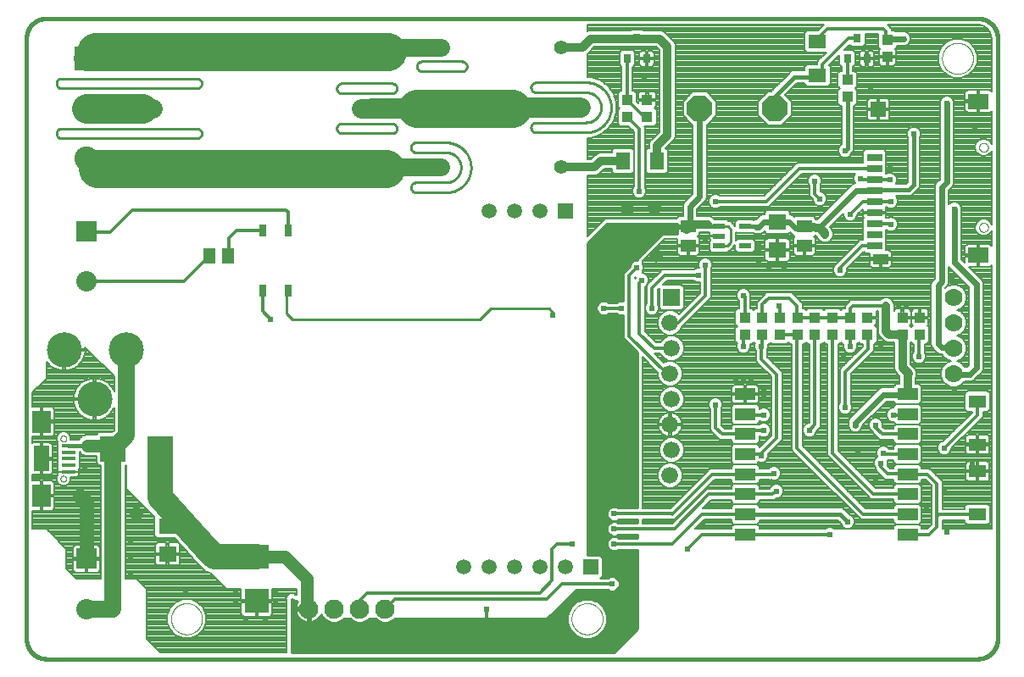
<source format=gtl>
G75*
%MOIN*%
%OFA0B0*%
%FSLAX25Y25*%
%IPPOS*%
%LPD*%
%AMOC8*
5,1,8,0,0,1.08239X$1,22.5*
%
%ADD10C,0.01600*%
%ADD11C,0.01000*%
%ADD12C,0.00000*%
%ADD13R,0.06693X0.05118*%
%ADD14R,0.05906X0.05118*%
%ADD15R,0.06000X0.03000*%
%ADD16R,0.06000X0.04000*%
%ADD17R,0.08000X0.06000*%
%ADD18R,0.06000X0.06000*%
%ADD19R,0.07874X0.04724*%
%ADD20R,0.04331X0.03937*%
%ADD21R,0.05512X0.01575*%
%ADD22R,0.07480X0.09055*%
%ADD23R,0.05906X0.09843*%
%ADD24C,0.07600*%
%ADD25R,0.03937X0.04331*%
%ADD26R,0.07087X0.06299*%
%ADD27OC8,0.10000*%
%ADD28R,0.03100X0.03500*%
%ADD29R,0.04724X0.02165*%
%ADD30C,0.07000*%
%ADD31R,0.05937X0.05937*%
%ADD32C,0.05937*%
%ADD33R,0.05512X0.07087*%
%ADD34C,0.05543*%
%ADD35R,0.09500X0.09500*%
%ADD36C,0.09500*%
%ADD37R,0.07087X0.05512*%
%ADD38C,0.07800*%
%ADD39C,0.13843*%
%ADD40R,0.06600X0.06600*%
%ADD41C,0.06600*%
%ADD42R,0.08000X0.08000*%
%ADD43C,0.08000*%
%ADD44R,0.05118X0.05906*%
%ADD45R,0.03150X0.04724*%
%ADD46R,0.09449X0.09449*%
%ADD47R,0.10000X0.10000*%
%ADD48C,0.02400*%
%ADD49C,0.05600*%
%ADD50C,0.00787*%
%ADD51C,0.05315*%
%ADD52C,0.01200*%
%ADD53C,0.02400*%
%ADD54C,0.03200*%
%ADD55C,0.04000*%
%ADD56C,0.10000*%
%ADD57C,0.05000*%
%ADD58C,0.00800*%
%ADD59C,0.15000*%
%ADD60C,0.07087*%
%ADD61C,0.08600*%
%ADD62C,0.11811*%
%ADD63C,0.07874*%
%ADD64C,0.06600*%
D10*
X0016939Y0009674D02*
X0016939Y0245894D01*
X0016941Y0246084D01*
X0016948Y0246274D01*
X0016960Y0246464D01*
X0016976Y0246654D01*
X0016996Y0246843D01*
X0017022Y0247032D01*
X0017051Y0247220D01*
X0017086Y0247407D01*
X0017125Y0247593D01*
X0017168Y0247778D01*
X0017216Y0247963D01*
X0017268Y0248146D01*
X0017324Y0248327D01*
X0017385Y0248507D01*
X0017451Y0248686D01*
X0017520Y0248863D01*
X0017594Y0249039D01*
X0017672Y0249212D01*
X0017755Y0249384D01*
X0017841Y0249553D01*
X0017931Y0249721D01*
X0018026Y0249886D01*
X0018124Y0250049D01*
X0018227Y0250209D01*
X0018333Y0250367D01*
X0018443Y0250522D01*
X0018556Y0250675D01*
X0018674Y0250825D01*
X0018795Y0250971D01*
X0018919Y0251115D01*
X0019047Y0251256D01*
X0019178Y0251394D01*
X0019313Y0251529D01*
X0019451Y0251660D01*
X0019592Y0251788D01*
X0019736Y0251912D01*
X0019882Y0252033D01*
X0020032Y0252151D01*
X0020185Y0252264D01*
X0020340Y0252374D01*
X0020498Y0252480D01*
X0020658Y0252583D01*
X0020821Y0252681D01*
X0020986Y0252776D01*
X0021154Y0252866D01*
X0021323Y0252952D01*
X0021495Y0253035D01*
X0021668Y0253113D01*
X0021844Y0253187D01*
X0022021Y0253256D01*
X0022200Y0253322D01*
X0022380Y0253383D01*
X0022561Y0253439D01*
X0022744Y0253491D01*
X0022929Y0253539D01*
X0023114Y0253582D01*
X0023300Y0253621D01*
X0023487Y0253656D01*
X0023675Y0253685D01*
X0023864Y0253711D01*
X0024053Y0253731D01*
X0024243Y0253747D01*
X0024433Y0253759D01*
X0024623Y0253766D01*
X0024813Y0253768D01*
X0024813Y0253769D02*
X0390955Y0253769D01*
X0390955Y0253768D02*
X0391145Y0253766D01*
X0391335Y0253759D01*
X0391525Y0253747D01*
X0391715Y0253731D01*
X0391904Y0253711D01*
X0392093Y0253685D01*
X0392281Y0253656D01*
X0392468Y0253621D01*
X0392654Y0253582D01*
X0392839Y0253539D01*
X0393024Y0253491D01*
X0393207Y0253439D01*
X0393388Y0253383D01*
X0393568Y0253322D01*
X0393747Y0253256D01*
X0393924Y0253187D01*
X0394100Y0253113D01*
X0394273Y0253035D01*
X0394445Y0252952D01*
X0394614Y0252866D01*
X0394782Y0252776D01*
X0394947Y0252681D01*
X0395110Y0252583D01*
X0395270Y0252480D01*
X0395428Y0252374D01*
X0395583Y0252264D01*
X0395736Y0252151D01*
X0395886Y0252033D01*
X0396032Y0251912D01*
X0396176Y0251788D01*
X0396317Y0251660D01*
X0396455Y0251529D01*
X0396590Y0251394D01*
X0396721Y0251256D01*
X0396849Y0251115D01*
X0396973Y0250971D01*
X0397094Y0250825D01*
X0397212Y0250675D01*
X0397325Y0250522D01*
X0397435Y0250367D01*
X0397541Y0250209D01*
X0397644Y0250049D01*
X0397742Y0249886D01*
X0397837Y0249721D01*
X0397927Y0249553D01*
X0398013Y0249384D01*
X0398096Y0249212D01*
X0398174Y0249039D01*
X0398248Y0248863D01*
X0398317Y0248686D01*
X0398383Y0248507D01*
X0398444Y0248327D01*
X0398500Y0248146D01*
X0398552Y0247963D01*
X0398600Y0247778D01*
X0398643Y0247593D01*
X0398682Y0247407D01*
X0398717Y0247220D01*
X0398746Y0247032D01*
X0398772Y0246843D01*
X0398792Y0246654D01*
X0398808Y0246464D01*
X0398820Y0246274D01*
X0398827Y0246084D01*
X0398829Y0245894D01*
X0398829Y0009674D01*
X0398827Y0009484D01*
X0398820Y0009294D01*
X0398808Y0009104D01*
X0398792Y0008914D01*
X0398772Y0008725D01*
X0398746Y0008536D01*
X0398717Y0008348D01*
X0398682Y0008161D01*
X0398643Y0007975D01*
X0398600Y0007790D01*
X0398552Y0007605D01*
X0398500Y0007422D01*
X0398444Y0007241D01*
X0398383Y0007061D01*
X0398317Y0006882D01*
X0398248Y0006705D01*
X0398174Y0006529D01*
X0398096Y0006356D01*
X0398013Y0006184D01*
X0397927Y0006015D01*
X0397837Y0005847D01*
X0397742Y0005682D01*
X0397644Y0005519D01*
X0397541Y0005359D01*
X0397435Y0005201D01*
X0397325Y0005046D01*
X0397212Y0004893D01*
X0397094Y0004743D01*
X0396973Y0004597D01*
X0396849Y0004453D01*
X0396721Y0004312D01*
X0396590Y0004174D01*
X0396455Y0004039D01*
X0396317Y0003908D01*
X0396176Y0003780D01*
X0396032Y0003656D01*
X0395886Y0003535D01*
X0395736Y0003417D01*
X0395583Y0003304D01*
X0395428Y0003194D01*
X0395270Y0003088D01*
X0395110Y0002985D01*
X0394947Y0002887D01*
X0394782Y0002792D01*
X0394614Y0002702D01*
X0394445Y0002616D01*
X0394273Y0002533D01*
X0394100Y0002455D01*
X0393924Y0002381D01*
X0393747Y0002312D01*
X0393568Y0002246D01*
X0393388Y0002185D01*
X0393207Y0002129D01*
X0393024Y0002077D01*
X0392839Y0002029D01*
X0392654Y0001986D01*
X0392468Y0001947D01*
X0392281Y0001912D01*
X0392093Y0001883D01*
X0391904Y0001857D01*
X0391715Y0001837D01*
X0391525Y0001821D01*
X0391335Y0001809D01*
X0391145Y0001802D01*
X0390955Y0001800D01*
X0024813Y0001800D01*
X0024623Y0001802D01*
X0024433Y0001809D01*
X0024243Y0001821D01*
X0024053Y0001837D01*
X0023864Y0001857D01*
X0023675Y0001883D01*
X0023487Y0001912D01*
X0023300Y0001947D01*
X0023114Y0001986D01*
X0022929Y0002029D01*
X0022744Y0002077D01*
X0022561Y0002129D01*
X0022380Y0002185D01*
X0022200Y0002246D01*
X0022021Y0002312D01*
X0021844Y0002381D01*
X0021668Y0002455D01*
X0021495Y0002533D01*
X0021323Y0002616D01*
X0021154Y0002702D01*
X0020986Y0002792D01*
X0020821Y0002887D01*
X0020658Y0002985D01*
X0020498Y0003088D01*
X0020340Y0003194D01*
X0020185Y0003304D01*
X0020032Y0003417D01*
X0019882Y0003535D01*
X0019736Y0003656D01*
X0019592Y0003780D01*
X0019451Y0003908D01*
X0019313Y0004039D01*
X0019178Y0004174D01*
X0019047Y0004312D01*
X0018919Y0004453D01*
X0018795Y0004597D01*
X0018674Y0004743D01*
X0018556Y0004893D01*
X0018443Y0005046D01*
X0018333Y0005201D01*
X0018227Y0005359D01*
X0018124Y0005519D01*
X0018026Y0005682D01*
X0017931Y0005847D01*
X0017841Y0006015D01*
X0017755Y0006184D01*
X0017672Y0006356D01*
X0017594Y0006529D01*
X0017520Y0006705D01*
X0017451Y0006882D01*
X0017385Y0007061D01*
X0017324Y0007241D01*
X0017268Y0007422D01*
X0017216Y0007605D01*
X0017168Y0007790D01*
X0017125Y0007975D01*
X0017086Y0008161D01*
X0017051Y0008348D01*
X0017022Y0008536D01*
X0016996Y0008725D01*
X0016976Y0008914D01*
X0016960Y0009104D01*
X0016948Y0009294D01*
X0016941Y0009484D01*
X0016939Y0009674D01*
X0033474Y0085658D02*
X0040797Y0085658D01*
X0040939Y0085800D01*
X0179892Y0194713D02*
X0179892Y0195186D01*
X0284939Y0172800D02*
X0285860Y0171879D01*
X0289380Y0171879D01*
X0299617Y0171879D02*
X0303860Y0171879D01*
X0303939Y0171800D01*
X0338939Y0201800D02*
X0339774Y0202635D01*
X0339774Y0222863D01*
X0327963Y0231328D02*
X0327435Y0230800D01*
X0318939Y0230800D01*
X0311267Y0223128D01*
X0311267Y0218335D01*
X0350431Y0186107D02*
X0350624Y0186300D01*
X0363939Y0186300D01*
X0365939Y0188300D01*
X0365939Y0208363D01*
X0336939Y0058800D02*
X0299726Y0058800D01*
X0299616Y0058690D01*
X0336939Y0058800D02*
X0339939Y0055800D01*
D11*
X0257096Y0055720D02*
X0248959Y0055720D01*
X0248614Y0055862D02*
X0247468Y0055862D01*
X0246409Y0055424D01*
X0245599Y0054613D01*
X0245160Y0053554D01*
X0245160Y0052408D01*
X0245599Y0051349D01*
X0246409Y0050539D01*
X0247468Y0050100D01*
X0248614Y0050100D01*
X0249673Y0050539D01*
X0249835Y0050700D01*
X0257096Y0050700D01*
X0257096Y0049357D01*
X0249835Y0049357D01*
X0249673Y0049518D01*
X0248614Y0049957D01*
X0247468Y0049957D01*
X0246409Y0049518D01*
X0245599Y0048708D01*
X0245160Y0047649D01*
X0245160Y0046502D01*
X0245599Y0045444D01*
X0246409Y0044633D01*
X0247468Y0044194D01*
X0248614Y0044194D01*
X0249673Y0044633D01*
X0249835Y0044794D01*
X0257096Y0044794D01*
X0257096Y0013611D01*
X0247785Y0004300D01*
X0121270Y0004300D01*
X0121270Y0025422D01*
X0123443Y0024335D01*
X0123390Y0024263D01*
X0123012Y0023520D01*
X0122754Y0022726D01*
X0122634Y0021969D01*
X0127439Y0021969D01*
X0127439Y0021001D01*
X0122634Y0021001D01*
X0122754Y0020244D01*
X0123012Y0019451D01*
X0123390Y0018707D01*
X0123881Y0018032D01*
X0124471Y0017442D01*
X0125145Y0016952D01*
X0125889Y0016573D01*
X0126682Y0016316D01*
X0127439Y0016196D01*
X0127439Y0021001D01*
X0128407Y0021001D01*
X0128407Y0016196D01*
X0129164Y0016316D01*
X0129958Y0016573D01*
X0130701Y0016952D01*
X0131376Y0017442D01*
X0131966Y0018032D01*
X0132456Y0018707D01*
X0132834Y0019449D01*
X0133277Y0018380D01*
X0134818Y0016838D01*
X0136833Y0016004D01*
X0139013Y0016004D01*
X0141028Y0016838D01*
X0141738Y0017548D01*
X0144109Y0017548D01*
X0144818Y0016838D01*
X0146833Y0016004D01*
X0149013Y0016004D01*
X0151028Y0016838D01*
X0151738Y0017548D01*
X0154109Y0017548D01*
X0154818Y0016838D01*
X0156833Y0016004D01*
X0159013Y0016004D01*
X0161028Y0016838D01*
X0161738Y0017548D01*
X0221663Y0017548D01*
X0233162Y0029046D01*
X0245461Y0029046D01*
X0245622Y0028885D01*
X0246681Y0028446D01*
X0247827Y0028446D01*
X0248886Y0028885D01*
X0249696Y0029696D01*
X0250135Y0030754D01*
X0250135Y0031901D01*
X0249696Y0032960D01*
X0248886Y0033770D01*
X0247827Y0034209D01*
X0246681Y0034209D01*
X0245622Y0033770D01*
X0245461Y0033609D01*
X0242613Y0033609D01*
X0243439Y0034434D01*
X0243439Y0041764D01*
X0242454Y0042749D01*
X0237411Y0042749D01*
X0237411Y0165186D01*
X0245285Y0173060D01*
X0272722Y0173060D01*
X0272722Y0172379D01*
X0276100Y0172379D01*
X0275100Y0171379D01*
X0272722Y0171379D01*
X0272722Y0169123D01*
X0266939Y0169123D01*
X0257096Y0159280D01*
X0257096Y0158681D01*
X0256366Y0158681D01*
X0255307Y0158242D01*
X0254496Y0157432D01*
X0254058Y0156373D01*
X0254058Y0156145D01*
X0251658Y0153745D01*
X0251658Y0142538D01*
X0251312Y0142681D01*
X0250166Y0142681D01*
X0249107Y0142242D01*
X0248946Y0142081D01*
X0245638Y0142081D01*
X0245476Y0142242D01*
X0244418Y0142681D01*
X0243271Y0142681D01*
X0242212Y0142242D01*
X0241402Y0141432D01*
X0240963Y0140373D01*
X0240963Y0139227D01*
X0241402Y0138168D01*
X0242212Y0137358D01*
X0243271Y0136919D01*
X0244418Y0136919D01*
X0245476Y0137358D01*
X0245638Y0137519D01*
X0248946Y0137519D01*
X0249107Y0137358D01*
X0250166Y0136919D01*
X0251312Y0136919D01*
X0251658Y0137062D01*
X0251658Y0127855D01*
X0252994Y0126519D01*
X0257096Y0122417D01*
X0257096Y0061168D01*
X0249835Y0061168D01*
X0249673Y0061329D01*
X0248614Y0061768D01*
X0247468Y0061768D01*
X0246409Y0061329D01*
X0245599Y0060519D01*
X0245160Y0059460D01*
X0245160Y0058314D01*
X0245599Y0057255D01*
X0246409Y0056444D01*
X0247468Y0056006D01*
X0248614Y0056006D01*
X0249673Y0056444D01*
X0249835Y0056606D01*
X0257096Y0056606D01*
X0257096Y0055262D01*
X0249835Y0055262D01*
X0249673Y0055424D01*
X0248614Y0055862D01*
X0247124Y0055720D02*
X0237411Y0055720D01*
X0237411Y0056718D02*
X0246135Y0056718D01*
X0245407Y0057717D02*
X0237411Y0057717D01*
X0237411Y0058715D02*
X0245160Y0058715D01*
X0245265Y0059714D02*
X0237411Y0059714D01*
X0237411Y0060712D02*
X0245792Y0060712D01*
X0247331Y0061711D02*
X0237411Y0061711D01*
X0237411Y0062709D02*
X0257096Y0062709D01*
X0257096Y0061711D02*
X0248752Y0061711D01*
X0257096Y0063708D02*
X0237411Y0063708D01*
X0237411Y0064706D02*
X0257096Y0064706D01*
X0257096Y0065705D02*
X0237411Y0065705D01*
X0237411Y0066703D02*
X0257096Y0066703D01*
X0257096Y0067702D02*
X0237411Y0067702D01*
X0237411Y0068700D02*
X0257096Y0068700D01*
X0257096Y0069699D02*
X0237411Y0069699D01*
X0237411Y0070697D02*
X0257096Y0070697D01*
X0257096Y0071696D02*
X0237411Y0071696D01*
X0237411Y0072694D02*
X0257096Y0072694D01*
X0257096Y0073693D02*
X0237411Y0073693D01*
X0237411Y0074691D02*
X0257096Y0074691D01*
X0257096Y0075690D02*
X0237411Y0075690D01*
X0237411Y0076688D02*
X0257096Y0076688D01*
X0257096Y0077687D02*
X0237411Y0077687D01*
X0237411Y0078685D02*
X0257096Y0078685D01*
X0257096Y0079684D02*
X0237411Y0079684D01*
X0237411Y0080682D02*
X0257096Y0080682D01*
X0257096Y0081681D02*
X0237411Y0081681D01*
X0237411Y0082679D02*
X0257096Y0082679D01*
X0257096Y0083678D02*
X0237411Y0083678D01*
X0237411Y0084676D02*
X0257096Y0084676D01*
X0257096Y0085675D02*
X0237411Y0085675D01*
X0237411Y0086673D02*
X0257096Y0086673D01*
X0257096Y0087672D02*
X0237411Y0087672D01*
X0237411Y0088670D02*
X0257096Y0088670D01*
X0257096Y0089669D02*
X0237411Y0089669D01*
X0237411Y0090668D02*
X0257096Y0090668D01*
X0257096Y0091666D02*
X0237411Y0091666D01*
X0237411Y0092665D02*
X0257096Y0092665D01*
X0257096Y0093663D02*
X0237411Y0093663D01*
X0237411Y0094662D02*
X0257096Y0094662D01*
X0257096Y0095660D02*
X0237411Y0095660D01*
X0237411Y0096659D02*
X0257096Y0096659D01*
X0257096Y0097657D02*
X0237411Y0097657D01*
X0237411Y0098656D02*
X0257096Y0098656D01*
X0257096Y0099654D02*
X0237411Y0099654D01*
X0237411Y0100653D02*
X0257096Y0100653D01*
X0257096Y0101651D02*
X0237411Y0101651D01*
X0237411Y0102650D02*
X0257096Y0102650D01*
X0257096Y0103648D02*
X0237411Y0103648D01*
X0237411Y0104647D02*
X0257096Y0104647D01*
X0257096Y0105645D02*
X0237411Y0105645D01*
X0237411Y0106644D02*
X0257096Y0106644D01*
X0257096Y0107642D02*
X0237411Y0107642D01*
X0237411Y0108641D02*
X0257096Y0108641D01*
X0257096Y0109639D02*
X0237411Y0109639D01*
X0237411Y0110638D02*
X0257096Y0110638D01*
X0257096Y0111636D02*
X0237411Y0111636D01*
X0237411Y0112635D02*
X0257096Y0112635D01*
X0257096Y0113633D02*
X0237411Y0113633D01*
X0237411Y0114632D02*
X0257096Y0114632D01*
X0257096Y0115630D02*
X0237411Y0115630D01*
X0237411Y0116629D02*
X0257096Y0116629D01*
X0257096Y0117627D02*
X0237411Y0117627D01*
X0237411Y0118626D02*
X0257096Y0118626D01*
X0257096Y0119624D02*
X0237411Y0119624D01*
X0237411Y0120623D02*
X0257096Y0120623D01*
X0257096Y0121621D02*
X0237411Y0121621D01*
X0237411Y0122620D02*
X0256893Y0122620D01*
X0255895Y0123618D02*
X0237411Y0123618D01*
X0237411Y0124617D02*
X0254896Y0124617D01*
X0253898Y0125615D02*
X0237411Y0125615D01*
X0237411Y0126614D02*
X0252899Y0126614D01*
X0251901Y0127612D02*
X0237411Y0127612D01*
X0237411Y0128611D02*
X0251658Y0128611D01*
X0251658Y0129609D02*
X0237411Y0129609D01*
X0237411Y0130608D02*
X0251658Y0130608D01*
X0251658Y0131606D02*
X0237411Y0131606D01*
X0237411Y0132605D02*
X0251658Y0132605D01*
X0251658Y0133603D02*
X0237411Y0133603D01*
X0237411Y0134602D02*
X0251658Y0134602D01*
X0251658Y0135601D02*
X0237411Y0135601D01*
X0237411Y0136599D02*
X0251658Y0136599D01*
X0251658Y0142590D02*
X0251532Y0142590D01*
X0251658Y0143589D02*
X0237411Y0143589D01*
X0237411Y0144587D02*
X0251658Y0144587D01*
X0251658Y0145586D02*
X0237411Y0145586D01*
X0237411Y0146584D02*
X0251658Y0146584D01*
X0251658Y0147583D02*
X0237411Y0147583D01*
X0237411Y0148581D02*
X0251658Y0148581D01*
X0251658Y0149580D02*
X0237411Y0149580D01*
X0237411Y0150578D02*
X0251658Y0150578D01*
X0251658Y0151577D02*
X0237411Y0151577D01*
X0237411Y0152575D02*
X0251658Y0152575D01*
X0251658Y0153574D02*
X0237411Y0153574D01*
X0237411Y0154572D02*
X0252485Y0154572D01*
X0253484Y0155571D02*
X0237411Y0155571D01*
X0237411Y0156569D02*
X0254139Y0156569D01*
X0254632Y0157568D02*
X0237411Y0157568D01*
X0237411Y0158566D02*
X0256089Y0158566D01*
X0257381Y0159565D02*
X0237411Y0159565D01*
X0237411Y0160563D02*
X0258379Y0160563D01*
X0259378Y0161562D02*
X0237411Y0161562D01*
X0237411Y0162560D02*
X0260376Y0162560D01*
X0261375Y0163559D02*
X0237411Y0163559D01*
X0237411Y0164557D02*
X0262373Y0164557D01*
X0263372Y0165556D02*
X0237781Y0165556D01*
X0238780Y0166554D02*
X0264371Y0166554D01*
X0265369Y0167553D02*
X0239778Y0167553D01*
X0240777Y0168551D02*
X0266368Y0168551D01*
X0272722Y0169550D02*
X0241775Y0169550D01*
X0242774Y0170548D02*
X0272722Y0170548D01*
X0272722Y0172545D02*
X0244771Y0172545D01*
X0243773Y0171547D02*
X0275269Y0171547D01*
X0276675Y0172954D02*
X0276675Y0173060D01*
X0276781Y0173060D01*
X0276675Y0172954D01*
X0289380Y0171879D02*
X0292860Y0171879D01*
X0293939Y0170800D01*
X0293939Y0165800D01*
X0292537Y0164398D01*
X0289380Y0164398D01*
X0256284Y0151919D02*
X0256220Y0151765D01*
X0256220Y0151855D01*
X0256284Y0151919D01*
X0249946Y0142590D02*
X0244637Y0142590D01*
X0243052Y0142590D02*
X0237411Y0142590D01*
X0237411Y0141592D02*
X0241562Y0141592D01*
X0241055Y0140593D02*
X0237411Y0140593D01*
X0237411Y0139595D02*
X0240963Y0139595D01*
X0241225Y0138596D02*
X0237411Y0138596D01*
X0237411Y0137598D02*
X0241972Y0137598D01*
X0224026Y0138020D02*
X0224026Y0136839D01*
X0224026Y0138020D02*
X0222451Y0139595D01*
X0199616Y0139595D01*
X0195285Y0135265D01*
X0121663Y0135265D01*
X0119301Y0137627D01*
X0119301Y0145501D01*
X0119742Y0146658D01*
X0170089Y0185265D02*
X0181900Y0185265D01*
X0181900Y0189202D02*
X0170089Y0189202D01*
X0168120Y0187233D02*
X0168122Y0187147D01*
X0168127Y0187061D01*
X0168137Y0186976D01*
X0168150Y0186891D01*
X0168167Y0186807D01*
X0168187Y0186723D01*
X0168211Y0186641D01*
X0168239Y0186560D01*
X0168270Y0186479D01*
X0168304Y0186401D01*
X0168342Y0186324D01*
X0168384Y0186249D01*
X0168428Y0186175D01*
X0168476Y0186104D01*
X0168527Y0186034D01*
X0168581Y0185967D01*
X0168637Y0185903D01*
X0168697Y0185841D01*
X0168759Y0185781D01*
X0168823Y0185725D01*
X0168890Y0185671D01*
X0168960Y0185620D01*
X0169031Y0185572D01*
X0169105Y0185528D01*
X0169180Y0185486D01*
X0169257Y0185448D01*
X0169335Y0185414D01*
X0169416Y0185383D01*
X0169497Y0185355D01*
X0169579Y0185331D01*
X0169663Y0185311D01*
X0169747Y0185294D01*
X0169832Y0185281D01*
X0169917Y0185271D01*
X0170003Y0185266D01*
X0170089Y0185264D01*
X0168120Y0187233D02*
X0168122Y0187319D01*
X0168127Y0187405D01*
X0168137Y0187490D01*
X0168150Y0187575D01*
X0168167Y0187659D01*
X0168187Y0187743D01*
X0168211Y0187825D01*
X0168239Y0187906D01*
X0168270Y0187987D01*
X0168304Y0188065D01*
X0168342Y0188142D01*
X0168384Y0188218D01*
X0168428Y0188291D01*
X0168476Y0188362D01*
X0168527Y0188432D01*
X0168581Y0188499D01*
X0168637Y0188563D01*
X0168697Y0188625D01*
X0168759Y0188685D01*
X0168823Y0188741D01*
X0168890Y0188795D01*
X0168960Y0188846D01*
X0169031Y0188894D01*
X0169105Y0188938D01*
X0169180Y0188980D01*
X0169257Y0189018D01*
X0169335Y0189052D01*
X0169416Y0189083D01*
X0169497Y0189111D01*
X0169579Y0189135D01*
X0169663Y0189155D01*
X0169747Y0189172D01*
X0169832Y0189185D01*
X0169917Y0189195D01*
X0170003Y0189200D01*
X0170089Y0189202D01*
X0181900Y0204950D02*
X0182138Y0204947D01*
X0182376Y0204939D01*
X0182613Y0204924D01*
X0182850Y0204904D01*
X0183086Y0204878D01*
X0183322Y0204847D01*
X0183557Y0204810D01*
X0183791Y0204767D01*
X0184024Y0204718D01*
X0184256Y0204664D01*
X0184486Y0204604D01*
X0184715Y0204539D01*
X0184942Y0204468D01*
X0185167Y0204392D01*
X0185390Y0204310D01*
X0185612Y0204223D01*
X0185831Y0204131D01*
X0186048Y0204033D01*
X0186262Y0203931D01*
X0186474Y0203823D01*
X0186684Y0203709D01*
X0186890Y0203591D01*
X0187094Y0203468D01*
X0187294Y0203340D01*
X0187491Y0203208D01*
X0187686Y0203070D01*
X0187876Y0202928D01*
X0188064Y0202781D01*
X0188247Y0202630D01*
X0188427Y0202475D01*
X0188603Y0202315D01*
X0188775Y0202151D01*
X0188944Y0201982D01*
X0189108Y0201810D01*
X0189268Y0201634D01*
X0189423Y0201454D01*
X0189574Y0201271D01*
X0189721Y0201083D01*
X0189863Y0200893D01*
X0190001Y0200698D01*
X0190133Y0200501D01*
X0190261Y0200301D01*
X0190384Y0200097D01*
X0190502Y0199891D01*
X0190616Y0199681D01*
X0190724Y0199469D01*
X0190826Y0199255D01*
X0190924Y0199038D01*
X0191016Y0198819D01*
X0191103Y0198597D01*
X0191185Y0198374D01*
X0191261Y0198149D01*
X0191332Y0197922D01*
X0191397Y0197693D01*
X0191457Y0197463D01*
X0191511Y0197231D01*
X0191560Y0196998D01*
X0191603Y0196764D01*
X0191640Y0196529D01*
X0191671Y0196293D01*
X0191697Y0196057D01*
X0191717Y0195820D01*
X0191732Y0195583D01*
X0191740Y0195345D01*
X0191743Y0195107D01*
X0191740Y0194869D01*
X0191732Y0194631D01*
X0191717Y0194394D01*
X0191697Y0194157D01*
X0191671Y0193921D01*
X0191640Y0193685D01*
X0191603Y0193450D01*
X0191560Y0193216D01*
X0191511Y0192983D01*
X0191457Y0192751D01*
X0191397Y0192521D01*
X0191332Y0192292D01*
X0191261Y0192065D01*
X0191185Y0191840D01*
X0191103Y0191617D01*
X0191016Y0191395D01*
X0190924Y0191176D01*
X0190826Y0190959D01*
X0190724Y0190745D01*
X0190616Y0190533D01*
X0190502Y0190323D01*
X0190384Y0190117D01*
X0190261Y0189913D01*
X0190133Y0189713D01*
X0190001Y0189516D01*
X0189863Y0189321D01*
X0189721Y0189131D01*
X0189574Y0188943D01*
X0189423Y0188760D01*
X0189268Y0188580D01*
X0189108Y0188404D01*
X0188944Y0188232D01*
X0188775Y0188063D01*
X0188603Y0187899D01*
X0188427Y0187739D01*
X0188247Y0187584D01*
X0188064Y0187433D01*
X0187876Y0187286D01*
X0187686Y0187144D01*
X0187491Y0187006D01*
X0187294Y0186874D01*
X0187094Y0186746D01*
X0186890Y0186623D01*
X0186684Y0186505D01*
X0186474Y0186391D01*
X0186262Y0186283D01*
X0186048Y0186181D01*
X0185831Y0186083D01*
X0185612Y0185991D01*
X0185390Y0185904D01*
X0185167Y0185822D01*
X0184942Y0185746D01*
X0184715Y0185675D01*
X0184486Y0185610D01*
X0184256Y0185550D01*
X0184024Y0185496D01*
X0183791Y0185447D01*
X0183557Y0185404D01*
X0183322Y0185367D01*
X0183086Y0185336D01*
X0182850Y0185310D01*
X0182613Y0185290D01*
X0182376Y0185275D01*
X0182138Y0185267D01*
X0181900Y0185264D01*
X0181900Y0189201D02*
X0182052Y0189203D01*
X0182204Y0189209D01*
X0182356Y0189219D01*
X0182507Y0189232D01*
X0182658Y0189250D01*
X0182809Y0189271D01*
X0182959Y0189297D01*
X0183108Y0189326D01*
X0183257Y0189359D01*
X0183404Y0189396D01*
X0183551Y0189436D01*
X0183696Y0189481D01*
X0183840Y0189529D01*
X0183983Y0189581D01*
X0184125Y0189636D01*
X0184265Y0189695D01*
X0184404Y0189758D01*
X0184541Y0189824D01*
X0184676Y0189894D01*
X0184809Y0189967D01*
X0184940Y0190044D01*
X0185070Y0190124D01*
X0185197Y0190207D01*
X0185322Y0190293D01*
X0185445Y0190383D01*
X0185565Y0190476D01*
X0185683Y0190572D01*
X0185799Y0190671D01*
X0185912Y0190773D01*
X0186022Y0190877D01*
X0186130Y0190985D01*
X0186234Y0191095D01*
X0186336Y0191208D01*
X0186435Y0191324D01*
X0186531Y0191442D01*
X0186624Y0191562D01*
X0186714Y0191685D01*
X0186800Y0191810D01*
X0186883Y0191937D01*
X0186963Y0192067D01*
X0187040Y0192198D01*
X0187113Y0192331D01*
X0187183Y0192466D01*
X0187249Y0192603D01*
X0187312Y0192742D01*
X0187371Y0192882D01*
X0187426Y0193024D01*
X0187478Y0193167D01*
X0187526Y0193311D01*
X0187571Y0193456D01*
X0187611Y0193603D01*
X0187648Y0193750D01*
X0187681Y0193899D01*
X0187710Y0194048D01*
X0187736Y0194198D01*
X0187757Y0194349D01*
X0187775Y0194500D01*
X0187788Y0194651D01*
X0187798Y0194803D01*
X0187804Y0194955D01*
X0187806Y0195107D01*
X0187804Y0195259D01*
X0187798Y0195411D01*
X0187788Y0195563D01*
X0187775Y0195714D01*
X0187757Y0195865D01*
X0187736Y0196016D01*
X0187710Y0196166D01*
X0187681Y0196315D01*
X0187648Y0196464D01*
X0187611Y0196611D01*
X0187571Y0196758D01*
X0187526Y0196903D01*
X0187478Y0197047D01*
X0187426Y0197190D01*
X0187371Y0197332D01*
X0187312Y0197472D01*
X0187249Y0197611D01*
X0187183Y0197748D01*
X0187113Y0197883D01*
X0187040Y0198016D01*
X0186963Y0198147D01*
X0186883Y0198277D01*
X0186800Y0198404D01*
X0186714Y0198529D01*
X0186624Y0198652D01*
X0186531Y0198772D01*
X0186435Y0198890D01*
X0186336Y0199006D01*
X0186234Y0199119D01*
X0186130Y0199229D01*
X0186022Y0199337D01*
X0185912Y0199441D01*
X0185799Y0199543D01*
X0185683Y0199642D01*
X0185565Y0199738D01*
X0185445Y0199831D01*
X0185322Y0199921D01*
X0185197Y0200007D01*
X0185070Y0200090D01*
X0184940Y0200170D01*
X0184809Y0200247D01*
X0184676Y0200320D01*
X0184541Y0200390D01*
X0184404Y0200456D01*
X0184265Y0200519D01*
X0184125Y0200578D01*
X0183983Y0200633D01*
X0183840Y0200685D01*
X0183696Y0200733D01*
X0183551Y0200778D01*
X0183404Y0200818D01*
X0183257Y0200855D01*
X0183108Y0200888D01*
X0182959Y0200917D01*
X0182809Y0200943D01*
X0182658Y0200964D01*
X0182507Y0200982D01*
X0182356Y0200995D01*
X0182204Y0201005D01*
X0182052Y0201011D01*
X0181900Y0201013D01*
X0170089Y0201013D01*
X0168120Y0202981D02*
X0168122Y0203067D01*
X0168127Y0203153D01*
X0168137Y0203238D01*
X0168150Y0203323D01*
X0168167Y0203407D01*
X0168187Y0203491D01*
X0168211Y0203573D01*
X0168239Y0203654D01*
X0168270Y0203735D01*
X0168304Y0203813D01*
X0168342Y0203890D01*
X0168384Y0203966D01*
X0168428Y0204039D01*
X0168476Y0204110D01*
X0168527Y0204180D01*
X0168581Y0204247D01*
X0168637Y0204311D01*
X0168697Y0204373D01*
X0168759Y0204433D01*
X0168823Y0204489D01*
X0168890Y0204543D01*
X0168960Y0204594D01*
X0169031Y0204642D01*
X0169105Y0204686D01*
X0169180Y0204728D01*
X0169257Y0204766D01*
X0169335Y0204800D01*
X0169416Y0204831D01*
X0169497Y0204859D01*
X0169579Y0204883D01*
X0169663Y0204903D01*
X0169747Y0204920D01*
X0169832Y0204933D01*
X0169917Y0204943D01*
X0170003Y0204948D01*
X0170089Y0204950D01*
X0181900Y0204950D01*
X0170089Y0201012D02*
X0170003Y0201014D01*
X0169917Y0201019D01*
X0169832Y0201029D01*
X0169747Y0201042D01*
X0169663Y0201059D01*
X0169579Y0201079D01*
X0169497Y0201103D01*
X0169416Y0201131D01*
X0169335Y0201162D01*
X0169257Y0201196D01*
X0169180Y0201234D01*
X0169105Y0201276D01*
X0169031Y0201320D01*
X0168960Y0201368D01*
X0168890Y0201419D01*
X0168823Y0201473D01*
X0168759Y0201529D01*
X0168697Y0201589D01*
X0168637Y0201651D01*
X0168581Y0201715D01*
X0168527Y0201782D01*
X0168476Y0201852D01*
X0168428Y0201923D01*
X0168384Y0201997D01*
X0168342Y0202072D01*
X0168304Y0202149D01*
X0168270Y0202227D01*
X0168239Y0202308D01*
X0168211Y0202389D01*
X0168187Y0202471D01*
X0168167Y0202555D01*
X0168150Y0202639D01*
X0168137Y0202724D01*
X0168127Y0202809D01*
X0168122Y0202895D01*
X0168120Y0202981D01*
X0160640Y0208493D02*
X0140955Y0208493D01*
X0138986Y0210461D02*
X0138988Y0210547D01*
X0138993Y0210633D01*
X0139003Y0210718D01*
X0139016Y0210803D01*
X0139033Y0210887D01*
X0139053Y0210971D01*
X0139077Y0211053D01*
X0139105Y0211134D01*
X0139136Y0211215D01*
X0139170Y0211293D01*
X0139208Y0211370D01*
X0139250Y0211446D01*
X0139294Y0211519D01*
X0139342Y0211590D01*
X0139393Y0211660D01*
X0139447Y0211727D01*
X0139503Y0211791D01*
X0139563Y0211853D01*
X0139625Y0211913D01*
X0139689Y0211969D01*
X0139756Y0212023D01*
X0139826Y0212074D01*
X0139897Y0212122D01*
X0139971Y0212166D01*
X0140046Y0212208D01*
X0140123Y0212246D01*
X0140201Y0212280D01*
X0140282Y0212311D01*
X0140363Y0212339D01*
X0140445Y0212363D01*
X0140529Y0212383D01*
X0140613Y0212400D01*
X0140698Y0212413D01*
X0140783Y0212423D01*
X0140869Y0212428D01*
X0140955Y0212430D01*
X0160640Y0212430D01*
X0160726Y0212428D01*
X0160812Y0212423D01*
X0160897Y0212413D01*
X0160982Y0212400D01*
X0161066Y0212383D01*
X0161150Y0212363D01*
X0161232Y0212339D01*
X0161313Y0212311D01*
X0161394Y0212280D01*
X0161472Y0212246D01*
X0161549Y0212208D01*
X0161625Y0212166D01*
X0161698Y0212122D01*
X0161769Y0212074D01*
X0161839Y0212023D01*
X0161906Y0211969D01*
X0161970Y0211913D01*
X0162032Y0211853D01*
X0162092Y0211791D01*
X0162148Y0211727D01*
X0162202Y0211660D01*
X0162253Y0211590D01*
X0162301Y0211519D01*
X0162345Y0211446D01*
X0162387Y0211370D01*
X0162425Y0211293D01*
X0162459Y0211215D01*
X0162490Y0211134D01*
X0162518Y0211053D01*
X0162542Y0210971D01*
X0162562Y0210887D01*
X0162579Y0210803D01*
X0162592Y0210718D01*
X0162602Y0210633D01*
X0162607Y0210547D01*
X0162609Y0210461D01*
X0162607Y0210375D01*
X0162602Y0210289D01*
X0162592Y0210204D01*
X0162579Y0210119D01*
X0162562Y0210035D01*
X0162542Y0209951D01*
X0162518Y0209869D01*
X0162490Y0209788D01*
X0162459Y0209707D01*
X0162425Y0209629D01*
X0162387Y0209552D01*
X0162345Y0209477D01*
X0162301Y0209403D01*
X0162253Y0209332D01*
X0162202Y0209262D01*
X0162148Y0209195D01*
X0162092Y0209131D01*
X0162032Y0209069D01*
X0161970Y0209009D01*
X0161906Y0208953D01*
X0161839Y0208899D01*
X0161769Y0208848D01*
X0161698Y0208800D01*
X0161625Y0208756D01*
X0161549Y0208714D01*
X0161472Y0208676D01*
X0161394Y0208642D01*
X0161313Y0208611D01*
X0161232Y0208583D01*
X0161150Y0208559D01*
X0161066Y0208539D01*
X0160982Y0208522D01*
X0160897Y0208509D01*
X0160812Y0208499D01*
X0160726Y0208494D01*
X0160640Y0208492D01*
X0140955Y0208492D02*
X0140869Y0208494D01*
X0140783Y0208499D01*
X0140698Y0208509D01*
X0140613Y0208522D01*
X0140529Y0208539D01*
X0140445Y0208559D01*
X0140363Y0208583D01*
X0140282Y0208611D01*
X0140201Y0208642D01*
X0140123Y0208676D01*
X0140046Y0208714D01*
X0139971Y0208756D01*
X0139897Y0208800D01*
X0139826Y0208848D01*
X0139756Y0208899D01*
X0139689Y0208953D01*
X0139625Y0209009D01*
X0139563Y0209069D01*
X0139503Y0209131D01*
X0139447Y0209195D01*
X0139393Y0209262D01*
X0139342Y0209332D01*
X0139294Y0209403D01*
X0139250Y0209477D01*
X0139208Y0209552D01*
X0139170Y0209629D01*
X0139136Y0209707D01*
X0139105Y0209788D01*
X0139077Y0209869D01*
X0139053Y0209951D01*
X0139033Y0210035D01*
X0139016Y0210119D01*
X0139003Y0210204D01*
X0138993Y0210289D01*
X0138988Y0210375D01*
X0138986Y0210461D01*
X0140955Y0224241D02*
X0160640Y0224241D01*
X0162609Y0226209D02*
X0162607Y0226295D01*
X0162602Y0226381D01*
X0162592Y0226466D01*
X0162579Y0226551D01*
X0162562Y0226635D01*
X0162542Y0226719D01*
X0162518Y0226801D01*
X0162490Y0226882D01*
X0162459Y0226963D01*
X0162425Y0227041D01*
X0162387Y0227118D01*
X0162345Y0227194D01*
X0162301Y0227267D01*
X0162253Y0227338D01*
X0162202Y0227408D01*
X0162148Y0227475D01*
X0162092Y0227539D01*
X0162032Y0227601D01*
X0161970Y0227661D01*
X0161906Y0227717D01*
X0161839Y0227771D01*
X0161769Y0227822D01*
X0161698Y0227870D01*
X0161625Y0227914D01*
X0161549Y0227956D01*
X0161472Y0227994D01*
X0161394Y0228028D01*
X0161313Y0228059D01*
X0161232Y0228087D01*
X0161150Y0228111D01*
X0161066Y0228131D01*
X0160982Y0228148D01*
X0160897Y0228161D01*
X0160812Y0228171D01*
X0160726Y0228176D01*
X0160640Y0228178D01*
X0140955Y0228178D01*
X0140869Y0228176D01*
X0140783Y0228171D01*
X0140698Y0228161D01*
X0140613Y0228148D01*
X0140529Y0228131D01*
X0140445Y0228111D01*
X0140363Y0228087D01*
X0140282Y0228059D01*
X0140201Y0228028D01*
X0140123Y0227994D01*
X0140046Y0227956D01*
X0139971Y0227914D01*
X0139897Y0227870D01*
X0139826Y0227822D01*
X0139756Y0227771D01*
X0139689Y0227717D01*
X0139625Y0227661D01*
X0139563Y0227601D01*
X0139503Y0227539D01*
X0139447Y0227475D01*
X0139393Y0227408D01*
X0139342Y0227338D01*
X0139294Y0227267D01*
X0139250Y0227194D01*
X0139208Y0227118D01*
X0139170Y0227041D01*
X0139136Y0226963D01*
X0139105Y0226882D01*
X0139077Y0226801D01*
X0139053Y0226719D01*
X0139033Y0226635D01*
X0139016Y0226551D01*
X0139003Y0226466D01*
X0138993Y0226381D01*
X0138988Y0226295D01*
X0138986Y0226209D01*
X0138988Y0226123D01*
X0138993Y0226037D01*
X0139003Y0225952D01*
X0139016Y0225867D01*
X0139033Y0225783D01*
X0139053Y0225699D01*
X0139077Y0225617D01*
X0139105Y0225536D01*
X0139136Y0225455D01*
X0139170Y0225377D01*
X0139208Y0225300D01*
X0139250Y0225225D01*
X0139294Y0225151D01*
X0139342Y0225080D01*
X0139393Y0225010D01*
X0139447Y0224943D01*
X0139503Y0224879D01*
X0139563Y0224817D01*
X0139625Y0224757D01*
X0139689Y0224701D01*
X0139756Y0224647D01*
X0139826Y0224596D01*
X0139897Y0224548D01*
X0139971Y0224504D01*
X0140046Y0224462D01*
X0140123Y0224424D01*
X0140201Y0224390D01*
X0140282Y0224359D01*
X0140363Y0224331D01*
X0140445Y0224307D01*
X0140529Y0224287D01*
X0140613Y0224270D01*
X0140698Y0224257D01*
X0140783Y0224247D01*
X0140869Y0224242D01*
X0140955Y0224240D01*
X0160640Y0224240D02*
X0160726Y0224242D01*
X0160812Y0224247D01*
X0160897Y0224257D01*
X0160982Y0224270D01*
X0161066Y0224287D01*
X0161150Y0224307D01*
X0161232Y0224331D01*
X0161313Y0224359D01*
X0161394Y0224390D01*
X0161472Y0224424D01*
X0161549Y0224462D01*
X0161625Y0224504D01*
X0161698Y0224548D01*
X0161769Y0224596D01*
X0161839Y0224647D01*
X0161906Y0224701D01*
X0161970Y0224757D01*
X0162032Y0224817D01*
X0162092Y0224879D01*
X0162148Y0224943D01*
X0162202Y0225010D01*
X0162253Y0225080D01*
X0162301Y0225151D01*
X0162345Y0225225D01*
X0162387Y0225300D01*
X0162425Y0225377D01*
X0162459Y0225455D01*
X0162490Y0225536D01*
X0162518Y0225617D01*
X0162542Y0225699D01*
X0162562Y0225783D01*
X0162579Y0225867D01*
X0162592Y0225952D01*
X0162602Y0226037D01*
X0162607Y0226123D01*
X0162609Y0226209D01*
X0172451Y0232902D02*
X0188199Y0232902D01*
X0190168Y0234871D02*
X0190166Y0234957D01*
X0190161Y0235043D01*
X0190151Y0235128D01*
X0190138Y0235213D01*
X0190121Y0235297D01*
X0190101Y0235381D01*
X0190077Y0235463D01*
X0190049Y0235544D01*
X0190018Y0235625D01*
X0189984Y0235703D01*
X0189946Y0235780D01*
X0189904Y0235856D01*
X0189860Y0235929D01*
X0189812Y0236000D01*
X0189761Y0236070D01*
X0189707Y0236137D01*
X0189651Y0236201D01*
X0189591Y0236263D01*
X0189529Y0236323D01*
X0189465Y0236379D01*
X0189398Y0236433D01*
X0189328Y0236484D01*
X0189257Y0236532D01*
X0189184Y0236576D01*
X0189108Y0236618D01*
X0189031Y0236656D01*
X0188953Y0236690D01*
X0188872Y0236721D01*
X0188791Y0236749D01*
X0188709Y0236773D01*
X0188625Y0236793D01*
X0188541Y0236810D01*
X0188456Y0236823D01*
X0188371Y0236833D01*
X0188285Y0236838D01*
X0188199Y0236840D01*
X0188199Y0236839D02*
X0172451Y0236839D01*
X0172451Y0236840D02*
X0172365Y0236838D01*
X0172279Y0236833D01*
X0172194Y0236823D01*
X0172109Y0236810D01*
X0172025Y0236793D01*
X0171941Y0236773D01*
X0171859Y0236749D01*
X0171778Y0236721D01*
X0171697Y0236690D01*
X0171619Y0236656D01*
X0171542Y0236618D01*
X0171467Y0236576D01*
X0171393Y0236532D01*
X0171322Y0236484D01*
X0171252Y0236433D01*
X0171185Y0236379D01*
X0171121Y0236323D01*
X0171059Y0236263D01*
X0170999Y0236201D01*
X0170943Y0236137D01*
X0170889Y0236070D01*
X0170838Y0236000D01*
X0170790Y0235929D01*
X0170746Y0235856D01*
X0170704Y0235780D01*
X0170666Y0235703D01*
X0170632Y0235625D01*
X0170601Y0235544D01*
X0170573Y0235463D01*
X0170549Y0235381D01*
X0170529Y0235297D01*
X0170512Y0235213D01*
X0170499Y0235128D01*
X0170489Y0235043D01*
X0170484Y0234957D01*
X0170482Y0234871D01*
X0170484Y0234785D01*
X0170489Y0234699D01*
X0170499Y0234614D01*
X0170512Y0234529D01*
X0170529Y0234445D01*
X0170549Y0234361D01*
X0170573Y0234279D01*
X0170601Y0234198D01*
X0170632Y0234117D01*
X0170666Y0234039D01*
X0170704Y0233962D01*
X0170746Y0233887D01*
X0170790Y0233813D01*
X0170838Y0233742D01*
X0170889Y0233672D01*
X0170943Y0233605D01*
X0170999Y0233541D01*
X0171059Y0233479D01*
X0171121Y0233419D01*
X0171185Y0233363D01*
X0171252Y0233309D01*
X0171322Y0233258D01*
X0171393Y0233210D01*
X0171467Y0233166D01*
X0171542Y0233124D01*
X0171619Y0233086D01*
X0171697Y0233052D01*
X0171778Y0233021D01*
X0171859Y0232993D01*
X0171941Y0232969D01*
X0172025Y0232949D01*
X0172109Y0232932D01*
X0172194Y0232919D01*
X0172279Y0232909D01*
X0172365Y0232904D01*
X0172451Y0232902D01*
X0188199Y0232902D02*
X0188285Y0232904D01*
X0188371Y0232909D01*
X0188456Y0232919D01*
X0188541Y0232932D01*
X0188625Y0232949D01*
X0188709Y0232969D01*
X0188791Y0232993D01*
X0188872Y0233021D01*
X0188953Y0233052D01*
X0189031Y0233086D01*
X0189108Y0233124D01*
X0189184Y0233166D01*
X0189257Y0233210D01*
X0189328Y0233258D01*
X0189398Y0233309D01*
X0189465Y0233363D01*
X0189529Y0233419D01*
X0189591Y0233479D01*
X0189651Y0233541D01*
X0189707Y0233605D01*
X0189761Y0233672D01*
X0189812Y0233742D01*
X0189860Y0233813D01*
X0189904Y0233887D01*
X0189946Y0233962D01*
X0189984Y0234039D01*
X0190018Y0234117D01*
X0190049Y0234198D01*
X0190077Y0234279D01*
X0190101Y0234361D01*
X0190121Y0234445D01*
X0190138Y0234529D01*
X0190151Y0234614D01*
X0190161Y0234699D01*
X0190166Y0234785D01*
X0190168Y0234871D01*
X0217333Y0228572D02*
X0237018Y0228572D01*
X0237018Y0224635D02*
X0217333Y0224635D01*
X0215364Y0226603D02*
X0215366Y0226689D01*
X0215371Y0226775D01*
X0215381Y0226860D01*
X0215394Y0226945D01*
X0215411Y0227029D01*
X0215431Y0227113D01*
X0215455Y0227195D01*
X0215483Y0227276D01*
X0215514Y0227357D01*
X0215548Y0227435D01*
X0215586Y0227512D01*
X0215628Y0227588D01*
X0215672Y0227661D01*
X0215720Y0227732D01*
X0215771Y0227802D01*
X0215825Y0227869D01*
X0215881Y0227933D01*
X0215941Y0227995D01*
X0216003Y0228055D01*
X0216067Y0228111D01*
X0216134Y0228165D01*
X0216204Y0228216D01*
X0216275Y0228264D01*
X0216349Y0228308D01*
X0216424Y0228350D01*
X0216501Y0228388D01*
X0216579Y0228422D01*
X0216660Y0228453D01*
X0216741Y0228481D01*
X0216823Y0228505D01*
X0216907Y0228525D01*
X0216991Y0228542D01*
X0217076Y0228555D01*
X0217161Y0228565D01*
X0217247Y0228570D01*
X0217333Y0228572D01*
X0215364Y0226603D02*
X0215366Y0226517D01*
X0215371Y0226431D01*
X0215381Y0226346D01*
X0215394Y0226261D01*
X0215411Y0226177D01*
X0215431Y0226093D01*
X0215455Y0226011D01*
X0215483Y0225930D01*
X0215514Y0225849D01*
X0215548Y0225771D01*
X0215586Y0225694D01*
X0215628Y0225619D01*
X0215672Y0225545D01*
X0215720Y0225474D01*
X0215771Y0225404D01*
X0215825Y0225337D01*
X0215881Y0225273D01*
X0215941Y0225211D01*
X0216003Y0225151D01*
X0216067Y0225095D01*
X0216134Y0225041D01*
X0216204Y0224990D01*
X0216275Y0224942D01*
X0216349Y0224898D01*
X0216424Y0224856D01*
X0216501Y0224818D01*
X0216579Y0224784D01*
X0216660Y0224753D01*
X0216741Y0224725D01*
X0216823Y0224701D01*
X0216907Y0224681D01*
X0216991Y0224664D01*
X0217076Y0224651D01*
X0217161Y0224641D01*
X0217247Y0224636D01*
X0217333Y0224634D01*
X0217333Y0212824D02*
X0237018Y0212824D01*
X0237018Y0208887D02*
X0217333Y0208887D01*
X0217333Y0208886D02*
X0217247Y0208888D01*
X0217161Y0208893D01*
X0217076Y0208903D01*
X0216991Y0208916D01*
X0216907Y0208933D01*
X0216823Y0208953D01*
X0216741Y0208977D01*
X0216660Y0209005D01*
X0216579Y0209036D01*
X0216501Y0209070D01*
X0216424Y0209108D01*
X0216349Y0209150D01*
X0216275Y0209194D01*
X0216204Y0209242D01*
X0216134Y0209293D01*
X0216067Y0209347D01*
X0216003Y0209403D01*
X0215941Y0209463D01*
X0215881Y0209525D01*
X0215825Y0209589D01*
X0215771Y0209656D01*
X0215720Y0209726D01*
X0215672Y0209797D01*
X0215628Y0209871D01*
X0215586Y0209946D01*
X0215548Y0210023D01*
X0215514Y0210101D01*
X0215483Y0210182D01*
X0215455Y0210263D01*
X0215431Y0210345D01*
X0215411Y0210429D01*
X0215394Y0210513D01*
X0215381Y0210598D01*
X0215371Y0210683D01*
X0215366Y0210769D01*
X0215364Y0210855D01*
X0215366Y0210941D01*
X0215371Y0211027D01*
X0215381Y0211112D01*
X0215394Y0211197D01*
X0215411Y0211281D01*
X0215431Y0211365D01*
X0215455Y0211447D01*
X0215483Y0211528D01*
X0215514Y0211609D01*
X0215548Y0211687D01*
X0215586Y0211764D01*
X0215628Y0211840D01*
X0215672Y0211913D01*
X0215720Y0211984D01*
X0215771Y0212054D01*
X0215825Y0212121D01*
X0215881Y0212185D01*
X0215941Y0212247D01*
X0216003Y0212307D01*
X0216067Y0212363D01*
X0216134Y0212417D01*
X0216204Y0212468D01*
X0216275Y0212516D01*
X0216349Y0212560D01*
X0216424Y0212602D01*
X0216501Y0212640D01*
X0216579Y0212674D01*
X0216660Y0212705D01*
X0216741Y0212733D01*
X0216823Y0212757D01*
X0216907Y0212777D01*
X0216991Y0212794D01*
X0217076Y0212807D01*
X0217161Y0212817D01*
X0217247Y0212822D01*
X0217333Y0212824D01*
X0237018Y0228572D02*
X0237256Y0228569D01*
X0237494Y0228561D01*
X0237731Y0228546D01*
X0237968Y0228526D01*
X0238204Y0228500D01*
X0238440Y0228469D01*
X0238675Y0228432D01*
X0238909Y0228389D01*
X0239142Y0228340D01*
X0239374Y0228286D01*
X0239604Y0228226D01*
X0239833Y0228161D01*
X0240060Y0228090D01*
X0240285Y0228014D01*
X0240508Y0227932D01*
X0240730Y0227845D01*
X0240949Y0227753D01*
X0241166Y0227655D01*
X0241380Y0227553D01*
X0241592Y0227445D01*
X0241802Y0227331D01*
X0242008Y0227213D01*
X0242212Y0227090D01*
X0242412Y0226962D01*
X0242609Y0226830D01*
X0242804Y0226692D01*
X0242994Y0226550D01*
X0243182Y0226403D01*
X0243365Y0226252D01*
X0243545Y0226097D01*
X0243721Y0225937D01*
X0243893Y0225773D01*
X0244062Y0225604D01*
X0244226Y0225432D01*
X0244386Y0225256D01*
X0244541Y0225076D01*
X0244692Y0224893D01*
X0244839Y0224705D01*
X0244981Y0224515D01*
X0245119Y0224320D01*
X0245251Y0224123D01*
X0245379Y0223923D01*
X0245502Y0223719D01*
X0245620Y0223513D01*
X0245734Y0223303D01*
X0245842Y0223091D01*
X0245944Y0222877D01*
X0246042Y0222660D01*
X0246134Y0222441D01*
X0246221Y0222219D01*
X0246303Y0221996D01*
X0246379Y0221771D01*
X0246450Y0221544D01*
X0246515Y0221315D01*
X0246575Y0221085D01*
X0246629Y0220853D01*
X0246678Y0220620D01*
X0246721Y0220386D01*
X0246758Y0220151D01*
X0246789Y0219915D01*
X0246815Y0219679D01*
X0246835Y0219442D01*
X0246850Y0219205D01*
X0246858Y0218967D01*
X0246861Y0218729D01*
X0246858Y0218491D01*
X0246850Y0218253D01*
X0246835Y0218016D01*
X0246815Y0217779D01*
X0246789Y0217543D01*
X0246758Y0217307D01*
X0246721Y0217072D01*
X0246678Y0216838D01*
X0246629Y0216605D01*
X0246575Y0216373D01*
X0246515Y0216143D01*
X0246450Y0215914D01*
X0246379Y0215687D01*
X0246303Y0215462D01*
X0246221Y0215239D01*
X0246134Y0215017D01*
X0246042Y0214798D01*
X0245944Y0214581D01*
X0245842Y0214367D01*
X0245734Y0214155D01*
X0245620Y0213945D01*
X0245502Y0213739D01*
X0245379Y0213535D01*
X0245251Y0213335D01*
X0245119Y0213138D01*
X0244981Y0212943D01*
X0244839Y0212753D01*
X0244692Y0212565D01*
X0244541Y0212382D01*
X0244386Y0212202D01*
X0244226Y0212026D01*
X0244062Y0211854D01*
X0243893Y0211685D01*
X0243721Y0211521D01*
X0243545Y0211361D01*
X0243365Y0211206D01*
X0243182Y0211055D01*
X0242994Y0210908D01*
X0242804Y0210766D01*
X0242609Y0210628D01*
X0242412Y0210496D01*
X0242212Y0210368D01*
X0242008Y0210245D01*
X0241802Y0210127D01*
X0241592Y0210013D01*
X0241380Y0209905D01*
X0241166Y0209803D01*
X0240949Y0209705D01*
X0240730Y0209613D01*
X0240508Y0209526D01*
X0240285Y0209444D01*
X0240060Y0209368D01*
X0239833Y0209297D01*
X0239604Y0209232D01*
X0239374Y0209172D01*
X0239142Y0209118D01*
X0238909Y0209069D01*
X0238675Y0209026D01*
X0238440Y0208989D01*
X0238204Y0208958D01*
X0237968Y0208932D01*
X0237731Y0208912D01*
X0237494Y0208897D01*
X0237256Y0208889D01*
X0237018Y0208886D01*
X0237018Y0212823D02*
X0237170Y0212825D01*
X0237322Y0212831D01*
X0237474Y0212841D01*
X0237625Y0212854D01*
X0237776Y0212872D01*
X0237927Y0212893D01*
X0238077Y0212919D01*
X0238226Y0212948D01*
X0238375Y0212981D01*
X0238522Y0213018D01*
X0238669Y0213058D01*
X0238814Y0213103D01*
X0238958Y0213151D01*
X0239101Y0213203D01*
X0239243Y0213258D01*
X0239383Y0213317D01*
X0239522Y0213380D01*
X0239659Y0213446D01*
X0239794Y0213516D01*
X0239927Y0213589D01*
X0240058Y0213666D01*
X0240188Y0213746D01*
X0240315Y0213829D01*
X0240440Y0213915D01*
X0240563Y0214005D01*
X0240683Y0214098D01*
X0240801Y0214194D01*
X0240917Y0214293D01*
X0241030Y0214395D01*
X0241140Y0214499D01*
X0241248Y0214607D01*
X0241352Y0214717D01*
X0241454Y0214830D01*
X0241553Y0214946D01*
X0241649Y0215064D01*
X0241742Y0215184D01*
X0241832Y0215307D01*
X0241918Y0215432D01*
X0242001Y0215559D01*
X0242081Y0215689D01*
X0242158Y0215820D01*
X0242231Y0215953D01*
X0242301Y0216088D01*
X0242367Y0216225D01*
X0242430Y0216364D01*
X0242489Y0216504D01*
X0242544Y0216646D01*
X0242596Y0216789D01*
X0242644Y0216933D01*
X0242689Y0217078D01*
X0242729Y0217225D01*
X0242766Y0217372D01*
X0242799Y0217521D01*
X0242828Y0217670D01*
X0242854Y0217820D01*
X0242875Y0217971D01*
X0242893Y0218122D01*
X0242906Y0218273D01*
X0242916Y0218425D01*
X0242922Y0218577D01*
X0242924Y0218729D01*
X0242922Y0218881D01*
X0242916Y0219033D01*
X0242906Y0219185D01*
X0242893Y0219336D01*
X0242875Y0219487D01*
X0242854Y0219638D01*
X0242828Y0219788D01*
X0242799Y0219937D01*
X0242766Y0220086D01*
X0242729Y0220233D01*
X0242689Y0220380D01*
X0242644Y0220525D01*
X0242596Y0220669D01*
X0242544Y0220812D01*
X0242489Y0220954D01*
X0242430Y0221094D01*
X0242367Y0221233D01*
X0242301Y0221370D01*
X0242231Y0221505D01*
X0242158Y0221638D01*
X0242081Y0221769D01*
X0242001Y0221899D01*
X0241918Y0222026D01*
X0241832Y0222151D01*
X0241742Y0222274D01*
X0241649Y0222394D01*
X0241553Y0222512D01*
X0241454Y0222628D01*
X0241352Y0222741D01*
X0241248Y0222851D01*
X0241140Y0222959D01*
X0241030Y0223063D01*
X0240917Y0223165D01*
X0240801Y0223264D01*
X0240683Y0223360D01*
X0240563Y0223453D01*
X0240440Y0223543D01*
X0240315Y0223629D01*
X0240188Y0223712D01*
X0240058Y0223792D01*
X0239927Y0223869D01*
X0239794Y0223942D01*
X0239659Y0224012D01*
X0239522Y0224078D01*
X0239383Y0224141D01*
X0239243Y0224200D01*
X0239101Y0224255D01*
X0238958Y0224307D01*
X0238814Y0224355D01*
X0238669Y0224400D01*
X0238522Y0224440D01*
X0238375Y0224477D01*
X0238226Y0224510D01*
X0238077Y0224539D01*
X0237927Y0224565D01*
X0237776Y0224586D01*
X0237625Y0224604D01*
X0237474Y0224617D01*
X0237322Y0224627D01*
X0237170Y0224633D01*
X0237018Y0224635D01*
X0083868Y0226209D02*
X0030719Y0226209D01*
X0028750Y0228178D02*
X0028752Y0228264D01*
X0028757Y0228350D01*
X0028767Y0228435D01*
X0028780Y0228520D01*
X0028797Y0228604D01*
X0028817Y0228688D01*
X0028841Y0228770D01*
X0028869Y0228851D01*
X0028900Y0228932D01*
X0028934Y0229010D01*
X0028972Y0229087D01*
X0029014Y0229163D01*
X0029058Y0229236D01*
X0029106Y0229307D01*
X0029157Y0229377D01*
X0029211Y0229444D01*
X0029267Y0229508D01*
X0029327Y0229570D01*
X0029389Y0229630D01*
X0029453Y0229686D01*
X0029520Y0229740D01*
X0029590Y0229791D01*
X0029661Y0229839D01*
X0029735Y0229883D01*
X0029810Y0229925D01*
X0029887Y0229963D01*
X0029965Y0229997D01*
X0030046Y0230028D01*
X0030127Y0230056D01*
X0030209Y0230080D01*
X0030293Y0230100D01*
X0030377Y0230117D01*
X0030462Y0230130D01*
X0030547Y0230140D01*
X0030633Y0230145D01*
X0030719Y0230147D01*
X0030719Y0230146D02*
X0083868Y0230146D01*
X0083868Y0230147D02*
X0083954Y0230145D01*
X0084040Y0230140D01*
X0084125Y0230130D01*
X0084210Y0230117D01*
X0084294Y0230100D01*
X0084378Y0230080D01*
X0084460Y0230056D01*
X0084541Y0230028D01*
X0084622Y0229997D01*
X0084700Y0229963D01*
X0084777Y0229925D01*
X0084853Y0229883D01*
X0084926Y0229839D01*
X0084997Y0229791D01*
X0085067Y0229740D01*
X0085134Y0229686D01*
X0085198Y0229630D01*
X0085260Y0229570D01*
X0085320Y0229508D01*
X0085376Y0229444D01*
X0085430Y0229377D01*
X0085481Y0229307D01*
X0085529Y0229236D01*
X0085573Y0229163D01*
X0085615Y0229087D01*
X0085653Y0229010D01*
X0085687Y0228932D01*
X0085718Y0228851D01*
X0085746Y0228770D01*
X0085770Y0228688D01*
X0085790Y0228604D01*
X0085807Y0228520D01*
X0085820Y0228435D01*
X0085830Y0228350D01*
X0085835Y0228264D01*
X0085837Y0228178D01*
X0085835Y0228092D01*
X0085830Y0228006D01*
X0085820Y0227921D01*
X0085807Y0227836D01*
X0085790Y0227752D01*
X0085770Y0227668D01*
X0085746Y0227586D01*
X0085718Y0227505D01*
X0085687Y0227424D01*
X0085653Y0227346D01*
X0085615Y0227269D01*
X0085573Y0227194D01*
X0085529Y0227120D01*
X0085481Y0227049D01*
X0085430Y0226979D01*
X0085376Y0226912D01*
X0085320Y0226848D01*
X0085260Y0226786D01*
X0085198Y0226726D01*
X0085134Y0226670D01*
X0085067Y0226616D01*
X0084997Y0226565D01*
X0084926Y0226517D01*
X0084853Y0226473D01*
X0084777Y0226431D01*
X0084700Y0226393D01*
X0084622Y0226359D01*
X0084541Y0226328D01*
X0084460Y0226300D01*
X0084378Y0226276D01*
X0084294Y0226256D01*
X0084210Y0226239D01*
X0084125Y0226226D01*
X0084040Y0226216D01*
X0083954Y0226211D01*
X0083868Y0226209D01*
X0083868Y0210461D02*
X0030719Y0210461D01*
X0030719Y0210462D02*
X0030633Y0210460D01*
X0030547Y0210455D01*
X0030462Y0210445D01*
X0030377Y0210432D01*
X0030293Y0210415D01*
X0030209Y0210395D01*
X0030127Y0210371D01*
X0030046Y0210343D01*
X0029965Y0210312D01*
X0029887Y0210278D01*
X0029810Y0210240D01*
X0029735Y0210198D01*
X0029661Y0210154D01*
X0029590Y0210106D01*
X0029520Y0210055D01*
X0029453Y0210001D01*
X0029389Y0209945D01*
X0029327Y0209885D01*
X0029267Y0209823D01*
X0029211Y0209759D01*
X0029157Y0209692D01*
X0029106Y0209622D01*
X0029058Y0209551D01*
X0029014Y0209478D01*
X0028972Y0209402D01*
X0028934Y0209325D01*
X0028900Y0209247D01*
X0028869Y0209166D01*
X0028841Y0209085D01*
X0028817Y0209003D01*
X0028797Y0208919D01*
X0028780Y0208835D01*
X0028767Y0208750D01*
X0028757Y0208665D01*
X0028752Y0208579D01*
X0028750Y0208493D01*
X0028752Y0208407D01*
X0028757Y0208321D01*
X0028767Y0208236D01*
X0028780Y0208151D01*
X0028797Y0208067D01*
X0028817Y0207983D01*
X0028841Y0207901D01*
X0028869Y0207820D01*
X0028900Y0207739D01*
X0028934Y0207661D01*
X0028972Y0207584D01*
X0029014Y0207509D01*
X0029058Y0207435D01*
X0029106Y0207364D01*
X0029157Y0207294D01*
X0029211Y0207227D01*
X0029267Y0207163D01*
X0029327Y0207101D01*
X0029389Y0207041D01*
X0029453Y0206985D01*
X0029520Y0206931D01*
X0029590Y0206880D01*
X0029661Y0206832D01*
X0029734Y0206788D01*
X0029810Y0206746D01*
X0029887Y0206708D01*
X0029965Y0206674D01*
X0030046Y0206643D01*
X0030127Y0206615D01*
X0030209Y0206591D01*
X0030293Y0206571D01*
X0030377Y0206554D01*
X0030462Y0206541D01*
X0030547Y0206531D01*
X0030633Y0206526D01*
X0030719Y0206524D01*
X0083868Y0206524D01*
X0085837Y0208493D02*
X0085835Y0208579D01*
X0085830Y0208665D01*
X0085820Y0208750D01*
X0085807Y0208835D01*
X0085790Y0208919D01*
X0085770Y0209003D01*
X0085746Y0209085D01*
X0085718Y0209166D01*
X0085687Y0209247D01*
X0085653Y0209325D01*
X0085615Y0209402D01*
X0085573Y0209478D01*
X0085529Y0209551D01*
X0085481Y0209622D01*
X0085430Y0209692D01*
X0085376Y0209759D01*
X0085320Y0209823D01*
X0085260Y0209885D01*
X0085198Y0209945D01*
X0085134Y0210001D01*
X0085067Y0210055D01*
X0084997Y0210106D01*
X0084926Y0210154D01*
X0084853Y0210198D01*
X0084777Y0210240D01*
X0084700Y0210278D01*
X0084622Y0210312D01*
X0084541Y0210343D01*
X0084460Y0210371D01*
X0084378Y0210395D01*
X0084294Y0210415D01*
X0084210Y0210432D01*
X0084125Y0210445D01*
X0084040Y0210455D01*
X0083954Y0210460D01*
X0083868Y0210462D01*
X0085837Y0208493D02*
X0085835Y0208407D01*
X0085830Y0208321D01*
X0085820Y0208236D01*
X0085807Y0208151D01*
X0085790Y0208067D01*
X0085770Y0207983D01*
X0085746Y0207901D01*
X0085718Y0207820D01*
X0085687Y0207739D01*
X0085653Y0207661D01*
X0085615Y0207584D01*
X0085573Y0207509D01*
X0085529Y0207435D01*
X0085481Y0207364D01*
X0085430Y0207294D01*
X0085376Y0207227D01*
X0085320Y0207163D01*
X0085260Y0207101D01*
X0085198Y0207041D01*
X0085134Y0206985D01*
X0085067Y0206931D01*
X0084997Y0206880D01*
X0084926Y0206832D01*
X0084853Y0206788D01*
X0084777Y0206746D01*
X0084700Y0206708D01*
X0084622Y0206674D01*
X0084541Y0206643D01*
X0084460Y0206615D01*
X0084378Y0206591D01*
X0084294Y0206571D01*
X0084210Y0206554D01*
X0084125Y0206541D01*
X0084040Y0206531D01*
X0083954Y0206526D01*
X0083868Y0206524D01*
X0030719Y0226209D02*
X0030633Y0226211D01*
X0030547Y0226216D01*
X0030462Y0226226D01*
X0030377Y0226239D01*
X0030293Y0226256D01*
X0030209Y0226276D01*
X0030127Y0226300D01*
X0030046Y0226328D01*
X0029965Y0226359D01*
X0029887Y0226393D01*
X0029810Y0226431D01*
X0029734Y0226473D01*
X0029661Y0226517D01*
X0029590Y0226565D01*
X0029520Y0226616D01*
X0029453Y0226670D01*
X0029389Y0226726D01*
X0029327Y0226786D01*
X0029267Y0226848D01*
X0029211Y0226912D01*
X0029157Y0226979D01*
X0029106Y0227049D01*
X0029058Y0227120D01*
X0029014Y0227194D01*
X0028972Y0227269D01*
X0028934Y0227346D01*
X0028900Y0227424D01*
X0028869Y0227505D01*
X0028841Y0227586D01*
X0028817Y0227668D01*
X0028797Y0227752D01*
X0028780Y0227836D01*
X0028767Y0227921D01*
X0028757Y0228006D01*
X0028752Y0228092D01*
X0028750Y0228178D01*
X0237411Y0054721D02*
X0245707Y0054721D01*
X0245230Y0053723D02*
X0237411Y0053723D01*
X0237411Y0052724D02*
X0245160Y0052724D01*
X0245443Y0051726D02*
X0237411Y0051726D01*
X0237411Y0050727D02*
X0246221Y0050727D01*
X0246917Y0049729D02*
X0237411Y0049729D01*
X0237411Y0048730D02*
X0245621Y0048730D01*
X0245195Y0047732D02*
X0237411Y0047732D01*
X0237411Y0046733D02*
X0245160Y0046733D01*
X0245478Y0045734D02*
X0237411Y0045734D01*
X0237411Y0044736D02*
X0246306Y0044736D01*
X0249776Y0044736D02*
X0257096Y0044736D01*
X0257096Y0043737D02*
X0237411Y0043737D01*
X0242464Y0042739D02*
X0257096Y0042739D01*
X0257096Y0041740D02*
X0243439Y0041740D01*
X0243439Y0040742D02*
X0257096Y0040742D01*
X0257096Y0039743D02*
X0243439Y0039743D01*
X0243439Y0038745D02*
X0257096Y0038745D01*
X0257096Y0037746D02*
X0243439Y0037746D01*
X0243439Y0036748D02*
X0257096Y0036748D01*
X0257096Y0035749D02*
X0243439Y0035749D01*
X0243439Y0034751D02*
X0257096Y0034751D01*
X0257096Y0033752D02*
X0248904Y0033752D01*
X0249782Y0032754D02*
X0257096Y0032754D01*
X0257096Y0031755D02*
X0250135Y0031755D01*
X0250135Y0030757D02*
X0257096Y0030757D01*
X0257096Y0029758D02*
X0249722Y0029758D01*
X0248584Y0028760D02*
X0257096Y0028760D01*
X0257096Y0027761D02*
X0231877Y0027761D01*
X0232875Y0028760D02*
X0245924Y0028760D01*
X0245604Y0033752D02*
X0242757Y0033752D01*
X0230878Y0026763D02*
X0257096Y0026763D01*
X0257096Y0025764D02*
X0229880Y0025764D01*
X0228881Y0024766D02*
X0234448Y0024766D01*
X0235859Y0025350D02*
X0232992Y0024163D01*
X0230797Y0021968D01*
X0229609Y0019100D01*
X0229609Y0015996D01*
X0230797Y0013128D01*
X0232992Y0010934D01*
X0235859Y0009746D01*
X0238963Y0009746D01*
X0241831Y0010934D01*
X0244026Y0013128D01*
X0245214Y0015996D01*
X0245214Y0019100D01*
X0244026Y0021968D01*
X0241831Y0024163D01*
X0238963Y0025350D01*
X0235859Y0025350D01*
X0232596Y0023767D02*
X0227883Y0023767D01*
X0226884Y0022769D02*
X0231598Y0022769D01*
X0230715Y0021770D02*
X0225886Y0021770D01*
X0224887Y0020772D02*
X0230302Y0020772D01*
X0229888Y0019773D02*
X0223889Y0019773D01*
X0222890Y0018775D02*
X0229609Y0018775D01*
X0229609Y0017776D02*
X0221892Y0017776D01*
X0229609Y0016778D02*
X0160881Y0016778D01*
X0154965Y0016778D02*
X0150881Y0016778D01*
X0144965Y0016778D02*
X0140881Y0016778D01*
X0134965Y0016778D02*
X0130359Y0016778D01*
X0131710Y0017776D02*
X0133881Y0017776D01*
X0133113Y0018775D02*
X0132491Y0018775D01*
X0128407Y0018775D02*
X0127439Y0018775D01*
X0127439Y0019773D02*
X0128407Y0019773D01*
X0128407Y0020772D02*
X0127439Y0020772D01*
X0127439Y0021770D02*
X0121270Y0021770D01*
X0121270Y0020772D02*
X0122670Y0020772D01*
X0122907Y0019773D02*
X0121270Y0019773D01*
X0121270Y0018775D02*
X0123356Y0018775D01*
X0124137Y0017776D02*
X0121270Y0017776D01*
X0121270Y0016778D02*
X0125488Y0016778D01*
X0127439Y0016778D02*
X0128407Y0016778D01*
X0128407Y0017776D02*
X0127439Y0017776D01*
X0121270Y0015779D02*
X0229699Y0015779D01*
X0230112Y0014781D02*
X0121270Y0014781D01*
X0121270Y0013782D02*
X0230526Y0013782D01*
X0231142Y0012784D02*
X0121270Y0012784D01*
X0121270Y0011785D02*
X0232140Y0011785D01*
X0233346Y0010787D02*
X0121270Y0010787D01*
X0121270Y0009788D02*
X0235757Y0009788D01*
X0239066Y0009788D02*
X0253274Y0009788D01*
X0254272Y0010787D02*
X0241476Y0010787D01*
X0242683Y0011785D02*
X0255271Y0011785D01*
X0256269Y0012784D02*
X0243681Y0012784D01*
X0244297Y0013782D02*
X0257096Y0013782D01*
X0257096Y0014781D02*
X0244710Y0014781D01*
X0245124Y0015779D02*
X0257096Y0015779D01*
X0257096Y0016778D02*
X0245214Y0016778D01*
X0245214Y0017776D02*
X0257096Y0017776D01*
X0257096Y0018775D02*
X0245214Y0018775D01*
X0244935Y0019773D02*
X0257096Y0019773D01*
X0257096Y0020772D02*
X0244521Y0020772D01*
X0244108Y0021770D02*
X0257096Y0021770D01*
X0257096Y0022769D02*
X0243225Y0022769D01*
X0242226Y0023767D02*
X0257096Y0023767D01*
X0257096Y0024766D02*
X0240375Y0024766D01*
X0252275Y0008790D02*
X0121270Y0008790D01*
X0121270Y0007791D02*
X0251277Y0007791D01*
X0250278Y0006793D02*
X0121270Y0006793D01*
X0121270Y0005794D02*
X0249279Y0005794D01*
X0248281Y0004796D02*
X0121270Y0004796D01*
X0121270Y0022769D02*
X0122768Y0022769D01*
X0123138Y0023767D02*
X0121270Y0023767D01*
X0121270Y0024766D02*
X0122582Y0024766D01*
X0249165Y0049729D02*
X0257096Y0049729D01*
D12*
X0231309Y0017548D02*
X0231311Y0017704D01*
X0231317Y0017860D01*
X0231327Y0018015D01*
X0231341Y0018170D01*
X0231359Y0018325D01*
X0231381Y0018479D01*
X0231406Y0018633D01*
X0231436Y0018786D01*
X0231470Y0018938D01*
X0231507Y0019090D01*
X0231548Y0019240D01*
X0231593Y0019389D01*
X0231642Y0019537D01*
X0231695Y0019684D01*
X0231751Y0019829D01*
X0231811Y0019973D01*
X0231875Y0020115D01*
X0231943Y0020256D01*
X0232014Y0020394D01*
X0232088Y0020531D01*
X0232166Y0020666D01*
X0232247Y0020799D01*
X0232332Y0020930D01*
X0232420Y0021059D01*
X0232511Y0021185D01*
X0232606Y0021309D01*
X0232703Y0021430D01*
X0232804Y0021549D01*
X0232908Y0021666D01*
X0233014Y0021779D01*
X0233124Y0021890D01*
X0233236Y0021998D01*
X0233351Y0022103D01*
X0233469Y0022206D01*
X0233589Y0022305D01*
X0233712Y0022401D01*
X0233837Y0022494D01*
X0233964Y0022583D01*
X0234094Y0022670D01*
X0234226Y0022753D01*
X0234360Y0022832D01*
X0234496Y0022909D01*
X0234634Y0022981D01*
X0234773Y0023051D01*
X0234915Y0023116D01*
X0235058Y0023178D01*
X0235202Y0023236D01*
X0235348Y0023291D01*
X0235496Y0023342D01*
X0235644Y0023389D01*
X0235794Y0023432D01*
X0235945Y0023471D01*
X0236097Y0023507D01*
X0236249Y0023538D01*
X0236403Y0023566D01*
X0236557Y0023590D01*
X0236711Y0023610D01*
X0236866Y0023626D01*
X0237022Y0023638D01*
X0237177Y0023646D01*
X0237333Y0023650D01*
X0237489Y0023650D01*
X0237645Y0023646D01*
X0237800Y0023638D01*
X0237956Y0023626D01*
X0238111Y0023610D01*
X0238265Y0023590D01*
X0238419Y0023566D01*
X0238573Y0023538D01*
X0238725Y0023507D01*
X0238877Y0023471D01*
X0239028Y0023432D01*
X0239178Y0023389D01*
X0239326Y0023342D01*
X0239474Y0023291D01*
X0239620Y0023236D01*
X0239764Y0023178D01*
X0239907Y0023116D01*
X0240049Y0023051D01*
X0240188Y0022981D01*
X0240326Y0022909D01*
X0240462Y0022832D01*
X0240596Y0022753D01*
X0240728Y0022670D01*
X0240858Y0022583D01*
X0240985Y0022494D01*
X0241110Y0022401D01*
X0241233Y0022305D01*
X0241353Y0022206D01*
X0241471Y0022103D01*
X0241586Y0021998D01*
X0241698Y0021890D01*
X0241808Y0021779D01*
X0241914Y0021666D01*
X0242018Y0021549D01*
X0242119Y0021430D01*
X0242216Y0021309D01*
X0242311Y0021185D01*
X0242402Y0021059D01*
X0242490Y0020930D01*
X0242575Y0020799D01*
X0242656Y0020666D01*
X0242734Y0020531D01*
X0242808Y0020394D01*
X0242879Y0020256D01*
X0242947Y0020115D01*
X0243011Y0019973D01*
X0243071Y0019829D01*
X0243127Y0019684D01*
X0243180Y0019537D01*
X0243229Y0019389D01*
X0243274Y0019240D01*
X0243315Y0019090D01*
X0243352Y0018938D01*
X0243386Y0018786D01*
X0243416Y0018633D01*
X0243441Y0018479D01*
X0243463Y0018325D01*
X0243481Y0018170D01*
X0243495Y0018015D01*
X0243505Y0017860D01*
X0243511Y0017704D01*
X0243513Y0017548D01*
X0243511Y0017392D01*
X0243505Y0017236D01*
X0243495Y0017081D01*
X0243481Y0016926D01*
X0243463Y0016771D01*
X0243441Y0016617D01*
X0243416Y0016463D01*
X0243386Y0016310D01*
X0243352Y0016158D01*
X0243315Y0016006D01*
X0243274Y0015856D01*
X0243229Y0015707D01*
X0243180Y0015559D01*
X0243127Y0015412D01*
X0243071Y0015267D01*
X0243011Y0015123D01*
X0242947Y0014981D01*
X0242879Y0014840D01*
X0242808Y0014702D01*
X0242734Y0014565D01*
X0242656Y0014430D01*
X0242575Y0014297D01*
X0242490Y0014166D01*
X0242402Y0014037D01*
X0242311Y0013911D01*
X0242216Y0013787D01*
X0242119Y0013666D01*
X0242018Y0013547D01*
X0241914Y0013430D01*
X0241808Y0013317D01*
X0241698Y0013206D01*
X0241586Y0013098D01*
X0241471Y0012993D01*
X0241353Y0012890D01*
X0241233Y0012791D01*
X0241110Y0012695D01*
X0240985Y0012602D01*
X0240858Y0012513D01*
X0240728Y0012426D01*
X0240596Y0012343D01*
X0240462Y0012264D01*
X0240326Y0012187D01*
X0240188Y0012115D01*
X0240049Y0012045D01*
X0239907Y0011980D01*
X0239764Y0011918D01*
X0239620Y0011860D01*
X0239474Y0011805D01*
X0239326Y0011754D01*
X0239178Y0011707D01*
X0239028Y0011664D01*
X0238877Y0011625D01*
X0238725Y0011589D01*
X0238573Y0011558D01*
X0238419Y0011530D01*
X0238265Y0011506D01*
X0238111Y0011486D01*
X0237956Y0011470D01*
X0237800Y0011458D01*
X0237645Y0011450D01*
X0237489Y0011446D01*
X0237333Y0011446D01*
X0237177Y0011450D01*
X0237022Y0011458D01*
X0236866Y0011470D01*
X0236711Y0011486D01*
X0236557Y0011506D01*
X0236403Y0011530D01*
X0236249Y0011558D01*
X0236097Y0011589D01*
X0235945Y0011625D01*
X0235794Y0011664D01*
X0235644Y0011707D01*
X0235496Y0011754D01*
X0235348Y0011805D01*
X0235202Y0011860D01*
X0235058Y0011918D01*
X0234915Y0011980D01*
X0234773Y0012045D01*
X0234634Y0012115D01*
X0234496Y0012187D01*
X0234360Y0012264D01*
X0234226Y0012343D01*
X0234094Y0012426D01*
X0233964Y0012513D01*
X0233837Y0012602D01*
X0233712Y0012695D01*
X0233589Y0012791D01*
X0233469Y0012890D01*
X0233351Y0012993D01*
X0233236Y0013098D01*
X0233124Y0013206D01*
X0233014Y0013317D01*
X0232908Y0013430D01*
X0232804Y0013547D01*
X0232703Y0013666D01*
X0232606Y0013787D01*
X0232511Y0013911D01*
X0232420Y0014037D01*
X0232332Y0014166D01*
X0232247Y0014297D01*
X0232166Y0014430D01*
X0232088Y0014565D01*
X0232014Y0014702D01*
X0231943Y0014840D01*
X0231875Y0014981D01*
X0231811Y0015123D01*
X0231751Y0015267D01*
X0231695Y0015412D01*
X0231642Y0015559D01*
X0231593Y0015707D01*
X0231548Y0015856D01*
X0231507Y0016006D01*
X0231470Y0016158D01*
X0231436Y0016310D01*
X0231406Y0016463D01*
X0231381Y0016617D01*
X0231359Y0016771D01*
X0231341Y0016926D01*
X0231327Y0017081D01*
X0231317Y0017236D01*
X0231311Y0017392D01*
X0231309Y0017548D01*
X0073829Y0017548D02*
X0073831Y0017704D01*
X0073837Y0017860D01*
X0073847Y0018015D01*
X0073861Y0018170D01*
X0073879Y0018325D01*
X0073901Y0018479D01*
X0073926Y0018633D01*
X0073956Y0018786D01*
X0073990Y0018938D01*
X0074027Y0019090D01*
X0074068Y0019240D01*
X0074113Y0019389D01*
X0074162Y0019537D01*
X0074215Y0019684D01*
X0074271Y0019829D01*
X0074331Y0019973D01*
X0074395Y0020115D01*
X0074463Y0020256D01*
X0074534Y0020394D01*
X0074608Y0020531D01*
X0074686Y0020666D01*
X0074767Y0020799D01*
X0074852Y0020930D01*
X0074940Y0021059D01*
X0075031Y0021185D01*
X0075126Y0021309D01*
X0075223Y0021430D01*
X0075324Y0021549D01*
X0075428Y0021666D01*
X0075534Y0021779D01*
X0075644Y0021890D01*
X0075756Y0021998D01*
X0075871Y0022103D01*
X0075989Y0022206D01*
X0076109Y0022305D01*
X0076232Y0022401D01*
X0076357Y0022494D01*
X0076484Y0022583D01*
X0076614Y0022670D01*
X0076746Y0022753D01*
X0076880Y0022832D01*
X0077016Y0022909D01*
X0077154Y0022981D01*
X0077293Y0023051D01*
X0077435Y0023116D01*
X0077578Y0023178D01*
X0077722Y0023236D01*
X0077868Y0023291D01*
X0078016Y0023342D01*
X0078164Y0023389D01*
X0078314Y0023432D01*
X0078465Y0023471D01*
X0078617Y0023507D01*
X0078769Y0023538D01*
X0078923Y0023566D01*
X0079077Y0023590D01*
X0079231Y0023610D01*
X0079386Y0023626D01*
X0079542Y0023638D01*
X0079697Y0023646D01*
X0079853Y0023650D01*
X0080009Y0023650D01*
X0080165Y0023646D01*
X0080320Y0023638D01*
X0080476Y0023626D01*
X0080631Y0023610D01*
X0080785Y0023590D01*
X0080939Y0023566D01*
X0081093Y0023538D01*
X0081245Y0023507D01*
X0081397Y0023471D01*
X0081548Y0023432D01*
X0081698Y0023389D01*
X0081846Y0023342D01*
X0081994Y0023291D01*
X0082140Y0023236D01*
X0082284Y0023178D01*
X0082427Y0023116D01*
X0082569Y0023051D01*
X0082708Y0022981D01*
X0082846Y0022909D01*
X0082982Y0022832D01*
X0083116Y0022753D01*
X0083248Y0022670D01*
X0083378Y0022583D01*
X0083505Y0022494D01*
X0083630Y0022401D01*
X0083753Y0022305D01*
X0083873Y0022206D01*
X0083991Y0022103D01*
X0084106Y0021998D01*
X0084218Y0021890D01*
X0084328Y0021779D01*
X0084434Y0021666D01*
X0084538Y0021549D01*
X0084639Y0021430D01*
X0084736Y0021309D01*
X0084831Y0021185D01*
X0084922Y0021059D01*
X0085010Y0020930D01*
X0085095Y0020799D01*
X0085176Y0020666D01*
X0085254Y0020531D01*
X0085328Y0020394D01*
X0085399Y0020256D01*
X0085467Y0020115D01*
X0085531Y0019973D01*
X0085591Y0019829D01*
X0085647Y0019684D01*
X0085700Y0019537D01*
X0085749Y0019389D01*
X0085794Y0019240D01*
X0085835Y0019090D01*
X0085872Y0018938D01*
X0085906Y0018786D01*
X0085936Y0018633D01*
X0085961Y0018479D01*
X0085983Y0018325D01*
X0086001Y0018170D01*
X0086015Y0018015D01*
X0086025Y0017860D01*
X0086031Y0017704D01*
X0086033Y0017548D01*
X0086031Y0017392D01*
X0086025Y0017236D01*
X0086015Y0017081D01*
X0086001Y0016926D01*
X0085983Y0016771D01*
X0085961Y0016617D01*
X0085936Y0016463D01*
X0085906Y0016310D01*
X0085872Y0016158D01*
X0085835Y0016006D01*
X0085794Y0015856D01*
X0085749Y0015707D01*
X0085700Y0015559D01*
X0085647Y0015412D01*
X0085591Y0015267D01*
X0085531Y0015123D01*
X0085467Y0014981D01*
X0085399Y0014840D01*
X0085328Y0014702D01*
X0085254Y0014565D01*
X0085176Y0014430D01*
X0085095Y0014297D01*
X0085010Y0014166D01*
X0084922Y0014037D01*
X0084831Y0013911D01*
X0084736Y0013787D01*
X0084639Y0013666D01*
X0084538Y0013547D01*
X0084434Y0013430D01*
X0084328Y0013317D01*
X0084218Y0013206D01*
X0084106Y0013098D01*
X0083991Y0012993D01*
X0083873Y0012890D01*
X0083753Y0012791D01*
X0083630Y0012695D01*
X0083505Y0012602D01*
X0083378Y0012513D01*
X0083248Y0012426D01*
X0083116Y0012343D01*
X0082982Y0012264D01*
X0082846Y0012187D01*
X0082708Y0012115D01*
X0082569Y0012045D01*
X0082427Y0011980D01*
X0082284Y0011918D01*
X0082140Y0011860D01*
X0081994Y0011805D01*
X0081846Y0011754D01*
X0081698Y0011707D01*
X0081548Y0011664D01*
X0081397Y0011625D01*
X0081245Y0011589D01*
X0081093Y0011558D01*
X0080939Y0011530D01*
X0080785Y0011506D01*
X0080631Y0011486D01*
X0080476Y0011470D01*
X0080320Y0011458D01*
X0080165Y0011450D01*
X0080009Y0011446D01*
X0079853Y0011446D01*
X0079697Y0011450D01*
X0079542Y0011458D01*
X0079386Y0011470D01*
X0079231Y0011486D01*
X0079077Y0011506D01*
X0078923Y0011530D01*
X0078769Y0011558D01*
X0078617Y0011589D01*
X0078465Y0011625D01*
X0078314Y0011664D01*
X0078164Y0011707D01*
X0078016Y0011754D01*
X0077868Y0011805D01*
X0077722Y0011860D01*
X0077578Y0011918D01*
X0077435Y0011980D01*
X0077293Y0012045D01*
X0077154Y0012115D01*
X0077016Y0012187D01*
X0076880Y0012264D01*
X0076746Y0012343D01*
X0076614Y0012426D01*
X0076484Y0012513D01*
X0076357Y0012602D01*
X0076232Y0012695D01*
X0076109Y0012791D01*
X0075989Y0012890D01*
X0075871Y0012993D01*
X0075756Y0013098D01*
X0075644Y0013206D01*
X0075534Y0013317D01*
X0075428Y0013430D01*
X0075324Y0013547D01*
X0075223Y0013666D01*
X0075126Y0013787D01*
X0075031Y0013911D01*
X0074940Y0014037D01*
X0074852Y0014166D01*
X0074767Y0014297D01*
X0074686Y0014430D01*
X0074608Y0014565D01*
X0074534Y0014702D01*
X0074463Y0014840D01*
X0074395Y0014981D01*
X0074331Y0015123D01*
X0074271Y0015267D01*
X0074215Y0015412D01*
X0074162Y0015559D01*
X0074113Y0015707D01*
X0074068Y0015856D01*
X0074027Y0016006D01*
X0073990Y0016158D01*
X0073956Y0016310D01*
X0073926Y0016463D01*
X0073901Y0016617D01*
X0073879Y0016771D01*
X0073861Y0016926D01*
X0073847Y0017081D01*
X0073837Y0017236D01*
X0073831Y0017392D01*
X0073829Y0017548D01*
X0030325Y0072666D02*
X0030327Y0072735D01*
X0030333Y0072803D01*
X0030343Y0072871D01*
X0030357Y0072938D01*
X0030375Y0073005D01*
X0030396Y0073070D01*
X0030422Y0073134D01*
X0030451Y0073196D01*
X0030483Y0073256D01*
X0030519Y0073315D01*
X0030559Y0073371D01*
X0030601Y0073425D01*
X0030647Y0073476D01*
X0030696Y0073525D01*
X0030747Y0073571D01*
X0030801Y0073613D01*
X0030857Y0073653D01*
X0030915Y0073689D01*
X0030976Y0073721D01*
X0031038Y0073750D01*
X0031102Y0073776D01*
X0031167Y0073797D01*
X0031234Y0073815D01*
X0031301Y0073829D01*
X0031369Y0073839D01*
X0031437Y0073845D01*
X0031506Y0073847D01*
X0031575Y0073845D01*
X0031643Y0073839D01*
X0031711Y0073829D01*
X0031778Y0073815D01*
X0031845Y0073797D01*
X0031910Y0073776D01*
X0031974Y0073750D01*
X0032036Y0073721D01*
X0032096Y0073689D01*
X0032155Y0073653D01*
X0032211Y0073613D01*
X0032265Y0073571D01*
X0032316Y0073525D01*
X0032365Y0073476D01*
X0032411Y0073425D01*
X0032453Y0073371D01*
X0032493Y0073315D01*
X0032529Y0073256D01*
X0032561Y0073196D01*
X0032590Y0073134D01*
X0032616Y0073070D01*
X0032637Y0073005D01*
X0032655Y0072938D01*
X0032669Y0072871D01*
X0032679Y0072803D01*
X0032685Y0072735D01*
X0032687Y0072666D01*
X0032685Y0072597D01*
X0032679Y0072529D01*
X0032669Y0072461D01*
X0032655Y0072394D01*
X0032637Y0072327D01*
X0032616Y0072262D01*
X0032590Y0072198D01*
X0032561Y0072136D01*
X0032529Y0072075D01*
X0032493Y0072017D01*
X0032453Y0071961D01*
X0032411Y0071907D01*
X0032365Y0071856D01*
X0032316Y0071807D01*
X0032265Y0071761D01*
X0032211Y0071719D01*
X0032155Y0071679D01*
X0032097Y0071643D01*
X0032036Y0071611D01*
X0031974Y0071582D01*
X0031910Y0071556D01*
X0031845Y0071535D01*
X0031778Y0071517D01*
X0031711Y0071503D01*
X0031643Y0071493D01*
X0031575Y0071487D01*
X0031506Y0071485D01*
X0031437Y0071487D01*
X0031369Y0071493D01*
X0031301Y0071503D01*
X0031234Y0071517D01*
X0031167Y0071535D01*
X0031102Y0071556D01*
X0031038Y0071582D01*
X0030976Y0071611D01*
X0030915Y0071643D01*
X0030857Y0071679D01*
X0030801Y0071719D01*
X0030747Y0071761D01*
X0030696Y0071807D01*
X0030647Y0071856D01*
X0030601Y0071907D01*
X0030559Y0071961D01*
X0030519Y0072017D01*
X0030483Y0072075D01*
X0030451Y0072136D01*
X0030422Y0072198D01*
X0030396Y0072262D01*
X0030375Y0072327D01*
X0030357Y0072394D01*
X0030343Y0072461D01*
X0030333Y0072529D01*
X0030327Y0072597D01*
X0030325Y0072666D01*
X0030325Y0088414D02*
X0030327Y0088483D01*
X0030333Y0088551D01*
X0030343Y0088619D01*
X0030357Y0088686D01*
X0030375Y0088753D01*
X0030396Y0088818D01*
X0030422Y0088882D01*
X0030451Y0088944D01*
X0030483Y0089004D01*
X0030519Y0089063D01*
X0030559Y0089119D01*
X0030601Y0089173D01*
X0030647Y0089224D01*
X0030696Y0089273D01*
X0030747Y0089319D01*
X0030801Y0089361D01*
X0030857Y0089401D01*
X0030915Y0089437D01*
X0030976Y0089469D01*
X0031038Y0089498D01*
X0031102Y0089524D01*
X0031167Y0089545D01*
X0031234Y0089563D01*
X0031301Y0089577D01*
X0031369Y0089587D01*
X0031437Y0089593D01*
X0031506Y0089595D01*
X0031575Y0089593D01*
X0031643Y0089587D01*
X0031711Y0089577D01*
X0031778Y0089563D01*
X0031845Y0089545D01*
X0031910Y0089524D01*
X0031974Y0089498D01*
X0032036Y0089469D01*
X0032096Y0089437D01*
X0032155Y0089401D01*
X0032211Y0089361D01*
X0032265Y0089319D01*
X0032316Y0089273D01*
X0032365Y0089224D01*
X0032411Y0089173D01*
X0032453Y0089119D01*
X0032493Y0089063D01*
X0032529Y0089004D01*
X0032561Y0088944D01*
X0032590Y0088882D01*
X0032616Y0088818D01*
X0032637Y0088753D01*
X0032655Y0088686D01*
X0032669Y0088619D01*
X0032679Y0088551D01*
X0032685Y0088483D01*
X0032687Y0088414D01*
X0032685Y0088345D01*
X0032679Y0088277D01*
X0032669Y0088209D01*
X0032655Y0088142D01*
X0032637Y0088075D01*
X0032616Y0088010D01*
X0032590Y0087946D01*
X0032561Y0087884D01*
X0032529Y0087823D01*
X0032493Y0087765D01*
X0032453Y0087709D01*
X0032411Y0087655D01*
X0032365Y0087604D01*
X0032316Y0087555D01*
X0032265Y0087509D01*
X0032211Y0087467D01*
X0032155Y0087427D01*
X0032097Y0087391D01*
X0032036Y0087359D01*
X0031974Y0087330D01*
X0031910Y0087304D01*
X0031845Y0087283D01*
X0031778Y0087265D01*
X0031711Y0087251D01*
X0031643Y0087241D01*
X0031575Y0087235D01*
X0031506Y0087233D01*
X0031437Y0087235D01*
X0031369Y0087241D01*
X0031301Y0087251D01*
X0031234Y0087265D01*
X0031167Y0087283D01*
X0031102Y0087304D01*
X0031038Y0087330D01*
X0030976Y0087359D01*
X0030915Y0087391D01*
X0030857Y0087427D01*
X0030801Y0087467D01*
X0030747Y0087509D01*
X0030696Y0087555D01*
X0030647Y0087604D01*
X0030601Y0087655D01*
X0030559Y0087709D01*
X0030519Y0087765D01*
X0030483Y0087823D01*
X0030451Y0087884D01*
X0030422Y0087946D01*
X0030396Y0088010D01*
X0030375Y0088075D01*
X0030357Y0088142D01*
X0030343Y0088209D01*
X0030333Y0088277D01*
X0030327Y0088345D01*
X0030325Y0088414D01*
X0376979Y0238020D02*
X0376981Y0238176D01*
X0376987Y0238332D01*
X0376997Y0238487D01*
X0377011Y0238642D01*
X0377029Y0238797D01*
X0377051Y0238951D01*
X0377076Y0239105D01*
X0377106Y0239258D01*
X0377140Y0239410D01*
X0377177Y0239562D01*
X0377218Y0239712D01*
X0377263Y0239861D01*
X0377312Y0240009D01*
X0377365Y0240156D01*
X0377421Y0240301D01*
X0377481Y0240445D01*
X0377545Y0240587D01*
X0377613Y0240728D01*
X0377684Y0240866D01*
X0377758Y0241003D01*
X0377836Y0241138D01*
X0377917Y0241271D01*
X0378002Y0241402D01*
X0378090Y0241531D01*
X0378181Y0241657D01*
X0378276Y0241781D01*
X0378373Y0241902D01*
X0378474Y0242021D01*
X0378578Y0242138D01*
X0378684Y0242251D01*
X0378794Y0242362D01*
X0378906Y0242470D01*
X0379021Y0242575D01*
X0379139Y0242678D01*
X0379259Y0242777D01*
X0379382Y0242873D01*
X0379507Y0242966D01*
X0379634Y0243055D01*
X0379764Y0243142D01*
X0379896Y0243225D01*
X0380030Y0243304D01*
X0380166Y0243381D01*
X0380304Y0243453D01*
X0380443Y0243523D01*
X0380585Y0243588D01*
X0380728Y0243650D01*
X0380872Y0243708D01*
X0381018Y0243763D01*
X0381166Y0243814D01*
X0381314Y0243861D01*
X0381464Y0243904D01*
X0381615Y0243943D01*
X0381767Y0243979D01*
X0381919Y0244010D01*
X0382073Y0244038D01*
X0382227Y0244062D01*
X0382381Y0244082D01*
X0382536Y0244098D01*
X0382692Y0244110D01*
X0382847Y0244118D01*
X0383003Y0244122D01*
X0383159Y0244122D01*
X0383315Y0244118D01*
X0383470Y0244110D01*
X0383626Y0244098D01*
X0383781Y0244082D01*
X0383935Y0244062D01*
X0384089Y0244038D01*
X0384243Y0244010D01*
X0384395Y0243979D01*
X0384547Y0243943D01*
X0384698Y0243904D01*
X0384848Y0243861D01*
X0384996Y0243814D01*
X0385144Y0243763D01*
X0385290Y0243708D01*
X0385434Y0243650D01*
X0385577Y0243588D01*
X0385719Y0243523D01*
X0385858Y0243453D01*
X0385996Y0243381D01*
X0386132Y0243304D01*
X0386266Y0243225D01*
X0386398Y0243142D01*
X0386528Y0243055D01*
X0386655Y0242966D01*
X0386780Y0242873D01*
X0386903Y0242777D01*
X0387023Y0242678D01*
X0387141Y0242575D01*
X0387256Y0242470D01*
X0387368Y0242362D01*
X0387478Y0242251D01*
X0387584Y0242138D01*
X0387688Y0242021D01*
X0387789Y0241902D01*
X0387886Y0241781D01*
X0387981Y0241657D01*
X0388072Y0241531D01*
X0388160Y0241402D01*
X0388245Y0241271D01*
X0388326Y0241138D01*
X0388404Y0241003D01*
X0388478Y0240866D01*
X0388549Y0240728D01*
X0388617Y0240587D01*
X0388681Y0240445D01*
X0388741Y0240301D01*
X0388797Y0240156D01*
X0388850Y0240009D01*
X0388899Y0239861D01*
X0388944Y0239712D01*
X0388985Y0239562D01*
X0389022Y0239410D01*
X0389056Y0239258D01*
X0389086Y0239105D01*
X0389111Y0238951D01*
X0389133Y0238797D01*
X0389151Y0238642D01*
X0389165Y0238487D01*
X0389175Y0238332D01*
X0389181Y0238176D01*
X0389183Y0238020D01*
X0389181Y0237864D01*
X0389175Y0237708D01*
X0389165Y0237553D01*
X0389151Y0237398D01*
X0389133Y0237243D01*
X0389111Y0237089D01*
X0389086Y0236935D01*
X0389056Y0236782D01*
X0389022Y0236630D01*
X0388985Y0236478D01*
X0388944Y0236328D01*
X0388899Y0236179D01*
X0388850Y0236031D01*
X0388797Y0235884D01*
X0388741Y0235739D01*
X0388681Y0235595D01*
X0388617Y0235453D01*
X0388549Y0235312D01*
X0388478Y0235174D01*
X0388404Y0235037D01*
X0388326Y0234902D01*
X0388245Y0234769D01*
X0388160Y0234638D01*
X0388072Y0234509D01*
X0387981Y0234383D01*
X0387886Y0234259D01*
X0387789Y0234138D01*
X0387688Y0234019D01*
X0387584Y0233902D01*
X0387478Y0233789D01*
X0387368Y0233678D01*
X0387256Y0233570D01*
X0387141Y0233465D01*
X0387023Y0233362D01*
X0386903Y0233263D01*
X0386780Y0233167D01*
X0386655Y0233074D01*
X0386528Y0232985D01*
X0386398Y0232898D01*
X0386266Y0232815D01*
X0386132Y0232736D01*
X0385996Y0232659D01*
X0385858Y0232587D01*
X0385719Y0232517D01*
X0385577Y0232452D01*
X0385434Y0232390D01*
X0385290Y0232332D01*
X0385144Y0232277D01*
X0384996Y0232226D01*
X0384848Y0232179D01*
X0384698Y0232136D01*
X0384547Y0232097D01*
X0384395Y0232061D01*
X0384243Y0232030D01*
X0384089Y0232002D01*
X0383935Y0231978D01*
X0383781Y0231958D01*
X0383626Y0231942D01*
X0383470Y0231930D01*
X0383315Y0231922D01*
X0383159Y0231918D01*
X0383003Y0231918D01*
X0382847Y0231922D01*
X0382692Y0231930D01*
X0382536Y0231942D01*
X0382381Y0231958D01*
X0382227Y0231978D01*
X0382073Y0232002D01*
X0381919Y0232030D01*
X0381767Y0232061D01*
X0381615Y0232097D01*
X0381464Y0232136D01*
X0381314Y0232179D01*
X0381166Y0232226D01*
X0381018Y0232277D01*
X0380872Y0232332D01*
X0380728Y0232390D01*
X0380585Y0232452D01*
X0380443Y0232517D01*
X0380304Y0232587D01*
X0380166Y0232659D01*
X0380030Y0232736D01*
X0379896Y0232815D01*
X0379764Y0232898D01*
X0379634Y0232985D01*
X0379507Y0233074D01*
X0379382Y0233167D01*
X0379259Y0233263D01*
X0379139Y0233362D01*
X0379021Y0233465D01*
X0378906Y0233570D01*
X0378794Y0233678D01*
X0378684Y0233789D01*
X0378578Y0233902D01*
X0378474Y0234019D01*
X0378373Y0234138D01*
X0378276Y0234259D01*
X0378181Y0234383D01*
X0378090Y0234509D01*
X0378002Y0234638D01*
X0377917Y0234769D01*
X0377836Y0234902D01*
X0377758Y0235037D01*
X0377684Y0235174D01*
X0377613Y0235312D01*
X0377545Y0235453D01*
X0377481Y0235595D01*
X0377421Y0235739D01*
X0377365Y0235884D01*
X0377312Y0236031D01*
X0377263Y0236179D01*
X0377218Y0236328D01*
X0377177Y0236478D01*
X0377140Y0236630D01*
X0377106Y0236782D01*
X0377076Y0236935D01*
X0377051Y0237089D01*
X0377029Y0237243D01*
X0377011Y0237398D01*
X0376997Y0237553D01*
X0376987Y0237708D01*
X0376981Y0237864D01*
X0376979Y0238020D01*
X0391594Y0203036D02*
X0391596Y0203119D01*
X0391602Y0203202D01*
X0391612Y0203285D01*
X0391626Y0203367D01*
X0391643Y0203449D01*
X0391665Y0203529D01*
X0391690Y0203608D01*
X0391719Y0203686D01*
X0391752Y0203763D01*
X0391789Y0203838D01*
X0391828Y0203911D01*
X0391872Y0203982D01*
X0391918Y0204051D01*
X0391968Y0204118D01*
X0392021Y0204182D01*
X0392077Y0204244D01*
X0392136Y0204303D01*
X0392198Y0204359D01*
X0392262Y0204412D01*
X0392329Y0204462D01*
X0392398Y0204508D01*
X0392469Y0204552D01*
X0392542Y0204591D01*
X0392617Y0204628D01*
X0392694Y0204661D01*
X0392772Y0204690D01*
X0392851Y0204715D01*
X0392931Y0204737D01*
X0393013Y0204754D01*
X0393095Y0204768D01*
X0393178Y0204778D01*
X0393261Y0204784D01*
X0393344Y0204786D01*
X0393427Y0204784D01*
X0393510Y0204778D01*
X0393593Y0204768D01*
X0393675Y0204754D01*
X0393757Y0204737D01*
X0393837Y0204715D01*
X0393916Y0204690D01*
X0393994Y0204661D01*
X0394071Y0204628D01*
X0394146Y0204591D01*
X0394219Y0204552D01*
X0394290Y0204508D01*
X0394359Y0204462D01*
X0394426Y0204412D01*
X0394490Y0204359D01*
X0394552Y0204303D01*
X0394611Y0204244D01*
X0394667Y0204182D01*
X0394720Y0204118D01*
X0394770Y0204051D01*
X0394816Y0203982D01*
X0394860Y0203911D01*
X0394899Y0203838D01*
X0394936Y0203763D01*
X0394969Y0203686D01*
X0394998Y0203608D01*
X0395023Y0203529D01*
X0395045Y0203449D01*
X0395062Y0203367D01*
X0395076Y0203285D01*
X0395086Y0203202D01*
X0395092Y0203119D01*
X0395094Y0203036D01*
X0395092Y0202953D01*
X0395086Y0202870D01*
X0395076Y0202787D01*
X0395062Y0202705D01*
X0395045Y0202623D01*
X0395023Y0202543D01*
X0394998Y0202464D01*
X0394969Y0202386D01*
X0394936Y0202309D01*
X0394899Y0202234D01*
X0394860Y0202161D01*
X0394816Y0202090D01*
X0394770Y0202021D01*
X0394720Y0201954D01*
X0394667Y0201890D01*
X0394611Y0201828D01*
X0394552Y0201769D01*
X0394490Y0201713D01*
X0394426Y0201660D01*
X0394359Y0201610D01*
X0394290Y0201564D01*
X0394219Y0201520D01*
X0394146Y0201481D01*
X0394071Y0201444D01*
X0393994Y0201411D01*
X0393916Y0201382D01*
X0393837Y0201357D01*
X0393757Y0201335D01*
X0393675Y0201318D01*
X0393593Y0201304D01*
X0393510Y0201294D01*
X0393427Y0201288D01*
X0393344Y0201286D01*
X0393261Y0201288D01*
X0393178Y0201294D01*
X0393095Y0201304D01*
X0393013Y0201318D01*
X0392931Y0201335D01*
X0392851Y0201357D01*
X0392772Y0201382D01*
X0392694Y0201411D01*
X0392617Y0201444D01*
X0392542Y0201481D01*
X0392469Y0201520D01*
X0392398Y0201564D01*
X0392329Y0201610D01*
X0392262Y0201660D01*
X0392198Y0201713D01*
X0392136Y0201769D01*
X0392077Y0201828D01*
X0392021Y0201890D01*
X0391968Y0201954D01*
X0391918Y0202021D01*
X0391872Y0202090D01*
X0391828Y0202161D01*
X0391789Y0202234D01*
X0391752Y0202309D01*
X0391719Y0202386D01*
X0391690Y0202464D01*
X0391665Y0202543D01*
X0391643Y0202623D01*
X0391626Y0202705D01*
X0391612Y0202787D01*
X0391602Y0202870D01*
X0391596Y0202953D01*
X0391594Y0203036D01*
X0391594Y0171540D02*
X0391596Y0171623D01*
X0391602Y0171706D01*
X0391612Y0171789D01*
X0391626Y0171871D01*
X0391643Y0171953D01*
X0391665Y0172033D01*
X0391690Y0172112D01*
X0391719Y0172190D01*
X0391752Y0172267D01*
X0391789Y0172342D01*
X0391828Y0172415D01*
X0391872Y0172486D01*
X0391918Y0172555D01*
X0391968Y0172622D01*
X0392021Y0172686D01*
X0392077Y0172748D01*
X0392136Y0172807D01*
X0392198Y0172863D01*
X0392262Y0172916D01*
X0392329Y0172966D01*
X0392398Y0173012D01*
X0392469Y0173056D01*
X0392542Y0173095D01*
X0392617Y0173132D01*
X0392694Y0173165D01*
X0392772Y0173194D01*
X0392851Y0173219D01*
X0392931Y0173241D01*
X0393013Y0173258D01*
X0393095Y0173272D01*
X0393178Y0173282D01*
X0393261Y0173288D01*
X0393344Y0173290D01*
X0393427Y0173288D01*
X0393510Y0173282D01*
X0393593Y0173272D01*
X0393675Y0173258D01*
X0393757Y0173241D01*
X0393837Y0173219D01*
X0393916Y0173194D01*
X0393994Y0173165D01*
X0394071Y0173132D01*
X0394146Y0173095D01*
X0394219Y0173056D01*
X0394290Y0173012D01*
X0394359Y0172966D01*
X0394426Y0172916D01*
X0394490Y0172863D01*
X0394552Y0172807D01*
X0394611Y0172748D01*
X0394667Y0172686D01*
X0394720Y0172622D01*
X0394770Y0172555D01*
X0394816Y0172486D01*
X0394860Y0172415D01*
X0394899Y0172342D01*
X0394936Y0172267D01*
X0394969Y0172190D01*
X0394998Y0172112D01*
X0395023Y0172033D01*
X0395045Y0171953D01*
X0395062Y0171871D01*
X0395076Y0171789D01*
X0395086Y0171706D01*
X0395092Y0171623D01*
X0395094Y0171540D01*
X0395092Y0171457D01*
X0395086Y0171374D01*
X0395076Y0171291D01*
X0395062Y0171209D01*
X0395045Y0171127D01*
X0395023Y0171047D01*
X0394998Y0170968D01*
X0394969Y0170890D01*
X0394936Y0170813D01*
X0394899Y0170738D01*
X0394860Y0170665D01*
X0394816Y0170594D01*
X0394770Y0170525D01*
X0394720Y0170458D01*
X0394667Y0170394D01*
X0394611Y0170332D01*
X0394552Y0170273D01*
X0394490Y0170217D01*
X0394426Y0170164D01*
X0394359Y0170114D01*
X0394290Y0170068D01*
X0394219Y0170024D01*
X0394146Y0169985D01*
X0394071Y0169948D01*
X0393994Y0169915D01*
X0393916Y0169886D01*
X0393837Y0169861D01*
X0393757Y0169839D01*
X0393675Y0169822D01*
X0393593Y0169808D01*
X0393510Y0169798D01*
X0393427Y0169792D01*
X0393344Y0169790D01*
X0393261Y0169792D01*
X0393178Y0169798D01*
X0393095Y0169808D01*
X0393013Y0169822D01*
X0392931Y0169839D01*
X0392851Y0169861D01*
X0392772Y0169886D01*
X0392694Y0169915D01*
X0392617Y0169948D01*
X0392542Y0169985D01*
X0392469Y0170024D01*
X0392398Y0170068D01*
X0392329Y0170114D01*
X0392262Y0170164D01*
X0392198Y0170217D01*
X0392136Y0170273D01*
X0392077Y0170332D01*
X0392021Y0170394D01*
X0391968Y0170458D01*
X0391918Y0170525D01*
X0391872Y0170594D01*
X0391828Y0170665D01*
X0391789Y0170738D01*
X0391752Y0170813D01*
X0391719Y0170890D01*
X0391690Y0170968D01*
X0391665Y0171047D01*
X0391643Y0171127D01*
X0391626Y0171209D01*
X0391612Y0171291D01*
X0391602Y0171374D01*
X0391596Y0171457D01*
X0391594Y0171540D01*
D13*
X0390955Y0103068D03*
X0390955Y0086139D03*
X0390955Y0075572D03*
X0390955Y0058643D03*
D14*
X0322844Y0164398D03*
X0322844Y0171879D03*
X0277175Y0171879D03*
X0277175Y0164398D03*
D15*
X0350431Y0164454D03*
X0350431Y0168784D03*
X0350431Y0173115D03*
X0350431Y0177446D03*
X0350431Y0181776D03*
X0350431Y0186107D03*
X0350431Y0190438D03*
X0350431Y0194769D03*
X0350431Y0199099D03*
D16*
X0352793Y0159154D03*
D17*
X0391270Y0160517D03*
X0391270Y0221146D03*
D18*
X0351974Y0217922D03*
D19*
X0363396Y0105934D03*
X0363396Y0098060D03*
X0363396Y0090186D03*
X0363396Y0082312D03*
X0363396Y0074438D03*
X0363396Y0066564D03*
X0363396Y0058690D03*
X0363396Y0050816D03*
X0299616Y0050816D03*
X0299616Y0058690D03*
X0299616Y0066564D03*
X0299616Y0074438D03*
X0299616Y0082312D03*
X0299616Y0090186D03*
X0299616Y0098060D03*
X0299616Y0105934D03*
D20*
X0299419Y0129359D03*
X0306309Y0129359D03*
X0313199Y0129359D03*
X0320089Y0129359D03*
X0326978Y0129359D03*
X0333868Y0129359D03*
X0340758Y0129359D03*
X0347648Y0129359D03*
X0347648Y0136052D03*
X0340758Y0136052D03*
X0333868Y0136052D03*
X0326978Y0136052D03*
X0320089Y0136052D03*
X0313199Y0136052D03*
X0306309Y0136052D03*
X0299419Y0136052D03*
X0261033Y0214989D03*
X0261033Y0221682D03*
X0253159Y0221682D03*
X0253159Y0214989D03*
X0339774Y0222863D03*
X0339774Y0229556D03*
D21*
X0033474Y0085658D03*
X0033474Y0083099D03*
X0033474Y0080540D03*
X0033474Y0077981D03*
X0033474Y0075422D03*
D22*
X0022844Y0065973D03*
X0022844Y0095107D03*
D23*
X0022844Y0080540D03*
D24*
X0127923Y0021485D03*
X0137923Y0021485D03*
X0147923Y0021485D03*
X0157923Y0021485D03*
D25*
X0361427Y0129359D03*
X0368317Y0129359D03*
X0368317Y0136052D03*
X0361427Y0136052D03*
X0355522Y0238611D03*
X0355522Y0245304D03*
D26*
X0312215Y0173650D03*
X0312215Y0162627D03*
X0072404Y0054099D03*
X0072404Y0043076D03*
D27*
X0281667Y0218335D03*
X0311267Y0218335D03*
D28*
X0339811Y0237957D03*
X0347411Y0237957D03*
X0343611Y0245957D03*
X0260796Y0237957D03*
X0253196Y0237957D03*
X0256996Y0245957D03*
D29*
X0289380Y0171879D03*
X0289380Y0168139D03*
X0289380Y0164398D03*
X0299617Y0164398D03*
X0299617Y0171879D03*
D30*
X0381624Y0143867D03*
X0381624Y0133867D03*
X0381624Y0123867D03*
X0381624Y0113867D03*
D31*
X0238789Y0038099D03*
X0228789Y0178099D03*
D32*
X0218789Y0178099D03*
X0208789Y0178099D03*
X0198789Y0178099D03*
X0198789Y0038099D03*
X0208789Y0038099D03*
X0218789Y0038099D03*
X0228789Y0038099D03*
X0188789Y0038099D03*
D33*
X0251388Y0197666D03*
X0264774Y0197666D03*
D34*
X0235010Y0218808D03*
X0227136Y0242430D03*
X0179892Y0242430D03*
X0179892Y0195186D03*
X0227136Y0195186D03*
D35*
X0040561Y0238020D03*
D36*
X0040561Y0218335D03*
X0040561Y0198650D03*
D37*
X0327963Y0231328D03*
X0327963Y0244713D03*
D38*
X0156390Y0218335D02*
X0148590Y0218335D01*
X0066390Y0218335D02*
X0058590Y0218335D01*
D39*
X0056250Y0123410D03*
X0031750Y0123410D03*
X0043750Y0103910D03*
D40*
X0270640Y0144005D03*
D41*
X0270049Y0134005D03*
X0270640Y0124005D03*
X0270049Y0114005D03*
X0270640Y0104005D03*
X0270049Y0094005D03*
X0270640Y0084005D03*
X0270049Y0074005D03*
D42*
X0040561Y0041170D03*
X0040561Y0169910D03*
D43*
X0040561Y0150225D03*
X0040561Y0021485D03*
D44*
X0088880Y0160280D03*
X0096360Y0160280D03*
D45*
X0109742Y0170280D03*
X0119742Y0170280D03*
X0119742Y0146658D03*
X0109742Y0146658D03*
D46*
X0107490Y0042046D03*
X0107490Y0024546D03*
D47*
X0069496Y0084477D03*
X0050996Y0084477D03*
D48*
X0039907Y0076674D03*
X0024813Y0068729D03*
X0020876Y0068729D03*
X0020876Y0062824D03*
X0024813Y0062824D03*
X0057939Y0047800D03*
X0057939Y0041800D03*
X0057939Y0035800D03*
X0079506Y0028493D03*
X0099191Y0028493D03*
X0099191Y0024556D03*
X0099191Y0020619D03*
X0103128Y0016682D03*
X0111002Y0016682D03*
X0114939Y0020619D03*
X0114939Y0024556D03*
X0114939Y0028493D03*
X0198041Y0021485D03*
X0231506Y0047076D03*
X0248041Y0047076D03*
X0248041Y0052981D03*
X0248041Y0058887D03*
X0260348Y0055894D03*
X0276781Y0045107D03*
X0282939Y0054800D03*
X0285939Y0061800D03*
X0311939Y0067800D03*
X0310939Y0074800D03*
X0305939Y0081800D03*
X0306939Y0091800D03*
X0306939Y0097800D03*
X0306939Y0104800D03*
X0306939Y0107800D03*
X0301939Y0111800D03*
X0298939Y0111800D03*
X0295939Y0111800D03*
X0287939Y0101800D03*
X0298939Y0124800D03*
X0305939Y0124800D03*
X0312939Y0123800D03*
X0323632Y0124635D03*
X0330325Y0124241D03*
X0338325Y0121241D03*
X0340939Y0124800D03*
X0352939Y0124800D03*
X0367939Y0120800D03*
X0381939Y0106800D03*
X0357939Y0097800D03*
X0350939Y0093800D03*
X0342939Y0093800D03*
X0338939Y0100800D03*
X0324939Y0091800D03*
X0343939Y0082800D03*
X0352939Y0078800D03*
X0353939Y0082800D03*
X0350939Y0071800D03*
X0370939Y0060800D03*
X0377939Y0067800D03*
X0388939Y0078800D03*
X0377939Y0084800D03*
X0339939Y0055800D03*
X0332939Y0050800D03*
X0378939Y0051800D03*
X0247254Y0031328D03*
X0112939Y0135300D03*
X0024813Y0098257D03*
X0020876Y0098257D03*
X0020876Y0092351D03*
X0024813Y0092351D03*
X0224026Y0136839D03*
X0243844Y0139800D03*
X0250739Y0139800D03*
X0262939Y0139800D03*
X0258939Y0150800D03*
X0256939Y0155800D03*
X0281152Y0152800D03*
X0283939Y0156800D03*
X0283939Y0163800D03*
X0283939Y0166800D03*
X0304939Y0164800D03*
X0304939Y0161800D03*
X0304939Y0158800D03*
X0308939Y0155800D03*
X0314939Y0155800D03*
X0320939Y0159800D03*
X0323939Y0159800D03*
X0330939Y0168800D03*
X0328939Y0170800D03*
X0340939Y0176800D03*
X0328939Y0182800D03*
X0326939Y0189800D03*
X0338939Y0201800D03*
X0344939Y0190800D03*
X0356439Y0190300D03*
X0356439Y0194800D03*
X0356939Y0181800D03*
X0356939Y0172800D03*
X0381939Y0178800D03*
X0380939Y0150800D03*
X0362939Y0140800D03*
X0359939Y0140800D03*
X0354939Y0140800D03*
X0354939Y0137800D03*
X0336939Y0154800D03*
X0312939Y0140800D03*
X0298939Y0144800D03*
X0287939Y0181800D03*
X0257939Y0185800D03*
X0259821Y0230603D03*
X0348939Y0225800D03*
X0365939Y0208363D03*
X0378939Y0220394D03*
X0389939Y0210331D03*
X0361939Y0245800D03*
D49*
X0040561Y0063241D02*
X0037939Y0065863D01*
X0040561Y0063241D02*
X0040561Y0041170D01*
D50*
X0040167Y0041096D02*
X0032687Y0041096D01*
X0032687Y0041882D02*
X0035167Y0041882D01*
X0035167Y0041564D02*
X0040167Y0041564D01*
X0040167Y0040776D01*
X0040955Y0040776D01*
X0040955Y0035776D01*
X0044745Y0035776D01*
X0045099Y0035871D01*
X0045417Y0036055D01*
X0045676Y0036314D01*
X0045860Y0036632D01*
X0045955Y0036987D01*
X0045955Y0040776D01*
X0040955Y0040776D01*
X0040955Y0041564D01*
X0045955Y0041564D01*
X0045955Y0045354D01*
X0045860Y0045708D01*
X0045676Y0046026D01*
X0045417Y0046285D01*
X0045099Y0046469D01*
X0044745Y0046564D01*
X0040955Y0046564D01*
X0040955Y0041564D01*
X0040167Y0041564D01*
X0040167Y0046564D01*
X0036378Y0046564D01*
X0036023Y0046469D01*
X0035705Y0046285D01*
X0035446Y0046026D01*
X0035262Y0045708D01*
X0035167Y0045354D01*
X0035167Y0041564D01*
X0035167Y0040776D02*
X0035167Y0036987D01*
X0035262Y0036632D01*
X0035446Y0036314D01*
X0035705Y0036055D01*
X0036023Y0035871D01*
X0036378Y0035776D01*
X0040167Y0035776D01*
X0040167Y0040776D01*
X0035167Y0040776D01*
X0035167Y0040310D02*
X0032687Y0040310D01*
X0032687Y0039524D02*
X0035167Y0039524D01*
X0035167Y0038738D02*
X0032687Y0038738D01*
X0032687Y0037952D02*
X0035167Y0037952D01*
X0035167Y0037166D02*
X0032754Y0037166D01*
X0032687Y0037233D02*
X0032687Y0045107D01*
X0024813Y0052981D01*
X0019333Y0052981D01*
X0019333Y0060052D01*
X0022451Y0060052D01*
X0022451Y0065579D01*
X0023238Y0065579D01*
X0023238Y0060052D01*
X0026768Y0060052D01*
X0027123Y0060147D01*
X0027440Y0060330D01*
X0027700Y0060590D01*
X0027883Y0060908D01*
X0027978Y0061262D01*
X0027978Y0065580D01*
X0023238Y0065580D01*
X0023238Y0066367D01*
X0022451Y0066367D01*
X0022451Y0071894D01*
X0019333Y0071894D01*
X0019333Y0074332D01*
X0019354Y0074320D01*
X0019708Y0074225D01*
X0022451Y0074225D01*
X0022451Y0080146D01*
X0023238Y0080146D01*
X0023238Y0074225D01*
X0025981Y0074225D01*
X0026335Y0074320D01*
X0026653Y0074504D01*
X0026912Y0074763D01*
X0027096Y0075081D01*
X0027191Y0075435D01*
X0027191Y0080146D01*
X0023238Y0080146D01*
X0023238Y0080934D01*
X0022451Y0080934D01*
X0022451Y0086855D01*
X0019708Y0086855D01*
X0019354Y0086760D01*
X0019333Y0086748D01*
X0019333Y0089186D01*
X0022451Y0089186D01*
X0022451Y0094713D01*
X0023238Y0094713D01*
X0023238Y0089186D01*
X0026768Y0089186D01*
X0027123Y0089281D01*
X0027440Y0089464D01*
X0027700Y0089724D01*
X0027883Y0090042D01*
X0027978Y0090396D01*
X0027978Y0094713D01*
X0023238Y0094713D01*
X0023238Y0095501D01*
X0022451Y0095501D01*
X0022451Y0101028D01*
X0019333Y0101028D01*
X0019333Y0106556D01*
X0024813Y0112036D01*
X0024813Y0118796D01*
X0024822Y0118781D01*
X0025485Y0117916D01*
X0026256Y0117145D01*
X0027121Y0116482D01*
X0028064Y0115937D01*
X0029072Y0115520D01*
X0030124Y0115238D01*
X0031205Y0115095D01*
X0031356Y0115095D01*
X0031356Y0123016D01*
X0032144Y0123016D01*
X0032144Y0115095D01*
X0032295Y0115095D01*
X0033376Y0115238D01*
X0034428Y0115520D01*
X0035435Y0115937D01*
X0036379Y0116482D01*
X0037244Y0117145D01*
X0038015Y0117916D01*
X0038678Y0118781D01*
X0039223Y0119725D01*
X0039641Y0120732D01*
X0039923Y0121785D01*
X0040065Y0122865D01*
X0040065Y0123017D01*
X0032144Y0123017D01*
X0032144Y0123804D01*
X0040065Y0123804D01*
X0040065Y0123955D01*
X0040006Y0124402D01*
X0051434Y0112974D01*
X0051434Y0107087D01*
X0051223Y0107596D01*
X0050678Y0108540D01*
X0050015Y0109404D01*
X0049244Y0110175D01*
X0048379Y0110839D01*
X0047435Y0111384D01*
X0046428Y0111801D01*
X0045376Y0112083D01*
X0044295Y0112225D01*
X0044144Y0112225D01*
X0044144Y0104304D01*
X0043356Y0104304D01*
X0043356Y0103517D01*
X0035435Y0103517D01*
X0035435Y0103365D01*
X0035577Y0102285D01*
X0035859Y0101232D01*
X0036277Y0100225D01*
X0036822Y0099281D01*
X0037485Y0098416D01*
X0038256Y0097645D01*
X0039121Y0096982D01*
X0040064Y0096437D01*
X0041072Y0096020D01*
X0042124Y0095738D01*
X0043205Y0095595D01*
X0043356Y0095595D01*
X0043356Y0103516D01*
X0044144Y0103516D01*
X0044144Y0095595D01*
X0044295Y0095595D01*
X0045376Y0095738D01*
X0046428Y0096020D01*
X0047435Y0096437D01*
X0048379Y0096982D01*
X0049244Y0097645D01*
X0050015Y0098416D01*
X0050678Y0099281D01*
X0051223Y0100225D01*
X0051434Y0100734D01*
X0051434Y0091809D01*
X0050677Y0091052D01*
X0045344Y0091052D01*
X0044421Y0090129D01*
X0044421Y0089875D01*
X0040128Y0089875D01*
X0038631Y0089254D01*
X0037485Y0088108D01*
X0037453Y0088033D01*
X0034281Y0088033D01*
X0034281Y0088966D01*
X0033858Y0089986D01*
X0033078Y0090767D01*
X0032058Y0091189D01*
X0030954Y0091189D01*
X0029934Y0090767D01*
X0029154Y0089986D01*
X0028731Y0088966D01*
X0028731Y0087862D01*
X0029144Y0086866D01*
X0029144Y0076541D01*
X0029325Y0076360D01*
X0029325Y0075422D01*
X0029325Y0074451D01*
X0029334Y0074418D01*
X0029154Y0074238D01*
X0028731Y0073218D01*
X0028731Y0072114D01*
X0029154Y0071094D01*
X0029934Y0070314D01*
X0030954Y0069891D01*
X0032058Y0069891D01*
X0033078Y0070314D01*
X0033858Y0071094D01*
X0034281Y0072114D01*
X0034281Y0073218D01*
X0034271Y0073241D01*
X0036414Y0073241D01*
X0036768Y0073336D01*
X0037086Y0073519D01*
X0037346Y0073779D01*
X0037529Y0074097D01*
X0037624Y0074451D01*
X0037624Y0075422D01*
X0033475Y0075422D01*
X0037624Y0075422D01*
X0037624Y0076360D01*
X0037805Y0076541D01*
X0037805Y0083171D01*
X0038631Y0082346D01*
X0040128Y0081725D01*
X0044421Y0081725D01*
X0044421Y0078825D01*
X0045344Y0077902D01*
X0046121Y0077902D01*
X0046121Y0033296D01*
X0036624Y0033296D01*
X0032687Y0037233D01*
X0033540Y0036380D02*
X0035408Y0036380D01*
X0034326Y0035594D02*
X0046121Y0035594D01*
X0046121Y0034808D02*
X0035112Y0034808D01*
X0035898Y0034022D02*
X0046121Y0034022D01*
X0046121Y0036380D02*
X0045714Y0036380D01*
X0045955Y0037166D02*
X0046121Y0037166D01*
X0046121Y0037952D02*
X0045955Y0037952D01*
X0045955Y0038738D02*
X0046121Y0038738D01*
X0046121Y0039524D02*
X0045955Y0039524D01*
X0045955Y0040310D02*
X0046121Y0040310D01*
X0046121Y0041096D02*
X0040955Y0041096D01*
X0040955Y0041882D02*
X0040167Y0041882D01*
X0040167Y0042667D02*
X0040955Y0042667D01*
X0040955Y0043453D02*
X0040167Y0043453D01*
X0040167Y0044239D02*
X0040955Y0044239D01*
X0040955Y0045025D02*
X0040167Y0045025D01*
X0040167Y0045811D02*
X0040955Y0045811D01*
X0035322Y0045811D02*
X0031983Y0045811D01*
X0032687Y0045025D02*
X0035167Y0045025D01*
X0035167Y0044239D02*
X0032687Y0044239D01*
X0032687Y0043453D02*
X0035167Y0043453D01*
X0035167Y0042667D02*
X0032687Y0042667D01*
X0031197Y0046597D02*
X0046121Y0046597D01*
X0046121Y0045811D02*
X0045800Y0045811D01*
X0045955Y0045025D02*
X0046121Y0045025D01*
X0046121Y0044239D02*
X0045955Y0044239D01*
X0045955Y0043453D02*
X0046121Y0043453D01*
X0046121Y0042667D02*
X0045955Y0042667D01*
X0045955Y0041882D02*
X0046121Y0041882D01*
X0040955Y0040310D02*
X0040167Y0040310D01*
X0040167Y0039524D02*
X0040955Y0039524D01*
X0040955Y0038738D02*
X0040167Y0038738D01*
X0040167Y0037952D02*
X0040955Y0037952D01*
X0040955Y0037166D02*
X0040167Y0037166D01*
X0040167Y0036380D02*
X0040955Y0036380D01*
X0046121Y0047383D02*
X0030411Y0047383D01*
X0029625Y0048169D02*
X0046121Y0048169D01*
X0046121Y0048955D02*
X0028839Y0048955D01*
X0028053Y0049741D02*
X0046121Y0049741D01*
X0046121Y0050527D02*
X0027267Y0050527D01*
X0026482Y0051313D02*
X0046121Y0051313D01*
X0046121Y0052098D02*
X0025696Y0052098D01*
X0024910Y0052884D02*
X0046121Y0052884D01*
X0046121Y0053670D02*
X0019333Y0053670D01*
X0019333Y0054456D02*
X0046121Y0054456D01*
X0046121Y0055242D02*
X0019333Y0055242D01*
X0019333Y0056028D02*
X0046121Y0056028D01*
X0046121Y0056814D02*
X0019333Y0056814D01*
X0019333Y0057600D02*
X0046121Y0057600D01*
X0046121Y0058386D02*
X0019333Y0058386D01*
X0019333Y0059172D02*
X0046121Y0059172D01*
X0046121Y0059958D02*
X0019333Y0059958D01*
X0022451Y0060743D02*
X0023238Y0060743D01*
X0023238Y0061529D02*
X0022451Y0061529D01*
X0022451Y0062315D02*
X0023238Y0062315D01*
X0023238Y0063101D02*
X0022451Y0063101D01*
X0022451Y0063887D02*
X0023238Y0063887D01*
X0023238Y0064673D02*
X0022451Y0064673D01*
X0022451Y0065459D02*
X0023238Y0065459D01*
X0023238Y0066245D02*
X0046121Y0066245D01*
X0046121Y0067031D02*
X0027978Y0067031D01*
X0027978Y0066367D02*
X0023238Y0066367D01*
X0023238Y0071894D01*
X0026768Y0071894D01*
X0027123Y0071799D01*
X0027440Y0071616D01*
X0027700Y0071357D01*
X0027883Y0071039D01*
X0027978Y0070684D01*
X0027978Y0066367D01*
X0027978Y0065459D02*
X0046121Y0065459D01*
X0046121Y0064673D02*
X0027978Y0064673D01*
X0027978Y0063887D02*
X0046121Y0063887D01*
X0046121Y0063101D02*
X0027978Y0063101D01*
X0027978Y0062315D02*
X0046121Y0062315D01*
X0046121Y0061529D02*
X0027978Y0061529D01*
X0027789Y0060743D02*
X0046121Y0060743D01*
X0055871Y0060743D02*
X0064295Y0060743D01*
X0065081Y0059958D02*
X0055871Y0059958D01*
X0055871Y0059172D02*
X0065867Y0059172D01*
X0066652Y0058386D02*
X0055871Y0058386D01*
X0055871Y0057600D02*
X0067285Y0057600D01*
X0067285Y0057753D02*
X0067285Y0050297D01*
X0068208Y0049375D01*
X0075087Y0049375D01*
X0082165Y0041542D01*
X0082231Y0041383D01*
X0083039Y0040575D01*
X0083804Y0039729D01*
X0083959Y0039655D01*
X0084200Y0039414D01*
X0085292Y0038322D01*
X0087142Y0036472D01*
X0089558Y0035471D01*
X0089567Y0035471D01*
X0095679Y0029359D01*
X0101372Y0029359D01*
X0101372Y0024940D01*
X0107096Y0024940D01*
X0107096Y0024152D01*
X0101372Y0024152D01*
X0101372Y0019638D01*
X0101467Y0019284D01*
X0101651Y0018966D01*
X0101910Y0018706D01*
X0102228Y0018523D01*
X0102582Y0018428D01*
X0107096Y0018428D01*
X0107096Y0024152D01*
X0107884Y0024152D01*
X0107884Y0018428D01*
X0112398Y0018428D01*
X0112753Y0018523D01*
X0113070Y0018706D01*
X0113330Y0018966D01*
X0113513Y0019284D01*
X0113608Y0019638D01*
X0113608Y0024152D01*
X0107884Y0024152D01*
X0107884Y0024940D01*
X0113608Y0024940D01*
X0113608Y0029359D01*
X0123100Y0029359D01*
X0123100Y0026826D01*
X0122499Y0027127D01*
X0122129Y0027497D01*
X0121759Y0027497D01*
X0121429Y0027662D01*
X0120933Y0027497D01*
X0120410Y0027497D01*
X0120149Y0027235D01*
X0119798Y0027119D01*
X0119565Y0026651D01*
X0119195Y0026281D01*
X0119195Y0025912D01*
X0119030Y0025581D01*
X0119195Y0025085D01*
X0119195Y0004194D01*
X0069663Y0004194D01*
X0064183Y0009674D01*
X0064183Y0029359D01*
X0060246Y0033296D01*
X0055871Y0033296D01*
X0055871Y0077902D01*
X0056309Y0077902D01*
X0056309Y0068729D01*
X0067285Y0057753D01*
X0067285Y0056814D02*
X0055871Y0056814D01*
X0055871Y0056028D02*
X0067285Y0056028D01*
X0067285Y0055242D02*
X0055871Y0055242D01*
X0055871Y0054456D02*
X0067285Y0054456D01*
X0067285Y0053670D02*
X0055871Y0053670D01*
X0055871Y0052884D02*
X0067285Y0052884D01*
X0067285Y0052098D02*
X0055871Y0052098D01*
X0055871Y0051313D02*
X0067285Y0051313D01*
X0067285Y0050527D02*
X0055871Y0050527D01*
X0055871Y0049741D02*
X0067842Y0049741D01*
X0068322Y0047524D02*
X0068004Y0047340D01*
X0067745Y0047081D01*
X0067562Y0046763D01*
X0067467Y0046409D01*
X0067467Y0043469D01*
X0072010Y0043469D01*
X0072010Y0042682D01*
X0072797Y0042682D01*
X0072797Y0038532D01*
X0076130Y0038532D01*
X0076485Y0038627D01*
X0076803Y0038811D01*
X0077062Y0039070D01*
X0077246Y0039388D01*
X0077341Y0039742D01*
X0077341Y0042682D01*
X0072797Y0042682D01*
X0072797Y0043469D01*
X0072010Y0043469D01*
X0072010Y0047619D01*
X0068677Y0047619D01*
X0068322Y0047524D01*
X0068078Y0047383D02*
X0055871Y0047383D01*
X0055871Y0048169D02*
X0076177Y0048169D01*
X0076130Y0047619D02*
X0072797Y0047619D01*
X0072797Y0043469D01*
X0077341Y0043469D01*
X0077341Y0046409D01*
X0077246Y0046763D01*
X0077062Y0047081D01*
X0076803Y0047340D01*
X0076485Y0047524D01*
X0076130Y0047619D01*
X0076729Y0047383D02*
X0076887Y0047383D01*
X0077290Y0046597D02*
X0077597Y0046597D01*
X0077341Y0045811D02*
X0078307Y0045811D01*
X0079017Y0045025D02*
X0077341Y0045025D01*
X0077341Y0044239D02*
X0079728Y0044239D01*
X0080438Y0043453D02*
X0072797Y0043453D01*
X0072797Y0042667D02*
X0072010Y0042667D01*
X0072010Y0042682D02*
X0072010Y0038532D01*
X0068677Y0038532D01*
X0068322Y0038627D01*
X0068004Y0038811D01*
X0067745Y0039070D01*
X0067562Y0039388D01*
X0067467Y0039742D01*
X0067467Y0042682D01*
X0072010Y0042682D01*
X0072010Y0043453D02*
X0055871Y0043453D01*
X0055871Y0042667D02*
X0067467Y0042667D01*
X0067467Y0041882D02*
X0055871Y0041882D01*
X0055871Y0041096D02*
X0067467Y0041096D01*
X0067467Y0040310D02*
X0055871Y0040310D01*
X0055871Y0039524D02*
X0067525Y0039524D01*
X0068131Y0038738D02*
X0055871Y0038738D01*
X0055871Y0037952D02*
X0085662Y0037952D01*
X0084876Y0038738D02*
X0076676Y0038738D01*
X0077282Y0039524D02*
X0084090Y0039524D01*
X0083279Y0040310D02*
X0077341Y0040310D01*
X0077341Y0041096D02*
X0082518Y0041096D01*
X0081858Y0041882D02*
X0077341Y0041882D01*
X0077341Y0042667D02*
X0081148Y0042667D01*
X0086448Y0037166D02*
X0055871Y0037166D01*
X0055871Y0036380D02*
X0087364Y0036380D01*
X0089261Y0035594D02*
X0055871Y0035594D01*
X0055871Y0034808D02*
X0090230Y0034808D01*
X0091016Y0034022D02*
X0055871Y0034022D01*
X0060306Y0033237D02*
X0091802Y0033237D01*
X0092588Y0032451D02*
X0061092Y0032451D01*
X0061877Y0031665D02*
X0093373Y0031665D01*
X0094159Y0030879D02*
X0062663Y0030879D01*
X0063449Y0030093D02*
X0094945Y0030093D01*
X0101372Y0029307D02*
X0064183Y0029307D01*
X0064183Y0028521D02*
X0101372Y0028521D01*
X0101372Y0027735D02*
X0064183Y0027735D01*
X0064183Y0026949D02*
X0101372Y0026949D01*
X0101372Y0026163D02*
X0064183Y0026163D01*
X0064183Y0025377D02*
X0101372Y0025377D01*
X0101372Y0023806D02*
X0084557Y0023806D01*
X0084291Y0024072D02*
X0081462Y0025244D01*
X0078400Y0025244D01*
X0075572Y0024072D01*
X0073407Y0021907D01*
X0072235Y0019079D01*
X0072235Y0016017D01*
X0073407Y0013189D01*
X0075572Y0011024D01*
X0078400Y0009852D01*
X0081462Y0009852D01*
X0084291Y0011024D01*
X0086455Y0013189D01*
X0087627Y0016017D01*
X0087627Y0019079D01*
X0086455Y0021907D01*
X0084291Y0024072D01*
X0083037Y0024591D02*
X0107096Y0024591D01*
X0107096Y0023806D02*
X0107884Y0023806D01*
X0107884Y0024591D02*
X0119195Y0024591D01*
X0119195Y0023806D02*
X0113608Y0023806D01*
X0113608Y0023020D02*
X0119195Y0023020D01*
X0119195Y0022234D02*
X0113608Y0022234D01*
X0113608Y0021448D02*
X0119195Y0021448D01*
X0119195Y0020662D02*
X0113608Y0020662D01*
X0113608Y0019876D02*
X0119195Y0019876D01*
X0119195Y0019090D02*
X0113401Y0019090D01*
X0107884Y0019090D02*
X0107096Y0019090D01*
X0107096Y0019876D02*
X0107884Y0019876D01*
X0107884Y0020662D02*
X0107096Y0020662D01*
X0107096Y0021448D02*
X0107884Y0021448D01*
X0107884Y0022234D02*
X0107096Y0022234D01*
X0107096Y0023020D02*
X0107884Y0023020D01*
X0113608Y0025377D02*
X0119098Y0025377D01*
X0119195Y0026163D02*
X0113608Y0026163D01*
X0113608Y0026949D02*
X0119714Y0026949D01*
X0122855Y0026949D02*
X0123100Y0026949D01*
X0123100Y0027735D02*
X0113608Y0027735D01*
X0113608Y0028521D02*
X0123100Y0028521D01*
X0123100Y0029307D02*
X0113608Y0029307D01*
X0101372Y0023020D02*
X0085343Y0023020D01*
X0086129Y0022234D02*
X0101372Y0022234D01*
X0101372Y0021448D02*
X0086646Y0021448D01*
X0086971Y0020662D02*
X0101372Y0020662D01*
X0101372Y0019876D02*
X0087297Y0019876D01*
X0087623Y0019090D02*
X0101579Y0019090D01*
X0087627Y0018304D02*
X0119195Y0018304D01*
X0119195Y0017518D02*
X0087627Y0017518D01*
X0087627Y0016732D02*
X0119195Y0016732D01*
X0119195Y0015946D02*
X0087598Y0015946D01*
X0087272Y0015161D02*
X0119195Y0015161D01*
X0119195Y0014375D02*
X0086947Y0014375D01*
X0086621Y0013589D02*
X0119195Y0013589D01*
X0119195Y0012803D02*
X0086070Y0012803D01*
X0085284Y0012017D02*
X0119195Y0012017D01*
X0119195Y0011231D02*
X0084498Y0011231D01*
X0082894Y0010445D02*
X0119195Y0010445D01*
X0119195Y0009659D02*
X0064198Y0009659D01*
X0064183Y0010445D02*
X0076968Y0010445D01*
X0075364Y0011231D02*
X0064183Y0011231D01*
X0064183Y0012017D02*
X0074578Y0012017D01*
X0073792Y0012803D02*
X0064183Y0012803D01*
X0064183Y0013589D02*
X0073241Y0013589D01*
X0072915Y0014375D02*
X0064183Y0014375D01*
X0064183Y0015161D02*
X0072590Y0015161D01*
X0072264Y0015946D02*
X0064183Y0015946D01*
X0064183Y0016732D02*
X0072235Y0016732D01*
X0072235Y0017518D02*
X0064183Y0017518D01*
X0064183Y0018304D02*
X0072235Y0018304D01*
X0072240Y0019090D02*
X0064183Y0019090D01*
X0064183Y0019876D02*
X0072565Y0019876D01*
X0072891Y0020662D02*
X0064183Y0020662D01*
X0064183Y0021448D02*
X0073216Y0021448D01*
X0073733Y0022234D02*
X0064183Y0022234D01*
X0064183Y0023020D02*
X0074519Y0023020D01*
X0075305Y0023806D02*
X0064183Y0023806D01*
X0064183Y0024591D02*
X0076825Y0024591D01*
X0072797Y0038738D02*
X0072010Y0038738D01*
X0072010Y0039524D02*
X0072797Y0039524D01*
X0072797Y0040310D02*
X0072010Y0040310D01*
X0072010Y0041096D02*
X0072797Y0041096D01*
X0072797Y0041882D02*
X0072010Y0041882D01*
X0072010Y0044239D02*
X0072797Y0044239D01*
X0072797Y0045025D02*
X0072010Y0045025D01*
X0072010Y0045811D02*
X0072797Y0045811D01*
X0072797Y0046597D02*
X0072010Y0046597D01*
X0072010Y0047383D02*
X0072797Y0047383D01*
X0075466Y0048955D02*
X0055871Y0048955D01*
X0055871Y0046597D02*
X0067517Y0046597D01*
X0067467Y0045811D02*
X0055871Y0045811D01*
X0055871Y0045025D02*
X0067467Y0045025D01*
X0067467Y0044239D02*
X0055871Y0044239D01*
X0055871Y0061529D02*
X0063509Y0061529D01*
X0062723Y0062315D02*
X0055871Y0062315D01*
X0055871Y0063101D02*
X0061937Y0063101D01*
X0061151Y0063887D02*
X0055871Y0063887D01*
X0055871Y0064673D02*
X0060365Y0064673D01*
X0059579Y0065459D02*
X0055871Y0065459D01*
X0055871Y0066245D02*
X0058793Y0066245D01*
X0058007Y0067031D02*
X0055871Y0067031D01*
X0055871Y0067817D02*
X0057221Y0067817D01*
X0056436Y0068603D02*
X0055871Y0068603D01*
X0055871Y0069389D02*
X0056309Y0069389D01*
X0056309Y0070174D02*
X0055871Y0070174D01*
X0055871Y0070960D02*
X0056309Y0070960D01*
X0056309Y0071746D02*
X0055871Y0071746D01*
X0055871Y0072532D02*
X0056309Y0072532D01*
X0056309Y0073318D02*
X0055871Y0073318D01*
X0055871Y0074104D02*
X0056309Y0074104D01*
X0056309Y0074890D02*
X0055871Y0074890D01*
X0055871Y0075676D02*
X0056309Y0075676D01*
X0056309Y0076462D02*
X0055871Y0076462D01*
X0055871Y0077248D02*
X0056309Y0077248D01*
X0046121Y0077248D02*
X0037805Y0077248D01*
X0037805Y0078034D02*
X0045213Y0078034D01*
X0044427Y0078819D02*
X0037805Y0078819D01*
X0037805Y0079605D02*
X0044421Y0079605D01*
X0044421Y0080391D02*
X0037805Y0080391D01*
X0037805Y0081177D02*
X0044421Y0081177D01*
X0039554Y0081963D02*
X0037805Y0081963D01*
X0037805Y0082749D02*
X0038227Y0082749D01*
X0037627Y0088250D02*
X0034281Y0088250D01*
X0034252Y0089036D02*
X0038413Y0089036D01*
X0040002Y0089822D02*
X0033926Y0089822D01*
X0033236Y0090608D02*
X0044900Y0090608D01*
X0044144Y0096110D02*
X0043356Y0096110D01*
X0043356Y0096895D02*
X0044144Y0096895D01*
X0044144Y0097681D02*
X0043356Y0097681D01*
X0043356Y0098467D02*
X0044144Y0098467D01*
X0044144Y0099253D02*
X0043356Y0099253D01*
X0043356Y0100039D02*
X0044144Y0100039D01*
X0044144Y0100825D02*
X0043356Y0100825D01*
X0043356Y0101611D02*
X0044144Y0101611D01*
X0044144Y0102397D02*
X0043356Y0102397D01*
X0043356Y0103183D02*
X0044144Y0103183D01*
X0043356Y0103969D02*
X0019333Y0103969D01*
X0019333Y0104755D02*
X0035474Y0104755D01*
X0035435Y0104455D02*
X0035435Y0104304D01*
X0043356Y0104304D01*
X0043356Y0112225D01*
X0043205Y0112225D01*
X0042124Y0112083D01*
X0041072Y0111801D01*
X0040064Y0111384D01*
X0039121Y0110839D01*
X0038256Y0110175D01*
X0037485Y0109404D01*
X0036822Y0108540D01*
X0036277Y0107596D01*
X0035859Y0106589D01*
X0035577Y0105536D01*
X0035435Y0104455D01*
X0035579Y0105541D02*
X0019333Y0105541D01*
X0019333Y0106326D02*
X0035789Y0106326D01*
X0036076Y0107112D02*
X0019889Y0107112D01*
X0020675Y0107898D02*
X0036451Y0107898D01*
X0036932Y0108684D02*
X0021461Y0108684D01*
X0022247Y0109470D02*
X0037551Y0109470D01*
X0038361Y0110256D02*
X0023033Y0110256D01*
X0023819Y0111042D02*
X0039472Y0111042D01*
X0041172Y0111828D02*
X0024605Y0111828D01*
X0024813Y0112614D02*
X0051434Y0112614D01*
X0051434Y0111828D02*
X0046328Y0111828D01*
X0048028Y0111042D02*
X0051434Y0111042D01*
X0051434Y0110256D02*
X0049139Y0110256D01*
X0049949Y0109470D02*
X0051434Y0109470D01*
X0051434Y0108684D02*
X0050568Y0108684D01*
X0051049Y0107898D02*
X0051434Y0107898D01*
X0051424Y0107112D02*
X0051434Y0107112D01*
X0051434Y0100039D02*
X0051116Y0100039D01*
X0051434Y0099253D02*
X0050657Y0099253D01*
X0050054Y0098467D02*
X0051434Y0098467D01*
X0051434Y0097681D02*
X0049280Y0097681D01*
X0048230Y0096895D02*
X0051434Y0096895D01*
X0051434Y0096110D02*
X0046645Y0096110D01*
X0051434Y0095324D02*
X0023238Y0095324D01*
X0023238Y0095501D02*
X0027978Y0095501D01*
X0027978Y0099818D01*
X0027883Y0100173D01*
X0027700Y0100490D01*
X0027440Y0100750D01*
X0027123Y0100933D01*
X0026768Y0101028D01*
X0023238Y0101028D01*
X0023238Y0095501D01*
X0023238Y0096110D02*
X0022451Y0096110D01*
X0022451Y0096895D02*
X0023238Y0096895D01*
X0023238Y0097681D02*
X0022451Y0097681D01*
X0022451Y0098467D02*
X0023238Y0098467D01*
X0023238Y0099253D02*
X0022451Y0099253D01*
X0022451Y0100039D02*
X0023238Y0100039D01*
X0023238Y0100825D02*
X0022451Y0100825D01*
X0019333Y0101611D02*
X0035758Y0101611D01*
X0035563Y0102397D02*
X0019333Y0102397D01*
X0019333Y0103183D02*
X0035459Y0103183D01*
X0036028Y0100825D02*
X0027310Y0100825D01*
X0027919Y0100039D02*
X0036384Y0100039D01*
X0036843Y0099253D02*
X0027978Y0099253D01*
X0027978Y0098467D02*
X0037446Y0098467D01*
X0038220Y0097681D02*
X0027978Y0097681D01*
X0027978Y0096895D02*
X0039270Y0096895D01*
X0040854Y0096110D02*
X0027978Y0096110D01*
X0027978Y0094538D02*
X0051434Y0094538D01*
X0051434Y0093752D02*
X0027978Y0093752D01*
X0027978Y0092966D02*
X0051434Y0092966D01*
X0051434Y0092180D02*
X0027978Y0092180D01*
X0027978Y0091394D02*
X0051019Y0091394D01*
X0044144Y0104755D02*
X0043356Y0104755D01*
X0043356Y0105541D02*
X0044144Y0105541D01*
X0044144Y0106326D02*
X0043356Y0106326D01*
X0043356Y0107112D02*
X0044144Y0107112D01*
X0044144Y0107898D02*
X0043356Y0107898D01*
X0043356Y0108684D02*
X0044144Y0108684D01*
X0044144Y0109470D02*
X0043356Y0109470D01*
X0043356Y0110256D02*
X0044144Y0110256D01*
X0044144Y0111042D02*
X0043356Y0111042D01*
X0043356Y0111828D02*
X0044144Y0111828D01*
X0048651Y0115757D02*
X0035002Y0115757D01*
X0036460Y0116543D02*
X0047865Y0116543D01*
X0047079Y0117329D02*
X0037428Y0117329D01*
X0038168Y0118115D02*
X0046293Y0118115D01*
X0045507Y0118901D02*
X0038748Y0118901D01*
X0039202Y0119687D02*
X0044721Y0119687D01*
X0043935Y0120473D02*
X0039533Y0120473D01*
X0039782Y0121259D02*
X0043149Y0121259D01*
X0042364Y0122045D02*
X0039957Y0122045D01*
X0040060Y0122831D02*
X0041578Y0122831D01*
X0040792Y0123616D02*
X0032144Y0123616D01*
X0032144Y0122831D02*
X0031356Y0122831D01*
X0031356Y0122045D02*
X0032144Y0122045D01*
X0032144Y0121259D02*
X0031356Y0121259D01*
X0031356Y0120473D02*
X0032144Y0120473D01*
X0032144Y0119687D02*
X0031356Y0119687D01*
X0031356Y0118901D02*
X0032144Y0118901D01*
X0032144Y0118115D02*
X0031356Y0118115D01*
X0031356Y0117329D02*
X0032144Y0117329D01*
X0032144Y0116543D02*
X0031356Y0116543D01*
X0031356Y0115757D02*
X0032144Y0115757D01*
X0028498Y0115757D02*
X0024813Y0115757D01*
X0024813Y0114971D02*
X0049437Y0114971D01*
X0050223Y0114186D02*
X0024813Y0114186D01*
X0024813Y0113400D02*
X0051009Y0113400D01*
X0027040Y0116543D02*
X0024813Y0116543D01*
X0024813Y0117329D02*
X0026072Y0117329D01*
X0025332Y0118115D02*
X0024813Y0118115D01*
X0023238Y0094538D02*
X0022451Y0094538D01*
X0022451Y0093752D02*
X0023238Y0093752D01*
X0023238Y0092966D02*
X0022451Y0092966D01*
X0022451Y0092180D02*
X0023238Y0092180D01*
X0023238Y0091394D02*
X0022451Y0091394D01*
X0022451Y0090608D02*
X0023238Y0090608D01*
X0023238Y0089822D02*
X0022451Y0089822D01*
X0019333Y0089036D02*
X0028760Y0089036D01*
X0028731Y0088250D02*
X0019333Y0088250D01*
X0019333Y0087465D02*
X0028896Y0087465D01*
X0029144Y0086679D02*
X0026476Y0086679D01*
X0026335Y0086760D02*
X0025981Y0086855D01*
X0023238Y0086855D01*
X0023238Y0080934D01*
X0027191Y0080934D01*
X0027191Y0085645D01*
X0027096Y0085999D01*
X0026912Y0086317D01*
X0026653Y0086577D01*
X0026335Y0086760D01*
X0027125Y0085893D02*
X0029144Y0085893D01*
X0029144Y0085107D02*
X0027191Y0085107D01*
X0027191Y0084321D02*
X0029144Y0084321D01*
X0029144Y0083535D02*
X0027191Y0083535D01*
X0027191Y0082749D02*
X0029144Y0082749D01*
X0029144Y0081963D02*
X0027191Y0081963D01*
X0027191Y0081177D02*
X0029144Y0081177D01*
X0029144Y0080391D02*
X0023238Y0080391D01*
X0023238Y0079605D02*
X0022451Y0079605D01*
X0022451Y0078819D02*
X0023238Y0078819D01*
X0023238Y0078034D02*
X0022451Y0078034D01*
X0022451Y0077248D02*
X0023238Y0077248D01*
X0023238Y0076462D02*
X0022451Y0076462D01*
X0022451Y0075676D02*
X0023238Y0075676D01*
X0023238Y0074890D02*
X0022451Y0074890D01*
X0022451Y0071746D02*
X0023238Y0071746D01*
X0023238Y0070960D02*
X0022451Y0070960D01*
X0022451Y0070174D02*
X0023238Y0070174D01*
X0023238Y0069389D02*
X0022451Y0069389D01*
X0022451Y0068603D02*
X0023238Y0068603D01*
X0023238Y0067817D02*
X0022451Y0067817D01*
X0022451Y0067031D02*
X0023238Y0067031D01*
X0027978Y0067817D02*
X0046121Y0067817D01*
X0046121Y0068603D02*
X0027978Y0068603D01*
X0027978Y0069389D02*
X0046121Y0069389D01*
X0046121Y0070174D02*
X0032741Y0070174D01*
X0033724Y0070960D02*
X0046121Y0070960D01*
X0046121Y0071746D02*
X0034128Y0071746D01*
X0034281Y0072532D02*
X0046121Y0072532D01*
X0046121Y0073318D02*
X0036702Y0073318D01*
X0037531Y0074104D02*
X0046121Y0074104D01*
X0046121Y0074890D02*
X0037624Y0074890D01*
X0037624Y0075676D02*
X0046121Y0075676D01*
X0046121Y0076462D02*
X0037725Y0076462D01*
X0033475Y0075422D02*
X0033475Y0075422D01*
X0030909Y0075422D02*
X0030908Y0075422D01*
X0029325Y0075422D01*
X0030909Y0075422D01*
X0029325Y0075676D02*
X0027191Y0075676D01*
X0027191Y0076462D02*
X0029223Y0076462D01*
X0029144Y0077248D02*
X0027191Y0077248D01*
X0027191Y0078034D02*
X0029144Y0078034D01*
X0029144Y0078819D02*
X0027191Y0078819D01*
X0027191Y0079605D02*
X0029144Y0079605D01*
X0029325Y0074890D02*
X0026986Y0074890D01*
X0029098Y0074104D02*
X0019333Y0074104D01*
X0019333Y0073318D02*
X0028773Y0073318D01*
X0028731Y0072532D02*
X0019333Y0072532D01*
X0027215Y0071746D02*
X0028884Y0071746D01*
X0029288Y0070960D02*
X0027904Y0070960D01*
X0027978Y0070174D02*
X0030271Y0070174D01*
X0023238Y0081177D02*
X0022451Y0081177D01*
X0022451Y0081963D02*
X0023238Y0081963D01*
X0023238Y0082749D02*
X0022451Y0082749D01*
X0022451Y0083535D02*
X0023238Y0083535D01*
X0023238Y0084321D02*
X0022451Y0084321D01*
X0022451Y0085107D02*
X0023238Y0085107D01*
X0023238Y0085893D02*
X0022451Y0085893D01*
X0022451Y0086679D02*
X0023238Y0086679D01*
X0027757Y0089822D02*
X0029086Y0089822D01*
X0029776Y0090608D02*
X0027978Y0090608D01*
X0064984Y0008873D02*
X0119195Y0008873D01*
X0119195Y0008087D02*
X0065770Y0008087D01*
X0066556Y0007301D02*
X0119195Y0007301D01*
X0119195Y0006515D02*
X0067342Y0006515D01*
X0068128Y0005730D02*
X0119195Y0005730D01*
X0119195Y0004944D02*
X0068913Y0004944D01*
X0259171Y0055156D02*
X0259171Y0056712D01*
X0269952Y0056712D01*
X0270038Y0056625D01*
X0271840Y0056625D01*
X0273114Y0057899D01*
X0287478Y0072263D01*
X0294104Y0072263D01*
X0294104Y0071423D01*
X0295027Y0070501D01*
X0304205Y0070501D01*
X0305128Y0071423D01*
X0305128Y0072263D01*
X0308992Y0072263D01*
X0309265Y0072105D01*
X0309832Y0072255D01*
X0310387Y0072025D01*
X0311491Y0072025D01*
X0312511Y0072448D01*
X0313291Y0073228D01*
X0313714Y0074248D01*
X0313714Y0075352D01*
X0313291Y0076372D01*
X0312511Y0077152D01*
X0311491Y0077575D01*
X0310387Y0077575D01*
X0309367Y0077152D01*
X0308827Y0076613D01*
X0305128Y0076613D01*
X0305128Y0077452D01*
X0304205Y0078375D01*
X0305011Y0079181D01*
X0305387Y0079025D01*
X0306491Y0079025D01*
X0307511Y0079448D01*
X0308291Y0080228D01*
X0308714Y0081248D01*
X0308714Y0082352D01*
X0308664Y0082473D01*
X0312840Y0086649D01*
X0314114Y0087923D01*
X0314114Y0114701D01*
X0312840Y0115975D01*
X0312840Y0115975D01*
X0308114Y0120701D01*
X0308114Y0123051D01*
X0308291Y0123228D01*
X0308714Y0124248D01*
X0308714Y0125352D01*
X0308522Y0125816D01*
X0309127Y0125816D01*
X0309754Y0126443D01*
X0310381Y0125816D01*
X0316016Y0125816D01*
X0316644Y0126443D01*
X0317271Y0125816D01*
X0317764Y0125816D01*
X0317764Y0083899D01*
X0319038Y0082625D01*
X0345148Y0056515D01*
X0357884Y0056515D01*
X0357884Y0055675D01*
X0358806Y0054753D01*
X0367985Y0054753D01*
X0368907Y0055675D01*
X0368907Y0061704D01*
X0367985Y0062627D01*
X0368907Y0063549D01*
X0368907Y0069578D01*
X0367985Y0070501D01*
X0368907Y0071423D01*
X0368907Y0072263D01*
X0370400Y0072263D01*
X0372764Y0069899D01*
X0372764Y0054701D01*
X0371054Y0052991D01*
X0368907Y0052991D01*
X0368907Y0053830D01*
X0367985Y0054753D01*
X0358806Y0054753D01*
X0357884Y0053830D01*
X0357884Y0052981D01*
X0334682Y0052981D01*
X0334511Y0053152D01*
X0333491Y0053575D01*
X0332387Y0053575D01*
X0331367Y0053152D01*
X0331205Y0052991D01*
X0305128Y0052991D01*
X0305128Y0053830D01*
X0304205Y0054753D01*
X0305128Y0055675D01*
X0305128Y0056425D01*
X0335955Y0056425D01*
X0337187Y0055194D01*
X0337587Y0054228D01*
X0338367Y0053448D01*
X0339387Y0053025D01*
X0340491Y0053025D01*
X0341511Y0053448D01*
X0342291Y0054228D01*
X0342714Y0055248D01*
X0342714Y0056352D01*
X0342291Y0057372D01*
X0341511Y0058152D01*
X0340545Y0058552D01*
X0337923Y0061175D01*
X0305128Y0061175D01*
X0305128Y0061704D01*
X0304205Y0062627D01*
X0305128Y0063549D01*
X0305128Y0064389D01*
X0309985Y0064389D01*
X0310686Y0064266D01*
X0310861Y0064389D01*
X0311076Y0064389D01*
X0311579Y0064892D01*
X0311769Y0065025D01*
X0312491Y0065025D01*
X0313511Y0065448D01*
X0314291Y0066228D01*
X0314714Y0067248D01*
X0314714Y0068352D01*
X0314291Y0069372D01*
X0313511Y0070152D01*
X0312491Y0070575D01*
X0311387Y0070575D01*
X0310367Y0070152D01*
X0309587Y0069372D01*
X0309324Y0068739D01*
X0305128Y0068739D01*
X0305128Y0069578D01*
X0304205Y0070501D01*
X0295027Y0070501D01*
X0294104Y0069578D01*
X0294104Y0068739D01*
X0284440Y0068739D01*
X0270857Y0055156D01*
X0259171Y0055156D01*
X0259171Y0055242D02*
X0270943Y0055242D01*
X0271729Y0056028D02*
X0259171Y0056028D01*
X0259171Y0061061D02*
X0259171Y0120492D01*
X0265174Y0114489D01*
X0265174Y0113035D01*
X0265917Y0111243D01*
X0267288Y0109872D01*
X0269080Y0109130D01*
X0271019Y0109130D01*
X0272811Y0109872D01*
X0274182Y0111243D01*
X0274924Y0113035D01*
X0274924Y0114974D01*
X0274182Y0116766D01*
X0272811Y0118137D01*
X0271019Y0118880D01*
X0269080Y0118880D01*
X0267563Y0118251D01*
X0263985Y0121830D01*
X0266264Y0121830D01*
X0266507Y0121243D01*
X0267878Y0119872D01*
X0269670Y0119130D01*
X0271609Y0119130D01*
X0273401Y0119872D01*
X0274772Y0121243D01*
X0275515Y0123035D01*
X0275515Y0124974D01*
X0274772Y0126766D01*
X0273401Y0128137D01*
X0271609Y0128880D01*
X0269670Y0128880D01*
X0267878Y0128137D01*
X0266507Y0126766D01*
X0266264Y0126180D01*
X0264635Y0126180D01*
X0260114Y0130701D01*
X0260114Y0148283D01*
X0260511Y0148448D01*
X0261291Y0149228D01*
X0261714Y0150248D01*
X0261714Y0151352D01*
X0261291Y0152372D01*
X0260511Y0153152D01*
X0259491Y0153575D01*
X0259171Y0153575D01*
X0259171Y0154108D01*
X0259291Y0154228D01*
X0259714Y0155248D01*
X0259714Y0156352D01*
X0259291Y0157372D01*
X0259171Y0157492D01*
X0259171Y0158421D01*
X0267798Y0167048D01*
X0272829Y0167048D01*
X0272829Y0164792D01*
X0276781Y0164792D01*
X0276781Y0164005D01*
X0272829Y0164005D01*
X0272829Y0161656D01*
X0272924Y0161301D01*
X0273107Y0160984D01*
X0273367Y0160724D01*
X0273684Y0160541D01*
X0274039Y0160446D01*
X0276782Y0160446D01*
X0276782Y0164005D01*
X0277569Y0164005D01*
X0277569Y0164792D01*
X0281522Y0164792D01*
X0281522Y0167141D01*
X0281427Y0167495D01*
X0281243Y0167813D01*
X0281046Y0168011D01*
X0281703Y0168667D01*
X0281703Y0169625D01*
X0284755Y0169625D01*
X0284877Y0169504D01*
X0285650Y0169504D01*
X0285624Y0169405D01*
X0285624Y0168286D01*
X0289232Y0168286D01*
X0289232Y0167991D01*
X0285624Y0167991D01*
X0285624Y0166872D01*
X0285719Y0166518D01*
X0285758Y0166449D01*
X0285443Y0166133D01*
X0285443Y0162663D01*
X0286365Y0161741D01*
X0292394Y0161741D01*
X0292977Y0162324D01*
X0293397Y0162324D01*
X0295680Y0164606D01*
X0295680Y0162663D01*
X0296602Y0161741D01*
X0302631Y0161741D01*
X0303554Y0162663D01*
X0303554Y0166133D01*
X0302631Y0167056D01*
X0296602Y0167056D01*
X0296014Y0166468D01*
X0296014Y0169810D01*
X0296602Y0169221D01*
X0302631Y0169221D01*
X0302714Y0169304D01*
X0303387Y0169025D01*
X0305491Y0169025D01*
X0306511Y0169448D01*
X0307096Y0170033D01*
X0307096Y0169848D01*
X0308019Y0168926D01*
X0316410Y0168926D01*
X0317122Y0169638D01*
X0317399Y0169416D01*
X0317682Y0169133D01*
X0317826Y0169073D01*
X0317948Y0168975D01*
X0318317Y0168868D01*
X0318317Y0168667D01*
X0318974Y0168011D01*
X0318776Y0167813D01*
X0318593Y0167495D01*
X0318498Y0167141D01*
X0318498Y0164792D01*
X0322451Y0164792D01*
X0322451Y0164005D01*
X0318498Y0164005D01*
X0318498Y0161656D01*
X0318593Y0161301D01*
X0318776Y0160984D01*
X0319036Y0160724D01*
X0319354Y0160541D01*
X0319708Y0160446D01*
X0322451Y0160446D01*
X0322451Y0164005D01*
X0323238Y0164005D01*
X0323238Y0164792D01*
X0327191Y0164792D01*
X0327191Y0167141D01*
X0327096Y0167495D01*
X0326912Y0167813D01*
X0326715Y0168011D01*
X0327111Y0168406D01*
X0327221Y0168398D01*
X0327326Y0168294D01*
X0327986Y0167633D01*
X0328248Y0167002D01*
X0329141Y0166109D01*
X0330307Y0165625D01*
X0331570Y0165625D01*
X0332737Y0166109D01*
X0333630Y0167002D01*
X0334114Y0168168D01*
X0334114Y0169802D01*
X0333630Y0170968D01*
X0332831Y0171768D01*
X0338164Y0177101D01*
X0338164Y0176248D01*
X0338587Y0175228D01*
X0339367Y0174448D01*
X0340387Y0174025D01*
X0341491Y0174025D01*
X0342511Y0174448D01*
X0343291Y0175228D01*
X0343714Y0176248D01*
X0343714Y0176499D01*
X0346037Y0178823D01*
X0346037Y0177802D01*
X0350075Y0177802D01*
X0350075Y0177089D01*
X0346037Y0177089D01*
X0346037Y0175762D01*
X0346104Y0175515D01*
X0345856Y0175267D01*
X0345856Y0170963D01*
X0345869Y0170950D01*
X0345856Y0170937D01*
X0345856Y0166632D01*
X0345860Y0166628D01*
X0344692Y0166628D01*
X0343418Y0165354D01*
X0334764Y0156701D01*
X0334764Y0156549D01*
X0334587Y0156372D01*
X0334164Y0155352D01*
X0334164Y0154248D01*
X0334587Y0153228D01*
X0335367Y0152448D01*
X0336387Y0152025D01*
X0337491Y0152025D01*
X0338511Y0152448D01*
X0339291Y0153228D01*
X0339714Y0154248D01*
X0339714Y0155352D01*
X0339671Y0155456D01*
X0346186Y0161971D01*
X0346779Y0161379D01*
X0348411Y0161379D01*
X0348400Y0161338D01*
X0348400Y0159548D01*
X0352400Y0159548D01*
X0352400Y0158761D01*
X0353187Y0158761D01*
X0353187Y0159548D01*
X0357187Y0159548D01*
X0357187Y0161338D01*
X0357092Y0161692D01*
X0356909Y0162010D01*
X0356649Y0162270D01*
X0356331Y0162453D01*
X0355977Y0162548D01*
X0355006Y0162548D01*
X0355006Y0166606D01*
X0354993Y0166619D01*
X0355006Y0166632D01*
X0355006Y0170809D01*
X0355367Y0170448D01*
X0356387Y0170025D01*
X0357491Y0170025D01*
X0358511Y0170448D01*
X0359291Y0171228D01*
X0359714Y0172248D01*
X0359714Y0173352D01*
X0359291Y0174372D01*
X0358511Y0175152D01*
X0357491Y0175575D01*
X0356387Y0175575D01*
X0355699Y0175290D01*
X0354983Y0175290D01*
X0354758Y0175515D01*
X0354825Y0175762D01*
X0354825Y0177089D01*
X0350787Y0177089D01*
X0350787Y0177802D01*
X0354825Y0177802D01*
X0354825Y0179129D01*
X0354758Y0179377D01*
X0355006Y0179624D01*
X0355006Y0179625D01*
X0355190Y0179625D01*
X0355367Y0179448D01*
X0356387Y0179025D01*
X0357491Y0179025D01*
X0358511Y0179448D01*
X0359291Y0180228D01*
X0359714Y0181248D01*
X0359714Y0182352D01*
X0359291Y0183372D01*
X0358738Y0183925D01*
X0364923Y0183925D01*
X0366314Y0185316D01*
X0366314Y0185316D01*
X0366923Y0185925D01*
X0368314Y0187316D01*
X0368314Y0206845D01*
X0368714Y0207811D01*
X0368714Y0208915D01*
X0368291Y0209935D01*
X0367511Y0210715D01*
X0366491Y0211138D01*
X0365387Y0211138D01*
X0364367Y0210715D01*
X0363587Y0209935D01*
X0363164Y0208915D01*
X0363164Y0207811D01*
X0363564Y0206845D01*
X0363564Y0189284D01*
X0362955Y0188675D01*
X0358738Y0188675D01*
X0358791Y0188728D01*
X0359214Y0189748D01*
X0359214Y0190852D01*
X0358791Y0191872D01*
X0358011Y0192652D01*
X0356991Y0193075D01*
X0355887Y0193075D01*
X0355006Y0192710D01*
X0355006Y0196921D01*
X0354993Y0196934D01*
X0355006Y0196947D01*
X0355006Y0201252D01*
X0354083Y0202174D01*
X0346779Y0202174D01*
X0345856Y0201252D01*
X0345856Y0196975D01*
X0320038Y0196975D01*
X0307038Y0183975D01*
X0289688Y0183975D01*
X0289511Y0184152D01*
X0288491Y0184575D01*
X0287387Y0184575D01*
X0286367Y0184152D01*
X0285587Y0183372D01*
X0285164Y0182352D01*
X0285164Y0181248D01*
X0285587Y0180228D01*
X0286367Y0179448D01*
X0287387Y0179025D01*
X0288491Y0179025D01*
X0289511Y0179448D01*
X0289688Y0179625D01*
X0308840Y0179625D01*
X0310114Y0180899D01*
X0321840Y0192625D01*
X0342840Y0192625D01*
X0342587Y0192372D01*
X0342164Y0191352D01*
X0342164Y0190248D01*
X0342587Y0189228D01*
X0342933Y0188882D01*
X0342694Y0188882D01*
X0341674Y0188459D01*
X0340894Y0187679D01*
X0327929Y0174715D01*
X0327372Y0174752D01*
X0327372Y0175090D01*
X0326450Y0176013D01*
X0319239Y0176013D01*
X0318945Y0175718D01*
X0318511Y0176152D01*
X0317491Y0176575D01*
X0317333Y0176575D01*
X0317333Y0177452D01*
X0316410Y0178375D01*
X0308019Y0178375D01*
X0307096Y0177452D01*
X0307096Y0176575D01*
X0306387Y0176575D01*
X0305367Y0176152D01*
X0304587Y0175372D01*
X0303790Y0174575D01*
X0303387Y0174575D01*
X0302825Y0174342D01*
X0302631Y0174536D01*
X0296602Y0174536D01*
X0295680Y0173614D01*
X0295680Y0171994D01*
X0294798Y0172875D01*
X0293720Y0173954D01*
X0292977Y0173954D01*
X0292394Y0174536D01*
X0287656Y0174536D01*
X0287630Y0174598D01*
X0286737Y0175491D01*
X0285570Y0175975D01*
X0280818Y0175975D01*
X0280780Y0176013D01*
X0280714Y0176013D01*
X0280714Y0178651D01*
X0284019Y0181956D01*
X0284441Y0182976D01*
X0284441Y0211812D01*
X0288241Y0215612D01*
X0288241Y0221059D01*
X0284390Y0224910D01*
X0278943Y0224910D01*
X0275092Y0221059D01*
X0275092Y0215612D01*
X0278892Y0211812D01*
X0278892Y0184677D01*
X0276367Y0182152D01*
X0275587Y0181372D01*
X0275164Y0180352D01*
X0275164Y0176013D01*
X0273570Y0176013D01*
X0272692Y0175135D01*
X0244426Y0175135D01*
X0237411Y0168120D01*
X0237411Y0192011D01*
X0240956Y0192011D01*
X0242123Y0192494D01*
X0244254Y0194625D01*
X0247057Y0194625D01*
X0247057Y0193471D01*
X0247980Y0192548D01*
X0254796Y0192548D01*
X0255718Y0193471D01*
X0255718Y0201862D01*
X0254796Y0202784D01*
X0247980Y0202784D01*
X0247057Y0201862D01*
X0247057Y0200975D01*
X0242307Y0200975D01*
X0241141Y0200491D01*
X0240248Y0199598D01*
X0239010Y0198361D01*
X0237411Y0198361D01*
X0237411Y0206793D01*
X0238908Y0206793D01*
X0242504Y0207961D01*
X0245563Y0210184D01*
X0247786Y0213243D01*
X0248954Y0216839D01*
X0248954Y0220620D01*
X0247786Y0224216D01*
X0245563Y0227275D01*
X0242504Y0229497D01*
X0238908Y0230665D01*
X0237411Y0230665D01*
X0237411Y0239783D01*
X0240254Y0242625D01*
X0264624Y0242625D01*
X0265764Y0241485D01*
X0265764Y0209115D01*
X0263141Y0206491D01*
X0262248Y0205598D01*
X0261764Y0204432D01*
X0261764Y0202784D01*
X0261365Y0202784D01*
X0260443Y0201862D01*
X0260443Y0193471D01*
X0261365Y0192548D01*
X0268182Y0192548D01*
X0269104Y0193471D01*
X0269104Y0201862D01*
X0268297Y0202669D01*
X0271630Y0206002D01*
X0272114Y0207168D01*
X0272114Y0243432D01*
X0271630Y0244598D01*
X0270737Y0245491D01*
X0267737Y0248491D01*
X0266570Y0248975D01*
X0259506Y0248975D01*
X0259199Y0249282D01*
X0254794Y0249282D01*
X0254487Y0248975D01*
X0238307Y0248975D01*
X0237411Y0248604D01*
X0237411Y0251375D01*
X0330438Y0251375D01*
X0329764Y0250701D01*
X0328107Y0249044D01*
X0323767Y0249044D01*
X0322844Y0248122D01*
X0322844Y0241305D01*
X0323767Y0240383D01*
X0331446Y0240383D01*
X0329038Y0237975D01*
X0327764Y0236701D01*
X0327764Y0235658D01*
X0323767Y0235658D01*
X0322844Y0234736D01*
X0322844Y0233175D01*
X0317955Y0233175D01*
X0316564Y0231784D01*
X0309691Y0224910D01*
X0308543Y0224910D01*
X0304692Y0221059D01*
X0304692Y0215612D01*
X0308543Y0211761D01*
X0313990Y0211761D01*
X0317841Y0215612D01*
X0317841Y0221059D01*
X0315199Y0223701D01*
X0319923Y0228425D01*
X0322844Y0228425D01*
X0322844Y0227919D01*
X0323767Y0226997D01*
X0332158Y0226997D01*
X0333081Y0227919D01*
X0333081Y0234736D01*
X0332516Y0235301D01*
X0336686Y0239471D01*
X0336686Y0235555D01*
X0337608Y0234633D01*
X0337636Y0234633D01*
X0337636Y0233099D01*
X0336956Y0233099D01*
X0336033Y0232177D01*
X0336033Y0226935D01*
X0336759Y0226209D01*
X0336033Y0225484D01*
X0336033Y0220242D01*
X0336956Y0219320D01*
X0337399Y0219320D01*
X0337399Y0204165D01*
X0337367Y0204152D01*
X0336587Y0203372D01*
X0336164Y0202352D01*
X0336164Y0201248D01*
X0336587Y0200228D01*
X0337367Y0199448D01*
X0338387Y0199025D01*
X0339491Y0199025D01*
X0340511Y0199448D01*
X0341291Y0200228D01*
X0341691Y0201194D01*
X0342148Y0201651D01*
X0342148Y0219320D01*
X0342591Y0219320D01*
X0343514Y0220242D01*
X0343514Y0225484D01*
X0342788Y0226209D01*
X0343514Y0226935D01*
X0343514Y0232177D01*
X0342591Y0233099D01*
X0341985Y0233099D01*
X0341985Y0234633D01*
X0342013Y0234633D01*
X0342935Y0235555D01*
X0342935Y0240360D01*
X0342013Y0241282D01*
X0338497Y0241282D01*
X0340628Y0243413D01*
X0341408Y0242633D01*
X0345813Y0242633D01*
X0346735Y0243555D01*
X0346735Y0247625D01*
X0351978Y0247625D01*
X0351978Y0242486D01*
X0352635Y0241829D01*
X0352438Y0241632D01*
X0352254Y0241314D01*
X0352159Y0240960D01*
X0352159Y0239005D01*
X0355128Y0239005D01*
X0355128Y0238217D01*
X0355915Y0238217D01*
X0355915Y0235052D01*
X0357674Y0235052D01*
X0358028Y0235147D01*
X0358346Y0235330D01*
X0358605Y0235590D01*
X0358789Y0235908D01*
X0358884Y0236262D01*
X0358884Y0238217D01*
X0355915Y0238217D01*
X0355915Y0239005D01*
X0358884Y0239005D01*
X0358884Y0240960D01*
X0358789Y0241314D01*
X0358605Y0241632D01*
X0358408Y0241829D01*
X0359065Y0242486D01*
X0359065Y0243025D01*
X0362491Y0243025D01*
X0363511Y0243448D01*
X0364291Y0244228D01*
X0364714Y0245248D01*
X0364714Y0246352D01*
X0364291Y0247372D01*
X0363511Y0248152D01*
X0362491Y0248575D01*
X0358612Y0248575D01*
X0358142Y0249044D01*
X0357114Y0249044D01*
X0357114Y0249701D01*
X0355840Y0250975D01*
X0355440Y0251375D01*
X0390955Y0251375D01*
X0391812Y0251307D01*
X0393443Y0250777D01*
X0394830Y0249770D01*
X0395838Y0248382D01*
X0396368Y0246752D01*
X0396435Y0245895D01*
X0396435Y0224915D01*
X0396385Y0225002D01*
X0396125Y0225262D01*
X0395808Y0225445D01*
X0395453Y0225540D01*
X0391663Y0225540D01*
X0391663Y0221540D01*
X0390876Y0221540D01*
X0390876Y0220753D01*
X0385876Y0220753D01*
X0385876Y0217963D01*
X0385971Y0217609D01*
X0386154Y0217291D01*
X0386414Y0217031D01*
X0386732Y0216848D01*
X0387086Y0216753D01*
X0390876Y0216753D01*
X0390876Y0220753D01*
X0391663Y0220753D01*
X0391663Y0216753D01*
X0395453Y0216753D01*
X0395808Y0216848D01*
X0396125Y0217031D01*
X0396385Y0217291D01*
X0396435Y0217378D01*
X0396435Y0204312D01*
X0396179Y0204930D01*
X0395239Y0205871D01*
X0394010Y0206380D01*
X0392679Y0206380D01*
X0391450Y0205871D01*
X0390510Y0204930D01*
X0390001Y0203701D01*
X0390001Y0202371D01*
X0390510Y0201142D01*
X0391450Y0200202D01*
X0392679Y0199693D01*
X0394010Y0199693D01*
X0395239Y0200202D01*
X0396179Y0201142D01*
X0396435Y0201760D01*
X0396435Y0172816D01*
X0396179Y0173434D01*
X0395239Y0174375D01*
X0394010Y0174884D01*
X0392679Y0174884D01*
X0391450Y0174375D01*
X0390510Y0173434D01*
X0390001Y0172205D01*
X0390001Y0170875D01*
X0390510Y0169646D01*
X0391450Y0168705D01*
X0392679Y0168196D01*
X0394010Y0168196D01*
X0395239Y0168705D01*
X0396179Y0169646D01*
X0396435Y0170264D01*
X0396435Y0164285D01*
X0396385Y0164372D01*
X0396125Y0164632D01*
X0395808Y0164815D01*
X0395453Y0164910D01*
X0391663Y0164910D01*
X0391663Y0160910D01*
X0390876Y0160910D01*
X0390876Y0160123D01*
X0385876Y0160123D01*
X0385876Y0157787D01*
X0384714Y0158949D01*
X0384714Y0179352D01*
X0384291Y0180372D01*
X0383511Y0181152D01*
X0382491Y0181575D01*
X0381387Y0181575D01*
X0380367Y0181152D01*
X0379714Y0180499D01*
X0379714Y0186151D01*
X0381291Y0187728D01*
X0381714Y0188748D01*
X0381714Y0220946D01*
X0381291Y0221966D01*
X0380511Y0222747D01*
X0379491Y0223169D01*
X0378387Y0223169D01*
X0377367Y0222747D01*
X0376587Y0221966D01*
X0376164Y0220946D01*
X0376164Y0190449D01*
X0375367Y0189652D01*
X0374587Y0188872D01*
X0374164Y0187852D01*
X0374164Y0151449D01*
X0373867Y0151152D01*
X0373087Y0150372D01*
X0372664Y0149352D01*
X0372664Y0125248D01*
X0373087Y0124228D01*
X0374587Y0122728D01*
X0375367Y0121948D01*
X0376387Y0121525D01*
X0377101Y0121525D01*
X0377322Y0120992D01*
X0378749Y0119565D01*
X0380434Y0118867D01*
X0378749Y0118169D01*
X0377322Y0116742D01*
X0376549Y0114876D01*
X0376549Y0112857D01*
X0377322Y0110992D01*
X0378749Y0109565D01*
X0380615Y0108792D01*
X0382633Y0108792D01*
X0384499Y0109565D01*
X0385926Y0110992D01*
X0385940Y0111025D01*
X0388491Y0111025D01*
X0389511Y0111448D01*
X0390291Y0112228D01*
X0392791Y0114728D01*
X0393214Y0115748D01*
X0393214Y0116852D01*
X0393214Y0149852D01*
X0392791Y0150872D01*
X0392011Y0151652D01*
X0387540Y0156123D01*
X0390876Y0156123D01*
X0390876Y0160123D01*
X0391663Y0160123D01*
X0391663Y0156123D01*
X0395453Y0156123D01*
X0395808Y0156218D01*
X0396125Y0156401D01*
X0396385Y0156661D01*
X0396435Y0156748D01*
X0396435Y0052981D01*
X0377114Y0052981D01*
X0377114Y0056468D01*
X0386033Y0056468D01*
X0386033Y0055431D01*
X0386956Y0054509D01*
X0394953Y0054509D01*
X0395876Y0055431D01*
X0395876Y0061854D01*
X0394953Y0062776D01*
X0386956Y0062776D01*
X0386033Y0061854D01*
X0386033Y0060817D01*
X0377114Y0060817D01*
X0377114Y0071701D01*
X0373476Y0075339D01*
X0372202Y0076613D01*
X0368907Y0076613D01*
X0368907Y0077452D01*
X0367985Y0078375D01*
X0368907Y0079297D01*
X0368907Y0085326D01*
X0367985Y0086249D01*
X0368907Y0087171D01*
X0368907Y0093200D01*
X0367985Y0094123D01*
X0368907Y0095045D01*
X0368907Y0101074D01*
X0367985Y0101997D01*
X0368907Y0102919D01*
X0368907Y0108948D01*
X0367985Y0109871D01*
X0366570Y0109871D01*
X0366570Y0112085D01*
X0367047Y0113235D01*
X0367047Y0114498D01*
X0366564Y0115665D01*
X0365194Y0117035D01*
X0364602Y0117627D01*
X0364602Y0126173D01*
X0364872Y0126443D01*
X0365696Y0125619D01*
X0365764Y0125619D01*
X0365764Y0122549D01*
X0365587Y0122372D01*
X0365164Y0121352D01*
X0365164Y0120248D01*
X0365587Y0119228D01*
X0366367Y0118448D01*
X0367387Y0118025D01*
X0368491Y0118025D01*
X0369511Y0118448D01*
X0370291Y0119228D01*
X0370714Y0120248D01*
X0370714Y0121352D01*
X0370291Y0122372D01*
X0370114Y0122549D01*
X0370114Y0125619D01*
X0370938Y0125619D01*
X0371860Y0126541D01*
X0371860Y0132177D01*
X0371203Y0132834D01*
X0371401Y0133031D01*
X0371584Y0133349D01*
X0371679Y0133703D01*
X0371679Y0135658D01*
X0368711Y0135658D01*
X0368711Y0136446D01*
X0367923Y0136446D01*
X0367923Y0139611D01*
X0366165Y0139611D01*
X0365810Y0139516D01*
X0365493Y0139333D01*
X0365233Y0139073D01*
X0365050Y0138755D01*
X0364955Y0138401D01*
X0364955Y0136446D01*
X0367923Y0136446D01*
X0367923Y0135658D01*
X0364955Y0135658D01*
X0364955Y0133703D01*
X0365050Y0133349D01*
X0365233Y0133031D01*
X0365430Y0132834D01*
X0364872Y0132275D01*
X0364314Y0132834D01*
X0364511Y0133031D01*
X0364694Y0133349D01*
X0364789Y0133703D01*
X0364789Y0135658D01*
X0361821Y0135658D01*
X0361821Y0136446D01*
X0361033Y0136446D01*
X0361033Y0139611D01*
X0359275Y0139611D01*
X0358921Y0139516D01*
X0358603Y0139333D01*
X0358343Y0139073D01*
X0358160Y0138755D01*
X0358114Y0138583D01*
X0358114Y0141432D01*
X0357630Y0142598D01*
X0356737Y0143491D01*
X0355570Y0143975D01*
X0354307Y0143975D01*
X0353141Y0143491D01*
X0352624Y0142975D01*
X0341038Y0142975D01*
X0339764Y0141701D01*
X0338764Y0140701D01*
X0338764Y0139595D01*
X0337940Y0139595D01*
X0337313Y0138968D01*
X0336686Y0139595D01*
X0331050Y0139595D01*
X0330423Y0138968D01*
X0329796Y0139595D01*
X0324161Y0139595D01*
X0323533Y0138968D01*
X0322906Y0139595D01*
X0322114Y0139595D01*
X0322114Y0141701D01*
X0320840Y0142975D01*
X0317840Y0145975D01*
X0308038Y0145975D01*
X0306764Y0144701D01*
X0304134Y0142071D01*
X0304134Y0139595D01*
X0303491Y0139595D01*
X0302864Y0138968D01*
X0302237Y0139595D01*
X0301594Y0139595D01*
X0301594Y0143959D01*
X0301714Y0144248D01*
X0301714Y0145352D01*
X0301291Y0146372D01*
X0300511Y0147152D01*
X0299491Y0147575D01*
X0298387Y0147575D01*
X0297367Y0147152D01*
X0296587Y0146372D01*
X0296164Y0145352D01*
X0296164Y0144248D01*
X0296587Y0143228D01*
X0297244Y0142570D01*
X0297244Y0139595D01*
X0296602Y0139595D01*
X0295679Y0138673D01*
X0295679Y0133431D01*
X0296405Y0132705D01*
X0295679Y0131980D01*
X0295679Y0126738D01*
X0296428Y0125989D01*
X0296164Y0125352D01*
X0296164Y0124248D01*
X0296587Y0123228D01*
X0297367Y0122448D01*
X0298387Y0122025D01*
X0299491Y0122025D01*
X0300511Y0122448D01*
X0301291Y0123228D01*
X0301714Y0124248D01*
X0301714Y0125352D01*
X0301522Y0125816D01*
X0302237Y0125816D01*
X0302864Y0126443D01*
X0303396Y0125911D01*
X0303164Y0125352D01*
X0303164Y0124248D01*
X0303587Y0123228D01*
X0303764Y0123051D01*
X0303764Y0118899D01*
X0305038Y0117625D01*
X0305038Y0117625D01*
X0309764Y0112899D01*
X0309764Y0089724D01*
X0305128Y0085088D01*
X0305128Y0085326D01*
X0304205Y0086249D01*
X0305128Y0087171D01*
X0305128Y0089625D01*
X0305190Y0089625D01*
X0305367Y0089448D01*
X0306387Y0089025D01*
X0307491Y0089025D01*
X0308511Y0089448D01*
X0309291Y0090228D01*
X0309714Y0091248D01*
X0309714Y0092352D01*
X0309291Y0093372D01*
X0308511Y0094152D01*
X0307491Y0094575D01*
X0306387Y0094575D01*
X0305367Y0094152D01*
X0305190Y0093975D01*
X0304353Y0093975D01*
X0304205Y0094123D01*
X0305128Y0095045D01*
X0305128Y0095625D01*
X0305190Y0095625D01*
X0305367Y0095448D01*
X0306387Y0095025D01*
X0307491Y0095025D01*
X0308511Y0095448D01*
X0309291Y0096228D01*
X0309714Y0097248D01*
X0309714Y0098352D01*
X0309291Y0099372D01*
X0308511Y0100152D01*
X0307491Y0100575D01*
X0306387Y0100575D01*
X0305367Y0100152D01*
X0305190Y0099975D01*
X0305128Y0099975D01*
X0305128Y0101074D01*
X0304205Y0101997D01*
X0295027Y0101997D01*
X0294104Y0101074D01*
X0294104Y0095045D01*
X0295027Y0094123D01*
X0304205Y0094123D01*
X0295027Y0094123D01*
X0294104Y0093200D01*
X0294104Y0092361D01*
X0291454Y0092361D01*
X0290114Y0093701D01*
X0290114Y0100051D01*
X0290291Y0100228D01*
X0290714Y0101248D01*
X0290714Y0102352D01*
X0290291Y0103372D01*
X0289511Y0104152D01*
X0288491Y0104575D01*
X0287387Y0104575D01*
X0286367Y0104152D01*
X0285587Y0103372D01*
X0285164Y0102352D01*
X0285164Y0101248D01*
X0285587Y0100228D01*
X0285764Y0100051D01*
X0285764Y0091899D01*
X0287038Y0090625D01*
X0287038Y0090625D01*
X0288378Y0089285D01*
X0289652Y0088011D01*
X0294104Y0088011D01*
X0294104Y0087171D01*
X0295027Y0086249D01*
X0294104Y0085326D01*
X0294104Y0079297D01*
X0295027Y0078375D01*
X0304205Y0078375D01*
X0295027Y0078375D01*
X0294104Y0077452D01*
X0294104Y0076613D01*
X0285676Y0076613D01*
X0284402Y0075339D01*
X0270125Y0061061D01*
X0259171Y0061061D01*
X0259171Y0061529D02*
X0270593Y0061529D01*
X0271379Y0062315D02*
X0259171Y0062315D01*
X0259171Y0063101D02*
X0272165Y0063101D01*
X0272950Y0063887D02*
X0259171Y0063887D01*
X0259171Y0064673D02*
X0273736Y0064673D01*
X0274522Y0065459D02*
X0259171Y0065459D01*
X0259171Y0066245D02*
X0275308Y0066245D01*
X0276094Y0067031D02*
X0259171Y0067031D01*
X0259171Y0067817D02*
X0276880Y0067817D01*
X0277666Y0068603D02*
X0259171Y0068603D01*
X0259171Y0069389D02*
X0268455Y0069389D01*
X0269080Y0069130D02*
X0271019Y0069130D01*
X0272811Y0069872D01*
X0274182Y0071243D01*
X0274924Y0073035D01*
X0274924Y0074974D01*
X0274182Y0076766D01*
X0272811Y0078137D01*
X0271019Y0078880D01*
X0269080Y0078880D01*
X0267288Y0078137D01*
X0265917Y0076766D01*
X0265174Y0074974D01*
X0265174Y0073035D01*
X0265917Y0071243D01*
X0267288Y0069872D01*
X0269080Y0069130D01*
X0266985Y0070174D02*
X0259171Y0070174D01*
X0259171Y0070960D02*
X0266200Y0070960D01*
X0265708Y0071746D02*
X0259171Y0071746D01*
X0259171Y0072532D02*
X0265383Y0072532D01*
X0265174Y0073318D02*
X0259171Y0073318D01*
X0259171Y0074104D02*
X0265174Y0074104D01*
X0265174Y0074890D02*
X0259171Y0074890D01*
X0259171Y0075676D02*
X0265465Y0075676D01*
X0265790Y0076462D02*
X0259171Y0076462D01*
X0259171Y0077248D02*
X0266398Y0077248D01*
X0267184Y0078034D02*
X0259171Y0078034D01*
X0259171Y0078819D02*
X0268935Y0078819D01*
X0269670Y0079130D02*
X0271609Y0079130D01*
X0273401Y0079872D01*
X0274772Y0081243D01*
X0275515Y0083035D01*
X0275515Y0084974D01*
X0274772Y0086766D01*
X0273401Y0088137D01*
X0271609Y0088880D01*
X0269670Y0088880D01*
X0267878Y0088137D01*
X0266507Y0086766D01*
X0265765Y0084974D01*
X0265765Y0083035D01*
X0266507Y0081243D01*
X0267878Y0079872D01*
X0269670Y0079130D01*
X0268522Y0079605D02*
X0259171Y0079605D01*
X0259171Y0080391D02*
X0267359Y0080391D01*
X0266573Y0081177D02*
X0259171Y0081177D01*
X0259171Y0081963D02*
X0266209Y0081963D01*
X0265883Y0082749D02*
X0259171Y0082749D01*
X0259171Y0083535D02*
X0265765Y0083535D01*
X0265765Y0084321D02*
X0259171Y0084321D01*
X0259171Y0085107D02*
X0265820Y0085107D01*
X0266145Y0085893D02*
X0259171Y0085893D01*
X0259171Y0086679D02*
X0266471Y0086679D01*
X0267206Y0087465D02*
X0259171Y0087465D01*
X0259171Y0088250D02*
X0268151Y0088250D01*
X0268247Y0089655D02*
X0268950Y0089427D01*
X0269656Y0089315D01*
X0269656Y0093611D01*
X0270443Y0093611D01*
X0270443Y0094398D01*
X0274739Y0094398D01*
X0274627Y0095104D01*
X0274399Y0095806D01*
X0274064Y0096465D01*
X0273629Y0097062D01*
X0273107Y0097585D01*
X0272509Y0098019D01*
X0271851Y0098355D01*
X0271148Y0098583D01*
X0270443Y0098695D01*
X0270443Y0094398D01*
X0269656Y0094398D01*
X0269655Y0094398D02*
X0269655Y0093611D01*
X0265359Y0093611D01*
X0265471Y0092906D01*
X0265699Y0092203D01*
X0266035Y0091545D01*
X0266469Y0090947D01*
X0266991Y0090425D01*
X0267589Y0089990D01*
X0268247Y0089655D01*
X0267919Y0089822D02*
X0259171Y0089822D01*
X0259171Y0089036D02*
X0288627Y0089036D01*
X0288378Y0089285D02*
X0288378Y0089285D01*
X0287841Y0089822D02*
X0272179Y0089822D01*
X0271851Y0089655D02*
X0272509Y0089990D01*
X0273107Y0090425D01*
X0273629Y0090947D01*
X0274064Y0091545D01*
X0274399Y0092203D01*
X0274627Y0092906D01*
X0274739Y0093611D01*
X0270443Y0093611D01*
X0270443Y0089315D01*
X0271148Y0089427D01*
X0271851Y0089655D01*
X0270443Y0089822D02*
X0269656Y0089822D01*
X0269656Y0090608D02*
X0270443Y0090608D01*
X0270443Y0091394D02*
X0269656Y0091394D01*
X0269656Y0092180D02*
X0270443Y0092180D01*
X0270443Y0092966D02*
X0269656Y0092966D01*
X0269655Y0093752D02*
X0259171Y0093752D01*
X0259171Y0094538D02*
X0265381Y0094538D01*
X0265359Y0094398D02*
X0269655Y0094398D01*
X0269656Y0094398D02*
X0269656Y0098695D01*
X0268950Y0098583D01*
X0268247Y0098355D01*
X0267589Y0098019D01*
X0266991Y0097585D01*
X0266469Y0097062D01*
X0266035Y0096465D01*
X0265699Y0095806D01*
X0265471Y0095104D01*
X0265359Y0094398D01*
X0265543Y0095324D02*
X0259171Y0095324D01*
X0259171Y0096110D02*
X0265854Y0096110D01*
X0266348Y0096895D02*
X0259171Y0096895D01*
X0259171Y0097681D02*
X0267124Y0097681D01*
X0268594Y0098467D02*
X0259171Y0098467D01*
X0259171Y0099253D02*
X0269372Y0099253D01*
X0269670Y0099130D02*
X0271609Y0099130D01*
X0273401Y0099872D01*
X0274772Y0101243D01*
X0275515Y0103035D01*
X0275515Y0104974D01*
X0274772Y0106766D01*
X0273401Y0108137D01*
X0271609Y0108880D01*
X0269670Y0108880D01*
X0267878Y0108137D01*
X0266507Y0106766D01*
X0265765Y0104974D01*
X0265765Y0103035D01*
X0266507Y0101243D01*
X0267878Y0099872D01*
X0269670Y0099130D01*
X0269656Y0098467D02*
X0270443Y0098467D01*
X0270443Y0097681D02*
X0269656Y0097681D01*
X0269656Y0096895D02*
X0270443Y0096895D01*
X0270443Y0096110D02*
X0269656Y0096110D01*
X0269656Y0095324D02*
X0270443Y0095324D01*
X0270443Y0094538D02*
X0269656Y0094538D01*
X0270443Y0093752D02*
X0285764Y0093752D01*
X0285764Y0094538D02*
X0274717Y0094538D01*
X0274556Y0095324D02*
X0285764Y0095324D01*
X0285764Y0096110D02*
X0274245Y0096110D01*
X0273751Y0096895D02*
X0285764Y0096895D01*
X0285764Y0097681D02*
X0272974Y0097681D01*
X0271504Y0098467D02*
X0285764Y0098467D01*
X0285764Y0099253D02*
X0271907Y0099253D01*
X0273568Y0100039D02*
X0285764Y0100039D01*
X0285339Y0100825D02*
X0274354Y0100825D01*
X0274925Y0101611D02*
X0285164Y0101611D01*
X0285183Y0102397D02*
X0275250Y0102397D01*
X0275515Y0103183D02*
X0285508Y0103183D01*
X0286184Y0103969D02*
X0275515Y0103969D01*
X0275515Y0104755D02*
X0294285Y0104755D01*
X0294285Y0105540D02*
X0294285Y0103388D01*
X0294380Y0103034D01*
X0294564Y0102716D01*
X0294823Y0102456D01*
X0295141Y0102273D01*
X0295496Y0102178D01*
X0299222Y0102178D01*
X0299222Y0105540D01*
X0294285Y0105540D01*
X0294285Y0106328D02*
X0299222Y0106328D01*
X0299222Y0109690D01*
X0295496Y0109690D01*
X0295141Y0109595D01*
X0294823Y0109411D01*
X0294564Y0109152D01*
X0294380Y0108834D01*
X0294285Y0108480D01*
X0294285Y0106328D01*
X0294285Y0107112D02*
X0274426Y0107112D01*
X0274955Y0106326D02*
X0299222Y0106326D01*
X0299222Y0106328D02*
X0299222Y0105540D01*
X0300010Y0105540D01*
X0300010Y0106328D01*
X0299222Y0106328D01*
X0299222Y0107112D02*
X0300010Y0107112D01*
X0300010Y0106328D02*
X0300010Y0109690D01*
X0303737Y0109690D01*
X0304091Y0109595D01*
X0304409Y0109411D01*
X0304668Y0109152D01*
X0304852Y0108834D01*
X0304947Y0108480D01*
X0304947Y0106328D01*
X0300010Y0106328D01*
X0300010Y0106326D02*
X0309764Y0106326D01*
X0309764Y0105541D02*
X0300010Y0105541D01*
X0300010Y0105540D02*
X0304947Y0105540D01*
X0304947Y0103388D01*
X0304852Y0103034D01*
X0304668Y0102716D01*
X0304409Y0102456D01*
X0304091Y0102273D01*
X0303737Y0102178D01*
X0300010Y0102178D01*
X0300010Y0105540D01*
X0300010Y0104755D02*
X0299222Y0104755D01*
X0299222Y0105541D02*
X0275280Y0105541D01*
X0273640Y0107898D02*
X0294285Y0107898D01*
X0294340Y0108684D02*
X0272081Y0108684D01*
X0271840Y0109470D02*
X0294925Y0109470D01*
X0299222Y0109470D02*
X0300010Y0109470D01*
X0300010Y0108684D02*
X0299222Y0108684D01*
X0299222Y0107898D02*
X0300010Y0107898D01*
X0304307Y0109470D02*
X0309764Y0109470D01*
X0309764Y0108684D02*
X0304892Y0108684D01*
X0304947Y0107898D02*
X0309764Y0107898D01*
X0309764Y0107112D02*
X0304947Y0107112D01*
X0304947Y0104755D02*
X0309764Y0104755D01*
X0309764Y0103969D02*
X0304947Y0103969D01*
X0304892Y0103183D02*
X0309764Y0103183D01*
X0309764Y0102397D02*
X0304306Y0102397D01*
X0304591Y0101611D02*
X0309764Y0101611D01*
X0309764Y0100825D02*
X0305128Y0100825D01*
X0305128Y0100039D02*
X0305254Y0100039D01*
X0308624Y0100039D02*
X0309764Y0100039D01*
X0309764Y0099253D02*
X0309340Y0099253D01*
X0309666Y0098467D02*
X0309764Y0098467D01*
X0309764Y0097681D02*
X0309714Y0097681D01*
X0309764Y0096895D02*
X0309568Y0096895D01*
X0309764Y0096110D02*
X0309173Y0096110D01*
X0309764Y0095324D02*
X0308211Y0095324D01*
X0307580Y0094538D02*
X0309764Y0094538D01*
X0309764Y0093752D02*
X0308911Y0093752D01*
X0309459Y0092966D02*
X0309764Y0092966D01*
X0309764Y0092180D02*
X0309714Y0092180D01*
X0309714Y0091394D02*
X0309764Y0091394D01*
X0309764Y0090608D02*
X0309449Y0090608D01*
X0309764Y0089822D02*
X0308885Y0089822D01*
X0309076Y0089036D02*
X0307518Y0089036D01*
X0308290Y0088250D02*
X0305128Y0088250D01*
X0305128Y0087465D02*
X0307504Y0087465D01*
X0306718Y0086679D02*
X0304635Y0086679D01*
X0304205Y0086249D02*
X0295027Y0086249D01*
X0304205Y0086249D01*
X0304562Y0085893D02*
X0305932Y0085893D01*
X0305147Y0085107D02*
X0305128Y0085107D01*
X0305128Y0089036D02*
X0306360Y0089036D01*
X0311298Y0085107D02*
X0317764Y0085107D01*
X0317764Y0085893D02*
X0312084Y0085893D01*
X0312870Y0086679D02*
X0317764Y0086679D01*
X0317764Y0087465D02*
X0313655Y0087465D01*
X0314114Y0088250D02*
X0317764Y0088250D01*
X0317764Y0089036D02*
X0314114Y0089036D01*
X0314114Y0089822D02*
X0317764Y0089822D01*
X0317764Y0090608D02*
X0314114Y0090608D01*
X0314114Y0091394D02*
X0317764Y0091394D01*
X0317764Y0092180D02*
X0314114Y0092180D01*
X0314114Y0092966D02*
X0317764Y0092966D01*
X0317764Y0093752D02*
X0314114Y0093752D01*
X0314114Y0094538D02*
X0317764Y0094538D01*
X0317764Y0095324D02*
X0314114Y0095324D01*
X0314114Y0096110D02*
X0317764Y0096110D01*
X0317764Y0096895D02*
X0314114Y0096895D01*
X0314114Y0097681D02*
X0317764Y0097681D01*
X0317764Y0098467D02*
X0314114Y0098467D01*
X0314114Y0099253D02*
X0317764Y0099253D01*
X0317764Y0100039D02*
X0314114Y0100039D01*
X0314114Y0100825D02*
X0317764Y0100825D01*
X0317764Y0101611D02*
X0314114Y0101611D01*
X0314114Y0102397D02*
X0317764Y0102397D01*
X0317764Y0103183D02*
X0314114Y0103183D01*
X0314114Y0103969D02*
X0317764Y0103969D01*
X0317764Y0104755D02*
X0314114Y0104755D01*
X0314114Y0105541D02*
X0317764Y0105541D01*
X0317764Y0106326D02*
X0314114Y0106326D01*
X0314114Y0107112D02*
X0317764Y0107112D01*
X0317764Y0107898D02*
X0314114Y0107898D01*
X0314114Y0108684D02*
X0317764Y0108684D01*
X0317764Y0109470D02*
X0314114Y0109470D01*
X0314114Y0110256D02*
X0317764Y0110256D01*
X0317764Y0111042D02*
X0314114Y0111042D01*
X0314114Y0111828D02*
X0317764Y0111828D01*
X0317764Y0112614D02*
X0314114Y0112614D01*
X0314114Y0113400D02*
X0317764Y0113400D01*
X0317764Y0114186D02*
X0314114Y0114186D01*
X0313843Y0114971D02*
X0317764Y0114971D01*
X0317764Y0115757D02*
X0313057Y0115757D01*
X0312271Y0116543D02*
X0317764Y0116543D01*
X0317764Y0117329D02*
X0311485Y0117329D01*
X0310699Y0118115D02*
X0317764Y0118115D01*
X0317764Y0118901D02*
X0309914Y0118901D01*
X0309128Y0119687D02*
X0317764Y0119687D01*
X0317764Y0120473D02*
X0308342Y0120473D01*
X0308114Y0121259D02*
X0317764Y0121259D01*
X0317764Y0122045D02*
X0308114Y0122045D01*
X0308114Y0122831D02*
X0317764Y0122831D01*
X0317764Y0123616D02*
X0308452Y0123616D01*
X0308714Y0124402D02*
X0317764Y0124402D01*
X0317764Y0125188D02*
X0308714Y0125188D01*
X0309285Y0125974D02*
X0310223Y0125974D01*
X0316175Y0125974D02*
X0317112Y0125974D01*
X0322114Y0125816D02*
X0322906Y0125816D01*
X0323533Y0126443D01*
X0324161Y0125816D01*
X0324804Y0125816D01*
X0324804Y0094740D01*
X0324638Y0094575D01*
X0324387Y0094575D01*
X0323367Y0094152D01*
X0322587Y0093372D01*
X0322164Y0092352D01*
X0322164Y0091248D01*
X0322587Y0090228D01*
X0323367Y0089448D01*
X0324387Y0089025D01*
X0325491Y0089025D01*
X0326511Y0089448D01*
X0327291Y0090228D01*
X0327714Y0091248D01*
X0327714Y0091499D01*
X0327879Y0091665D01*
X0329153Y0092939D01*
X0329153Y0125816D01*
X0329796Y0125816D01*
X0330423Y0126443D01*
X0331050Y0125816D01*
X0331764Y0125816D01*
X0331764Y0081899D01*
X0347764Y0065899D01*
X0349038Y0064625D01*
X0357884Y0064625D01*
X0357884Y0063549D01*
X0358806Y0062627D01*
X0367985Y0062627D01*
X0358806Y0062627D01*
X0357884Y0061704D01*
X0357884Y0060865D01*
X0346950Y0060865D01*
X0322114Y0085701D01*
X0322114Y0125816D01*
X0322114Y0125188D02*
X0324804Y0125188D01*
X0324804Y0124402D02*
X0322114Y0124402D01*
X0322114Y0123616D02*
X0324804Y0123616D01*
X0324804Y0122831D02*
X0322114Y0122831D01*
X0322114Y0122045D02*
X0324804Y0122045D01*
X0324804Y0121259D02*
X0322114Y0121259D01*
X0322114Y0120473D02*
X0324804Y0120473D01*
X0324804Y0119687D02*
X0322114Y0119687D01*
X0322114Y0118901D02*
X0324804Y0118901D01*
X0324804Y0118115D02*
X0322114Y0118115D01*
X0322114Y0117329D02*
X0324804Y0117329D01*
X0324804Y0116543D02*
X0322114Y0116543D01*
X0322114Y0115757D02*
X0324804Y0115757D01*
X0324804Y0114971D02*
X0322114Y0114971D01*
X0322114Y0114186D02*
X0324804Y0114186D01*
X0324804Y0113400D02*
X0322114Y0113400D01*
X0322114Y0112614D02*
X0324804Y0112614D01*
X0324804Y0111828D02*
X0322114Y0111828D01*
X0322114Y0111042D02*
X0324804Y0111042D01*
X0324804Y0110256D02*
X0322114Y0110256D01*
X0322114Y0109470D02*
X0324804Y0109470D01*
X0324804Y0108684D02*
X0322114Y0108684D01*
X0322114Y0107898D02*
X0324804Y0107898D01*
X0324804Y0107112D02*
X0322114Y0107112D01*
X0322114Y0106326D02*
X0324804Y0106326D01*
X0324804Y0105541D02*
X0322114Y0105541D01*
X0322114Y0104755D02*
X0324804Y0104755D01*
X0324804Y0103969D02*
X0322114Y0103969D01*
X0322114Y0103183D02*
X0324804Y0103183D01*
X0324804Y0102397D02*
X0322114Y0102397D01*
X0322114Y0101611D02*
X0324804Y0101611D01*
X0324804Y0100825D02*
X0322114Y0100825D01*
X0322114Y0100039D02*
X0324804Y0100039D01*
X0324804Y0099253D02*
X0322114Y0099253D01*
X0322114Y0098467D02*
X0324804Y0098467D01*
X0324804Y0097681D02*
X0322114Y0097681D01*
X0322114Y0096895D02*
X0324804Y0096895D01*
X0324804Y0096110D02*
X0322114Y0096110D01*
X0322114Y0095324D02*
X0324804Y0095324D01*
X0324298Y0094538D02*
X0322114Y0094538D01*
X0322114Y0093752D02*
X0322967Y0093752D01*
X0322418Y0092966D02*
X0322114Y0092966D01*
X0322114Y0092180D02*
X0322164Y0092180D01*
X0322164Y0091394D02*
X0322114Y0091394D01*
X0322114Y0090608D02*
X0322429Y0090608D01*
X0322114Y0089822D02*
X0322993Y0089822D01*
X0322114Y0089036D02*
X0324360Y0089036D01*
X0325518Y0089036D02*
X0331764Y0089036D01*
X0331764Y0088250D02*
X0322114Y0088250D01*
X0322114Y0087465D02*
X0331764Y0087465D01*
X0331764Y0086679D02*
X0322114Y0086679D01*
X0322114Y0085893D02*
X0331764Y0085893D01*
X0331764Y0085107D02*
X0322708Y0085107D01*
X0323494Y0084321D02*
X0331764Y0084321D01*
X0331764Y0083535D02*
X0324280Y0083535D01*
X0325066Y0082749D02*
X0331764Y0082749D01*
X0331764Y0081963D02*
X0325851Y0081963D01*
X0326637Y0081177D02*
X0332486Y0081177D01*
X0333272Y0080391D02*
X0327423Y0080391D01*
X0328209Y0079605D02*
X0334058Y0079605D01*
X0334844Y0078819D02*
X0328995Y0078819D01*
X0329781Y0078034D02*
X0335630Y0078034D01*
X0336416Y0077248D02*
X0330567Y0077248D01*
X0331353Y0076462D02*
X0337202Y0076462D01*
X0337988Y0075676D02*
X0332139Y0075676D01*
X0332925Y0074890D02*
X0338773Y0074890D01*
X0339559Y0074104D02*
X0333711Y0074104D01*
X0334497Y0073318D02*
X0340345Y0073318D01*
X0341131Y0072532D02*
X0335282Y0072532D01*
X0336068Y0071746D02*
X0341917Y0071746D01*
X0342703Y0070960D02*
X0336854Y0070960D01*
X0337640Y0070174D02*
X0343489Y0070174D01*
X0344275Y0069389D02*
X0338426Y0069389D01*
X0339212Y0068603D02*
X0345061Y0068603D01*
X0345847Y0067817D02*
X0339998Y0067817D01*
X0340784Y0067031D02*
X0346633Y0067031D01*
X0347418Y0066245D02*
X0341570Y0066245D01*
X0342356Y0065459D02*
X0348204Y0065459D01*
X0348990Y0064673D02*
X0343142Y0064673D01*
X0343927Y0063887D02*
X0357884Y0063887D01*
X0358332Y0063101D02*
X0344713Y0063101D01*
X0345499Y0062315D02*
X0358495Y0062315D01*
X0357884Y0061529D02*
X0346285Y0061529D01*
X0342492Y0059172D02*
X0339926Y0059172D01*
X0339140Y0059958D02*
X0341706Y0059958D01*
X0340920Y0060743D02*
X0338354Y0060743D01*
X0339348Y0062315D02*
X0304517Y0062315D01*
X0304205Y0062627D02*
X0295027Y0062627D01*
X0294104Y0063549D01*
X0294104Y0064389D01*
X0286241Y0064389D01*
X0282717Y0060865D01*
X0294104Y0060865D01*
X0294104Y0061704D01*
X0295027Y0062627D01*
X0304205Y0062627D01*
X0304680Y0063101D02*
X0338562Y0063101D01*
X0337776Y0063887D02*
X0305128Y0063887D01*
X0305128Y0061529D02*
X0340134Y0061529D01*
X0336990Y0064673D02*
X0311360Y0064673D01*
X0313522Y0065459D02*
X0336204Y0065459D01*
X0335418Y0066245D02*
X0314298Y0066245D01*
X0314624Y0067031D02*
X0334633Y0067031D01*
X0333847Y0067817D02*
X0314714Y0067817D01*
X0314610Y0068603D02*
X0333061Y0068603D01*
X0332275Y0069389D02*
X0314275Y0069389D01*
X0313457Y0070174D02*
X0331489Y0070174D01*
X0330703Y0070960D02*
X0304665Y0070960D01*
X0304532Y0070174D02*
X0310420Y0070174D01*
X0309603Y0069389D02*
X0305128Y0069389D01*
X0305128Y0071746D02*
X0329917Y0071746D01*
X0329131Y0072532D02*
X0312595Y0072532D01*
X0313329Y0073318D02*
X0328345Y0073318D01*
X0327559Y0074104D02*
X0313654Y0074104D01*
X0313714Y0074890D02*
X0326773Y0074890D01*
X0325988Y0075676D02*
X0313580Y0075676D01*
X0313201Y0076462D02*
X0325202Y0076462D01*
X0324416Y0077248D02*
X0312281Y0077248D01*
X0309597Y0077248D02*
X0305128Y0077248D01*
X0304547Y0078034D02*
X0323630Y0078034D01*
X0322844Y0078819D02*
X0304650Y0078819D01*
X0307669Y0079605D02*
X0322058Y0079605D01*
X0321272Y0080391D02*
X0308359Y0080391D01*
X0308684Y0081177D02*
X0320486Y0081177D01*
X0319700Y0081963D02*
X0308714Y0081963D01*
X0308940Y0082749D02*
X0318914Y0082749D01*
X0318128Y0083535D02*
X0309726Y0083535D01*
X0310512Y0084321D02*
X0317764Y0084321D01*
X0326885Y0089822D02*
X0331764Y0089822D01*
X0331764Y0090608D02*
X0327449Y0090608D01*
X0327714Y0091394D02*
X0331764Y0091394D01*
X0331764Y0092180D02*
X0328395Y0092180D01*
X0329153Y0092966D02*
X0331764Y0092966D01*
X0331764Y0093752D02*
X0329153Y0093752D01*
X0329153Y0094538D02*
X0331764Y0094538D01*
X0331764Y0095324D02*
X0329153Y0095324D01*
X0329153Y0096110D02*
X0331764Y0096110D01*
X0331764Y0096895D02*
X0329153Y0096895D01*
X0329153Y0097681D02*
X0331764Y0097681D01*
X0331764Y0098467D02*
X0329153Y0098467D01*
X0329153Y0099253D02*
X0331764Y0099253D01*
X0331764Y0100039D02*
X0329153Y0100039D01*
X0329153Y0100825D02*
X0331764Y0100825D01*
X0331764Y0101611D02*
X0329153Y0101611D01*
X0329153Y0102397D02*
X0331764Y0102397D01*
X0331764Y0103183D02*
X0329153Y0103183D01*
X0329153Y0103969D02*
X0331764Y0103969D01*
X0331764Y0104755D02*
X0329153Y0104755D01*
X0329153Y0105541D02*
X0331764Y0105541D01*
X0331764Y0106326D02*
X0329153Y0106326D01*
X0329153Y0107112D02*
X0331764Y0107112D01*
X0331764Y0107898D02*
X0329153Y0107898D01*
X0329153Y0108684D02*
X0331764Y0108684D01*
X0331764Y0109470D02*
X0329153Y0109470D01*
X0329153Y0110256D02*
X0331764Y0110256D01*
X0331764Y0111042D02*
X0329153Y0111042D01*
X0329153Y0111828D02*
X0331764Y0111828D01*
X0331764Y0112614D02*
X0329153Y0112614D01*
X0329153Y0113400D02*
X0331764Y0113400D01*
X0331764Y0114186D02*
X0329153Y0114186D01*
X0329153Y0114971D02*
X0331764Y0114971D01*
X0331764Y0115757D02*
X0329153Y0115757D01*
X0329153Y0116543D02*
X0331764Y0116543D01*
X0331764Y0117329D02*
X0329153Y0117329D01*
X0329153Y0118115D02*
X0331764Y0118115D01*
X0331764Y0118901D02*
X0329153Y0118901D01*
X0329153Y0119687D02*
X0331764Y0119687D01*
X0331764Y0120473D02*
X0329153Y0120473D01*
X0329153Y0121259D02*
X0331764Y0121259D01*
X0331764Y0122045D02*
X0329153Y0122045D01*
X0329153Y0122831D02*
X0331764Y0122831D01*
X0331764Y0123616D02*
X0329153Y0123616D01*
X0329153Y0124402D02*
X0331764Y0124402D01*
X0331764Y0125188D02*
X0329153Y0125188D01*
X0329954Y0125974D02*
X0330892Y0125974D01*
X0336114Y0125816D02*
X0336686Y0125816D01*
X0337313Y0126443D01*
X0337940Y0125816D01*
X0338356Y0125816D01*
X0338164Y0125352D01*
X0338164Y0124248D01*
X0338587Y0123228D01*
X0339367Y0122448D01*
X0340387Y0122025D01*
X0341491Y0122025D01*
X0342511Y0122448D01*
X0343291Y0123228D01*
X0343714Y0124248D01*
X0343714Y0125352D01*
X0343522Y0125816D01*
X0343576Y0125816D01*
X0344203Y0126443D01*
X0344830Y0125816D01*
X0345764Y0125816D01*
X0345764Y0124701D01*
X0338038Y0116975D01*
X0336764Y0115701D01*
X0336764Y0102549D01*
X0336587Y0102372D01*
X0336164Y0101352D01*
X0336164Y0100248D01*
X0336587Y0099228D01*
X0337367Y0098448D01*
X0338387Y0098025D01*
X0339491Y0098025D01*
X0340511Y0098448D01*
X0341291Y0099228D01*
X0341714Y0100248D01*
X0341714Y0101352D01*
X0341291Y0102372D01*
X0341114Y0102549D01*
X0341114Y0113899D01*
X0350114Y0122899D01*
X0350114Y0125816D01*
X0350465Y0125816D01*
X0351388Y0126738D01*
X0351388Y0131980D01*
X0350498Y0132870D01*
X0350669Y0132968D01*
X0350928Y0133228D01*
X0351112Y0133546D01*
X0351207Y0133900D01*
X0351207Y0135658D01*
X0348041Y0135658D01*
X0348041Y0136446D01*
X0351207Y0136446D01*
X0351207Y0138204D01*
X0351112Y0138558D01*
X0351073Y0138625D01*
X0351764Y0138625D01*
X0351764Y0130168D01*
X0352248Y0129002D01*
X0353141Y0128109D01*
X0354582Y0126668D01*
X0355748Y0126184D01*
X0358241Y0126184D01*
X0358252Y0126173D01*
X0358252Y0115680D01*
X0358736Y0114513D01*
X0359629Y0113620D01*
X0360221Y0113028D01*
X0360221Y0109871D01*
X0358806Y0109871D01*
X0357884Y0108948D01*
X0357884Y0108575D01*
X0353387Y0108575D01*
X0352367Y0108152D01*
X0351587Y0107372D01*
X0340587Y0096372D01*
X0340164Y0095352D01*
X0340164Y0093248D01*
X0340587Y0092228D01*
X0341367Y0091448D01*
X0342387Y0091025D01*
X0343491Y0091025D01*
X0344511Y0091448D01*
X0345291Y0092228D01*
X0345714Y0093248D01*
X0345714Y0093651D01*
X0355088Y0103025D01*
X0357884Y0103025D01*
X0357884Y0102919D01*
X0358806Y0101997D01*
X0357884Y0101074D01*
X0357884Y0100575D01*
X0357387Y0100575D01*
X0356367Y0100152D01*
X0355587Y0099372D01*
X0355164Y0098352D01*
X0355164Y0097248D01*
X0355587Y0096228D01*
X0356367Y0095448D01*
X0357387Y0095025D01*
X0357904Y0095025D01*
X0358806Y0094123D01*
X0367985Y0094123D01*
X0358806Y0094123D01*
X0357884Y0093200D01*
X0357884Y0092361D01*
X0354454Y0092361D01*
X0353671Y0093144D01*
X0353714Y0093248D01*
X0353714Y0094352D01*
X0353291Y0095372D01*
X0352511Y0096152D01*
X0351491Y0096575D01*
X0350387Y0096575D01*
X0349367Y0096152D01*
X0348587Y0095372D01*
X0348164Y0094352D01*
X0348164Y0093248D01*
X0348587Y0092228D01*
X0348764Y0092051D01*
X0348764Y0091899D01*
X0351378Y0089285D01*
X0352652Y0088011D01*
X0357884Y0088011D01*
X0357884Y0087171D01*
X0358806Y0086249D01*
X0367985Y0086249D01*
X0358806Y0086249D01*
X0357884Y0085326D01*
X0357884Y0084487D01*
X0356177Y0084487D01*
X0355511Y0085152D01*
X0354491Y0085575D01*
X0353387Y0085575D01*
X0352367Y0085152D01*
X0351587Y0084372D01*
X0351164Y0083352D01*
X0351164Y0082248D01*
X0351581Y0081241D01*
X0351367Y0081152D01*
X0350587Y0080372D01*
X0350164Y0079352D01*
X0350164Y0078248D01*
X0350587Y0077228D01*
X0350764Y0077051D01*
X0350764Y0076316D01*
X0352038Y0075043D01*
X0354621Y0072460D01*
X0357884Y0072460D01*
X0357884Y0071423D01*
X0358806Y0070501D01*
X0367985Y0070501D01*
X0358806Y0070501D01*
X0357884Y0069578D01*
X0357884Y0068975D01*
X0350840Y0068975D01*
X0336114Y0083701D01*
X0336114Y0125816D01*
X0336114Y0125188D02*
X0338164Y0125188D01*
X0338164Y0124402D02*
X0336114Y0124402D01*
X0336114Y0123616D02*
X0338426Y0123616D01*
X0338984Y0122831D02*
X0336114Y0122831D01*
X0336114Y0122045D02*
X0340340Y0122045D01*
X0341538Y0122045D02*
X0343108Y0122045D01*
X0342894Y0122831D02*
X0343894Y0122831D01*
X0343452Y0123616D02*
X0344680Y0123616D01*
X0345466Y0124402D02*
X0343714Y0124402D01*
X0343714Y0125188D02*
X0345764Y0125188D01*
X0344671Y0125974D02*
X0343734Y0125974D01*
X0337782Y0125974D02*
X0336844Y0125974D01*
X0336114Y0121259D02*
X0342322Y0121259D01*
X0341536Y0120473D02*
X0336114Y0120473D01*
X0336114Y0119687D02*
X0340750Y0119687D01*
X0339964Y0118901D02*
X0336114Y0118901D01*
X0336114Y0118115D02*
X0339178Y0118115D01*
X0338393Y0117329D02*
X0336114Y0117329D01*
X0336114Y0116543D02*
X0337607Y0116543D01*
X0336821Y0115757D02*
X0336114Y0115757D01*
X0336114Y0114971D02*
X0336764Y0114971D01*
X0336764Y0114186D02*
X0336114Y0114186D01*
X0336114Y0113400D02*
X0336764Y0113400D01*
X0336764Y0112614D02*
X0336114Y0112614D01*
X0336114Y0111828D02*
X0336764Y0111828D01*
X0336764Y0111042D02*
X0336114Y0111042D01*
X0336114Y0110256D02*
X0336764Y0110256D01*
X0336764Y0109470D02*
X0336114Y0109470D01*
X0336114Y0108684D02*
X0336764Y0108684D01*
X0336764Y0107898D02*
X0336114Y0107898D01*
X0336114Y0107112D02*
X0336764Y0107112D01*
X0336764Y0106326D02*
X0336114Y0106326D01*
X0336114Y0105541D02*
X0336764Y0105541D01*
X0336764Y0104755D02*
X0336114Y0104755D01*
X0336114Y0103969D02*
X0336764Y0103969D01*
X0336764Y0103183D02*
X0336114Y0103183D01*
X0336114Y0102397D02*
X0336612Y0102397D01*
X0336271Y0101611D02*
X0336114Y0101611D01*
X0336114Y0100825D02*
X0336164Y0100825D01*
X0336114Y0100039D02*
X0336251Y0100039D01*
X0336114Y0099253D02*
X0336576Y0099253D01*
X0336114Y0098467D02*
X0337348Y0098467D01*
X0336114Y0097681D02*
X0341896Y0097681D01*
X0341110Y0096895D02*
X0336114Y0096895D01*
X0336114Y0096110D02*
X0340478Y0096110D01*
X0340164Y0095324D02*
X0336114Y0095324D01*
X0336114Y0094538D02*
X0340164Y0094538D01*
X0340164Y0093752D02*
X0336114Y0093752D01*
X0336114Y0092966D02*
X0340281Y0092966D01*
X0340635Y0092180D02*
X0336114Y0092180D01*
X0336114Y0091394D02*
X0341496Y0091394D01*
X0344381Y0091394D02*
X0349269Y0091394D01*
X0348635Y0092180D02*
X0345243Y0092180D01*
X0345597Y0092966D02*
X0348281Y0092966D01*
X0348164Y0093752D02*
X0345815Y0093752D01*
X0346601Y0094538D02*
X0348241Y0094538D01*
X0348567Y0095324D02*
X0347387Y0095324D01*
X0348173Y0096110D02*
X0349324Y0096110D01*
X0348959Y0096895D02*
X0355310Y0096895D01*
X0355164Y0097681D02*
X0349745Y0097681D01*
X0350530Y0098467D02*
X0355212Y0098467D01*
X0355537Y0099253D02*
X0351316Y0099253D01*
X0352102Y0100039D02*
X0356254Y0100039D01*
X0357884Y0100825D02*
X0352888Y0100825D01*
X0353674Y0101611D02*
X0358420Y0101611D01*
X0358806Y0101997D02*
X0367985Y0101997D01*
X0358806Y0101997D01*
X0358406Y0102397D02*
X0354460Y0102397D01*
X0350541Y0106326D02*
X0341114Y0106326D01*
X0341114Y0105541D02*
X0349755Y0105541D01*
X0348969Y0104755D02*
X0341114Y0104755D01*
X0341114Y0103969D02*
X0348184Y0103969D01*
X0347398Y0103183D02*
X0341114Y0103183D01*
X0341266Y0102397D02*
X0346612Y0102397D01*
X0345826Y0101611D02*
X0341606Y0101611D01*
X0341714Y0100825D02*
X0345040Y0100825D01*
X0344254Y0100039D02*
X0341627Y0100039D01*
X0341302Y0099253D02*
X0343468Y0099253D01*
X0342682Y0098467D02*
X0340530Y0098467D01*
X0341114Y0107112D02*
X0351327Y0107112D01*
X0352113Y0107898D02*
X0341114Y0107898D01*
X0341114Y0108684D02*
X0357884Y0108684D01*
X0358406Y0109470D02*
X0341114Y0109470D01*
X0341114Y0110256D02*
X0360221Y0110256D01*
X0360221Y0111042D02*
X0341114Y0111042D01*
X0341114Y0111828D02*
X0360221Y0111828D01*
X0360221Y0112614D02*
X0341114Y0112614D01*
X0341114Y0113400D02*
X0359849Y0113400D01*
X0359064Y0114186D02*
X0341400Y0114186D01*
X0342186Y0114971D02*
X0358546Y0114971D01*
X0358252Y0115757D02*
X0342972Y0115757D01*
X0343758Y0116543D02*
X0358252Y0116543D01*
X0358252Y0117329D02*
X0344544Y0117329D01*
X0345330Y0118115D02*
X0358252Y0118115D01*
X0358252Y0118901D02*
X0346116Y0118901D01*
X0346902Y0119687D02*
X0358252Y0119687D01*
X0358252Y0120473D02*
X0347687Y0120473D01*
X0348473Y0121259D02*
X0358252Y0121259D01*
X0358252Y0122045D02*
X0349259Y0122045D01*
X0350045Y0122831D02*
X0358252Y0122831D01*
X0358252Y0123616D02*
X0350114Y0123616D01*
X0350114Y0124402D02*
X0358252Y0124402D01*
X0358252Y0125188D02*
X0350114Y0125188D01*
X0350624Y0125974D02*
X0358252Y0125974D01*
X0354489Y0126760D02*
X0351388Y0126760D01*
X0351388Y0127546D02*
X0353703Y0127546D01*
X0352917Y0128332D02*
X0351388Y0128332D01*
X0351388Y0129118D02*
X0352199Y0129118D01*
X0351874Y0129904D02*
X0351388Y0129904D01*
X0351388Y0130690D02*
X0351764Y0130690D01*
X0351764Y0131476D02*
X0351388Y0131476D01*
X0351106Y0132262D02*
X0351764Y0132262D01*
X0351764Y0133047D02*
X0350748Y0133047D01*
X0351189Y0133833D02*
X0351764Y0133833D01*
X0351764Y0134619D02*
X0351207Y0134619D01*
X0351207Y0135405D02*
X0351764Y0135405D01*
X0351764Y0136191D02*
X0348041Y0136191D01*
X0351207Y0136977D02*
X0351764Y0136977D01*
X0351764Y0137763D02*
X0351207Y0137763D01*
X0351114Y0138549D02*
X0351764Y0138549D01*
X0352913Y0143264D02*
X0320550Y0143264D01*
X0321336Y0142478D02*
X0340542Y0142478D01*
X0339756Y0141692D02*
X0322114Y0141692D01*
X0322114Y0140907D02*
X0338970Y0140907D01*
X0338764Y0140121D02*
X0322114Y0140121D01*
X0323167Y0139335D02*
X0323900Y0139335D01*
X0330057Y0139335D02*
X0330790Y0139335D01*
X0336946Y0139335D02*
X0337680Y0139335D01*
X0356964Y0143264D02*
X0372664Y0143264D01*
X0372664Y0142478D02*
X0357680Y0142478D01*
X0358006Y0141692D02*
X0372664Y0141692D01*
X0372664Y0140907D02*
X0358114Y0140907D01*
X0358114Y0140121D02*
X0372664Y0140121D01*
X0372664Y0139335D02*
X0371137Y0139335D01*
X0371141Y0139333D02*
X0370823Y0139516D01*
X0370469Y0139611D01*
X0368711Y0139611D01*
X0368711Y0136446D01*
X0371679Y0136446D01*
X0371679Y0138401D01*
X0371584Y0138755D01*
X0371401Y0139073D01*
X0371141Y0139333D01*
X0371639Y0138549D02*
X0372664Y0138549D01*
X0372664Y0137763D02*
X0371679Y0137763D01*
X0371679Y0136977D02*
X0372664Y0136977D01*
X0372664Y0136191D02*
X0368711Y0136191D01*
X0368711Y0136977D02*
X0367923Y0136977D01*
X0367923Y0136191D02*
X0361821Y0136191D01*
X0361821Y0136446D02*
X0364789Y0136446D01*
X0364789Y0138401D01*
X0364694Y0138755D01*
X0364511Y0139073D01*
X0364251Y0139333D01*
X0363934Y0139516D01*
X0363579Y0139611D01*
X0361821Y0139611D01*
X0361821Y0136446D01*
X0361821Y0136977D02*
X0361033Y0136977D01*
X0361033Y0137763D02*
X0361821Y0137763D01*
X0361821Y0138549D02*
X0361033Y0138549D01*
X0361033Y0139335D02*
X0361821Y0139335D01*
X0364248Y0139335D02*
X0365496Y0139335D01*
X0364994Y0138549D02*
X0364750Y0138549D01*
X0364789Y0137763D02*
X0364955Y0137763D01*
X0364955Y0136977D02*
X0364789Y0136977D01*
X0364789Y0135405D02*
X0364955Y0135405D01*
X0364955Y0134619D02*
X0364789Y0134619D01*
X0364789Y0133833D02*
X0364955Y0133833D01*
X0365224Y0133047D02*
X0364520Y0133047D01*
X0367923Y0137763D02*
X0368711Y0137763D01*
X0368711Y0138549D02*
X0367923Y0138549D01*
X0367923Y0139335D02*
X0368711Y0139335D01*
X0371679Y0135405D02*
X0372664Y0135405D01*
X0372664Y0134619D02*
X0371679Y0134619D01*
X0371679Y0133833D02*
X0372664Y0133833D01*
X0372664Y0133047D02*
X0371410Y0133047D01*
X0371775Y0132262D02*
X0372664Y0132262D01*
X0372664Y0131476D02*
X0371860Y0131476D01*
X0371860Y0130690D02*
X0372664Y0130690D01*
X0372664Y0129904D02*
X0371860Y0129904D01*
X0371860Y0129118D02*
X0372664Y0129118D01*
X0372664Y0128332D02*
X0371860Y0128332D01*
X0371860Y0127546D02*
X0372664Y0127546D01*
X0372664Y0126760D02*
X0371860Y0126760D01*
X0371293Y0125974D02*
X0372664Y0125974D01*
X0372689Y0125188D02*
X0370114Y0125188D01*
X0370114Y0124402D02*
X0373014Y0124402D01*
X0373698Y0123616D02*
X0370114Y0123616D01*
X0370114Y0122831D02*
X0374484Y0122831D01*
X0375270Y0122045D02*
X0370427Y0122045D01*
X0370714Y0121259D02*
X0377211Y0121259D01*
X0377841Y0120473D02*
X0370714Y0120473D01*
X0370481Y0119687D02*
X0378627Y0119687D01*
X0378695Y0118115D02*
X0368708Y0118115D01*
X0369964Y0118901D02*
X0380352Y0118901D01*
X0382814Y0118867D02*
X0384499Y0119565D01*
X0385926Y0120992D01*
X0386699Y0122857D01*
X0386699Y0124876D01*
X0385926Y0126742D01*
X0384499Y0128169D01*
X0382814Y0128867D01*
X0384499Y0129565D01*
X0385926Y0130992D01*
X0386699Y0132857D01*
X0386699Y0134876D01*
X0385926Y0136742D01*
X0384499Y0138169D01*
X0382814Y0138867D01*
X0384499Y0139565D01*
X0385926Y0140992D01*
X0386699Y0142857D01*
X0386699Y0144876D01*
X0385926Y0146742D01*
X0384499Y0148169D01*
X0382633Y0148942D01*
X0380615Y0148942D01*
X0378749Y0148169D01*
X0378214Y0147634D01*
X0378214Y0147651D01*
X0379291Y0148728D01*
X0379714Y0149748D01*
X0379714Y0156101D01*
X0387664Y0148151D01*
X0387664Y0117449D01*
X0386790Y0116575D01*
X0385995Y0116575D01*
X0385926Y0116742D01*
X0384499Y0118169D01*
X0382814Y0118867D01*
X0382896Y0118901D02*
X0387664Y0118901D01*
X0387664Y0118115D02*
X0384553Y0118115D01*
X0385339Y0117329D02*
X0387544Y0117329D01*
X0387664Y0119687D02*
X0384621Y0119687D01*
X0385407Y0120473D02*
X0387664Y0120473D01*
X0387664Y0121259D02*
X0386037Y0121259D01*
X0386362Y0122045D02*
X0387664Y0122045D01*
X0387664Y0122831D02*
X0386688Y0122831D01*
X0386699Y0123616D02*
X0387664Y0123616D01*
X0387664Y0124402D02*
X0386699Y0124402D01*
X0386570Y0125188D02*
X0387664Y0125188D01*
X0387664Y0125974D02*
X0386244Y0125974D01*
X0385908Y0126760D02*
X0387664Y0126760D01*
X0387664Y0127546D02*
X0385122Y0127546D01*
X0384106Y0128332D02*
X0387664Y0128332D01*
X0387664Y0129118D02*
X0383420Y0129118D01*
X0384838Y0129904D02*
X0387664Y0129904D01*
X0387664Y0130690D02*
X0385624Y0130690D01*
X0386126Y0131476D02*
X0387664Y0131476D01*
X0387664Y0132262D02*
X0386452Y0132262D01*
X0386699Y0133047D02*
X0387664Y0133047D01*
X0387664Y0133833D02*
X0386699Y0133833D01*
X0386699Y0134619D02*
X0387664Y0134619D01*
X0387664Y0135405D02*
X0386480Y0135405D01*
X0386154Y0136191D02*
X0387664Y0136191D01*
X0387664Y0136977D02*
X0385691Y0136977D01*
X0384905Y0137763D02*
X0387664Y0137763D01*
X0387664Y0138549D02*
X0383582Y0138549D01*
X0383943Y0139335D02*
X0387664Y0139335D01*
X0387664Y0140121D02*
X0385055Y0140121D01*
X0385841Y0140907D02*
X0387664Y0140907D01*
X0387664Y0141692D02*
X0386216Y0141692D01*
X0386542Y0142478D02*
X0387664Y0142478D01*
X0387664Y0143264D02*
X0386699Y0143264D01*
X0386699Y0144050D02*
X0387664Y0144050D01*
X0387664Y0144836D02*
X0386699Y0144836D01*
X0386390Y0145622D02*
X0387664Y0145622D01*
X0387664Y0146408D02*
X0386064Y0146408D01*
X0385474Y0147194D02*
X0387664Y0147194D01*
X0387664Y0147980D02*
X0384688Y0147980D01*
X0383058Y0148766D02*
X0387049Y0148766D01*
X0386263Y0149552D02*
X0379632Y0149552D01*
X0379714Y0150338D02*
X0385477Y0150338D01*
X0384691Y0151123D02*
X0379714Y0151123D01*
X0379714Y0151909D02*
X0383905Y0151909D01*
X0383120Y0152695D02*
X0379714Y0152695D01*
X0379714Y0153481D02*
X0382334Y0153481D01*
X0381548Y0154267D02*
X0379714Y0154267D01*
X0379714Y0155053D02*
X0380762Y0155053D01*
X0379976Y0155839D02*
X0379714Y0155839D01*
X0374164Y0155839D02*
X0356269Y0155839D01*
X0356331Y0155856D02*
X0356649Y0156039D01*
X0356909Y0156299D01*
X0357092Y0156616D01*
X0357187Y0156971D01*
X0357187Y0158761D01*
X0353187Y0158761D01*
X0353187Y0155761D01*
X0355977Y0155761D01*
X0356331Y0155856D01*
X0357094Y0156625D02*
X0374164Y0156625D01*
X0374164Y0157411D02*
X0357187Y0157411D01*
X0357187Y0158197D02*
X0374164Y0158197D01*
X0374164Y0158983D02*
X0353187Y0158983D01*
X0353187Y0158197D02*
X0352400Y0158197D01*
X0352400Y0158761D02*
X0352400Y0155761D01*
X0349610Y0155761D01*
X0349255Y0155856D01*
X0348938Y0156039D01*
X0348678Y0156299D01*
X0348495Y0156616D01*
X0348400Y0156971D01*
X0348400Y0158761D01*
X0352400Y0158761D01*
X0352400Y0158983D02*
X0343197Y0158983D01*
X0343983Y0159768D02*
X0348400Y0159768D01*
X0348400Y0160554D02*
X0344769Y0160554D01*
X0345555Y0161340D02*
X0348400Y0161340D01*
X0344119Y0166056D02*
X0332610Y0166056D01*
X0333471Y0166842D02*
X0345856Y0166842D01*
X0345856Y0167628D02*
X0333890Y0167628D01*
X0334114Y0168414D02*
X0345856Y0168414D01*
X0345856Y0169199D02*
X0334114Y0169199D01*
X0334038Y0169985D02*
X0345856Y0169985D01*
X0345856Y0170771D02*
X0333712Y0170771D01*
X0333042Y0171557D02*
X0345856Y0171557D01*
X0345856Y0172343D02*
X0333406Y0172343D01*
X0334192Y0173129D02*
X0345856Y0173129D01*
X0345856Y0173915D02*
X0334978Y0173915D01*
X0335764Y0174701D02*
X0339114Y0174701D01*
X0338480Y0175487D02*
X0336550Y0175487D01*
X0337336Y0176273D02*
X0338164Y0176273D01*
X0338164Y0177059D02*
X0338122Y0177059D01*
X0342764Y0174701D02*
X0345856Y0174701D01*
X0346076Y0175487D02*
X0343398Y0175487D01*
X0343714Y0176273D02*
X0346037Y0176273D01*
X0346037Y0177059D02*
X0344273Y0177059D01*
X0345059Y0177844D02*
X0346037Y0177844D01*
X0346037Y0178630D02*
X0345845Y0178630D01*
X0354825Y0178630D02*
X0374164Y0178630D01*
X0374164Y0177844D02*
X0354825Y0177844D01*
X0354825Y0177059D02*
X0374164Y0177059D01*
X0374164Y0176273D02*
X0354825Y0176273D01*
X0354786Y0175487D02*
X0356174Y0175487D01*
X0357703Y0175487D02*
X0374164Y0175487D01*
X0374164Y0174701D02*
X0358962Y0174701D01*
X0359481Y0173915D02*
X0374164Y0173915D01*
X0374164Y0173129D02*
X0359714Y0173129D01*
X0359714Y0172343D02*
X0374164Y0172343D01*
X0374164Y0171557D02*
X0359428Y0171557D01*
X0358834Y0170771D02*
X0374164Y0170771D01*
X0374164Y0169985D02*
X0355006Y0169985D01*
X0355006Y0169199D02*
X0374164Y0169199D01*
X0374164Y0168414D02*
X0355006Y0168414D01*
X0355006Y0167628D02*
X0374164Y0167628D01*
X0374164Y0166842D02*
X0355006Y0166842D01*
X0355006Y0166056D02*
X0374164Y0166056D01*
X0374164Y0165270D02*
X0355006Y0165270D01*
X0355006Y0164484D02*
X0374164Y0164484D01*
X0374164Y0163698D02*
X0355006Y0163698D01*
X0355006Y0162912D02*
X0374164Y0162912D01*
X0374164Y0162126D02*
X0356792Y0162126D01*
X0357186Y0161340D02*
X0374164Y0161340D01*
X0374164Y0160554D02*
X0357187Y0160554D01*
X0357187Y0159768D02*
X0374164Y0159768D01*
X0374164Y0155053D02*
X0339714Y0155053D01*
X0339714Y0154267D02*
X0374164Y0154267D01*
X0374164Y0153481D02*
X0339396Y0153481D01*
X0338758Y0152695D02*
X0374164Y0152695D01*
X0374164Y0151909D02*
X0286114Y0151909D01*
X0286114Y0151123D02*
X0373838Y0151123D01*
X0373072Y0150338D02*
X0286114Y0150338D01*
X0286114Y0149552D02*
X0372747Y0149552D01*
X0372664Y0148766D02*
X0286114Y0148766D01*
X0286114Y0147980D02*
X0372664Y0147980D01*
X0372664Y0147194D02*
X0300410Y0147194D01*
X0301255Y0146408D02*
X0372664Y0146408D01*
X0372664Y0145622D02*
X0318193Y0145622D01*
X0318978Y0144836D02*
X0372664Y0144836D01*
X0372664Y0144050D02*
X0319764Y0144050D01*
X0307685Y0145622D02*
X0301602Y0145622D01*
X0301714Y0144836D02*
X0306899Y0144836D01*
X0306114Y0144050D02*
X0301632Y0144050D01*
X0301594Y0143264D02*
X0305328Y0143264D01*
X0304542Y0142478D02*
X0301594Y0142478D01*
X0301594Y0141692D02*
X0304134Y0141692D01*
X0304134Y0140907D02*
X0301594Y0140907D01*
X0301594Y0140121D02*
X0304134Y0140121D01*
X0303231Y0139335D02*
X0302497Y0139335D01*
X0297244Y0140121D02*
X0282335Y0140121D01*
X0283121Y0140907D02*
X0297244Y0140907D01*
X0297244Y0141692D02*
X0283907Y0141692D01*
X0284693Y0142478D02*
X0297244Y0142478D01*
X0296572Y0143264D02*
X0285479Y0143264D01*
X0286114Y0143899D02*
X0286114Y0155051D01*
X0286291Y0155228D01*
X0286714Y0156248D01*
X0286714Y0157352D01*
X0286291Y0158372D01*
X0285511Y0159152D01*
X0284491Y0159575D01*
X0283387Y0159575D01*
X0282367Y0159152D01*
X0281587Y0158372D01*
X0281164Y0157352D01*
X0281164Y0156248D01*
X0281443Y0155575D01*
X0280600Y0155575D01*
X0279580Y0155152D01*
X0279402Y0154975D01*
X0267038Y0154975D01*
X0265764Y0153701D01*
X0262038Y0149975D01*
X0260764Y0148701D01*
X0260764Y0141549D01*
X0260587Y0141372D01*
X0260164Y0140352D01*
X0260164Y0139248D01*
X0260587Y0138228D01*
X0261367Y0137448D01*
X0262387Y0137025D01*
X0263491Y0137025D01*
X0264511Y0137448D01*
X0265291Y0138228D01*
X0265714Y0139248D01*
X0265714Y0140352D01*
X0265291Y0141372D01*
X0265114Y0141549D01*
X0265114Y0146899D01*
X0265765Y0147550D01*
X0265765Y0140052D01*
X0266687Y0139130D01*
X0274592Y0139130D01*
X0275515Y0140052D01*
X0275515Y0147957D01*
X0274592Y0148880D01*
X0267094Y0148880D01*
X0268840Y0150625D01*
X0279402Y0150625D01*
X0279580Y0150448D01*
X0280600Y0150025D01*
X0281704Y0150025D01*
X0281764Y0150050D01*
X0281764Y0145701D01*
X0273506Y0137442D01*
X0272811Y0138137D01*
X0271019Y0138880D01*
X0269080Y0138880D01*
X0267288Y0138137D01*
X0265917Y0136766D01*
X0265174Y0134974D01*
X0265174Y0133035D01*
X0265917Y0131243D01*
X0267288Y0129872D01*
X0269080Y0129130D01*
X0271019Y0129130D01*
X0272811Y0129872D01*
X0274182Y0131243D01*
X0274694Y0132479D01*
X0275318Y0133104D01*
X0286114Y0143899D01*
X0286114Y0144050D02*
X0296246Y0144050D01*
X0296164Y0144836D02*
X0286114Y0144836D01*
X0286114Y0145622D02*
X0296276Y0145622D01*
X0296623Y0146408D02*
X0286114Y0146408D01*
X0286114Y0147194D02*
X0297467Y0147194D01*
X0296341Y0139335D02*
X0281549Y0139335D01*
X0280763Y0138549D02*
X0295679Y0138549D01*
X0295679Y0137763D02*
X0279978Y0137763D01*
X0279192Y0136977D02*
X0295679Y0136977D01*
X0295679Y0136191D02*
X0278406Y0136191D01*
X0277620Y0135405D02*
X0295679Y0135405D01*
X0295679Y0134619D02*
X0276834Y0134619D01*
X0276048Y0133833D02*
X0295679Y0133833D01*
X0296063Y0133047D02*
X0275262Y0133047D01*
X0274604Y0132262D02*
X0295961Y0132262D01*
X0295679Y0131476D02*
X0274278Y0131476D01*
X0273628Y0130690D02*
X0295679Y0130690D01*
X0295679Y0129904D02*
X0272842Y0129904D01*
X0272931Y0128332D02*
X0295679Y0128332D01*
X0295679Y0129118D02*
X0261697Y0129118D01*
X0262483Y0128332D02*
X0268348Y0128332D01*
X0267287Y0127546D02*
X0263269Y0127546D01*
X0264054Y0126760D02*
X0266505Y0126760D01*
X0267256Y0129904D02*
X0260911Y0129904D01*
X0260125Y0130690D02*
X0266470Y0130690D01*
X0265820Y0131476D02*
X0260114Y0131476D01*
X0260114Y0132262D02*
X0265495Y0132262D01*
X0265174Y0133047D02*
X0260114Y0133047D01*
X0260114Y0133833D02*
X0265174Y0133833D01*
X0265174Y0134619D02*
X0260114Y0134619D01*
X0260114Y0135405D02*
X0265353Y0135405D01*
X0265678Y0136191D02*
X0260114Y0136191D01*
X0260114Y0136977D02*
X0266127Y0136977D01*
X0266913Y0137763D02*
X0264826Y0137763D01*
X0265424Y0138549D02*
X0268281Y0138549D01*
X0266483Y0139335D02*
X0265714Y0139335D01*
X0265714Y0140121D02*
X0265765Y0140121D01*
X0265765Y0140907D02*
X0265484Y0140907D01*
X0265765Y0141692D02*
X0265114Y0141692D01*
X0265114Y0142478D02*
X0265765Y0142478D01*
X0265765Y0143264D02*
X0265114Y0143264D01*
X0265114Y0144050D02*
X0265765Y0144050D01*
X0265765Y0144836D02*
X0265114Y0144836D01*
X0265114Y0145622D02*
X0265765Y0145622D01*
X0265765Y0146408D02*
X0265114Y0146408D01*
X0265408Y0147194D02*
X0265765Y0147194D01*
X0267766Y0149552D02*
X0281764Y0149552D01*
X0281764Y0148766D02*
X0274706Y0148766D01*
X0275492Y0147980D02*
X0281764Y0147980D01*
X0281764Y0147194D02*
X0275515Y0147194D01*
X0275515Y0146408D02*
X0281764Y0146408D01*
X0281685Y0145622D02*
X0275515Y0145622D01*
X0275515Y0144836D02*
X0280900Y0144836D01*
X0280114Y0144050D02*
X0275515Y0144050D01*
X0275515Y0143264D02*
X0279328Y0143264D01*
X0278542Y0142478D02*
X0275515Y0142478D01*
X0275515Y0141692D02*
X0277756Y0141692D01*
X0276970Y0140907D02*
X0275515Y0140907D01*
X0275515Y0140121D02*
X0276184Y0140121D01*
X0275398Y0139335D02*
X0274797Y0139335D01*
X0274612Y0138549D02*
X0271817Y0138549D01*
X0273185Y0137763D02*
X0273826Y0137763D01*
X0261052Y0137763D02*
X0260114Y0137763D01*
X0260114Y0138549D02*
X0260454Y0138549D01*
X0260164Y0139335D02*
X0260114Y0139335D01*
X0260114Y0140121D02*
X0260164Y0140121D01*
X0260114Y0140907D02*
X0260394Y0140907D01*
X0260114Y0141692D02*
X0260764Y0141692D01*
X0260764Y0142478D02*
X0260114Y0142478D01*
X0260114Y0143264D02*
X0260764Y0143264D01*
X0260764Y0144050D02*
X0260114Y0144050D01*
X0260114Y0144836D02*
X0260764Y0144836D01*
X0260764Y0145622D02*
X0260114Y0145622D01*
X0260114Y0146408D02*
X0260764Y0146408D01*
X0260764Y0147194D02*
X0260114Y0147194D01*
X0260114Y0147980D02*
X0260764Y0147980D01*
X0260829Y0148766D02*
X0260829Y0148766D01*
X0261425Y0149552D02*
X0261615Y0149552D01*
X0261714Y0150338D02*
X0262401Y0150338D01*
X0261714Y0151123D02*
X0263187Y0151123D01*
X0263973Y0151909D02*
X0261483Y0151909D01*
X0260968Y0152695D02*
X0264759Y0152695D01*
X0265545Y0153481D02*
X0259717Y0153481D01*
X0259307Y0154267D02*
X0266330Y0154267D01*
X0259633Y0155053D02*
X0279480Y0155053D01*
X0281334Y0155839D02*
X0259714Y0155839D01*
X0259601Y0156625D02*
X0281164Y0156625D01*
X0281189Y0157411D02*
X0259252Y0157411D01*
X0259171Y0158197D02*
X0281514Y0158197D01*
X0282197Y0158983D02*
X0259733Y0158983D01*
X0260519Y0159768D02*
X0307278Y0159768D01*
X0307278Y0159294D02*
X0307373Y0158939D01*
X0307556Y0158621D01*
X0307816Y0158362D01*
X0308133Y0158178D01*
X0308488Y0158083D01*
X0311821Y0158083D01*
X0311821Y0162233D01*
X0312608Y0162233D01*
X0312608Y0158083D01*
X0315941Y0158083D01*
X0316296Y0158178D01*
X0316614Y0158362D01*
X0316873Y0158621D01*
X0317057Y0158939D01*
X0317152Y0159294D01*
X0317152Y0162233D01*
X0312608Y0162233D01*
X0312608Y0163020D01*
X0317152Y0163020D01*
X0317152Y0165960D01*
X0317057Y0166314D01*
X0316873Y0166632D01*
X0316614Y0166892D01*
X0316296Y0167075D01*
X0315941Y0167170D01*
X0312608Y0167170D01*
X0312608Y0163021D01*
X0311821Y0163021D01*
X0311821Y0167170D01*
X0308488Y0167170D01*
X0308133Y0167075D01*
X0307816Y0166892D01*
X0307556Y0166632D01*
X0307373Y0166314D01*
X0307278Y0165960D01*
X0307278Y0163020D01*
X0311821Y0163020D01*
X0311821Y0162233D01*
X0307278Y0162233D01*
X0307278Y0159294D01*
X0307361Y0158983D02*
X0285681Y0158983D01*
X0286364Y0158197D02*
X0308102Y0158197D01*
X0307278Y0160554D02*
X0280690Y0160554D01*
X0280666Y0160541D02*
X0280984Y0160724D01*
X0281243Y0160984D01*
X0281427Y0161301D01*
X0281522Y0161656D01*
X0281522Y0164005D01*
X0277569Y0164005D01*
X0277569Y0160446D01*
X0280311Y0160446D01*
X0280666Y0160541D01*
X0281437Y0161340D02*
X0307278Y0161340D01*
X0307278Y0162126D02*
X0303016Y0162126D01*
X0303554Y0162912D02*
X0311821Y0162912D01*
X0311821Y0162126D02*
X0312608Y0162126D01*
X0312608Y0161340D02*
X0311821Y0161340D01*
X0311821Y0160554D02*
X0312608Y0160554D01*
X0312608Y0159768D02*
X0311821Y0159768D01*
X0311821Y0158983D02*
X0312608Y0158983D01*
X0312608Y0158197D02*
X0311821Y0158197D01*
X0316327Y0158197D02*
X0336260Y0158197D01*
X0337046Y0158983D02*
X0317068Y0158983D01*
X0317152Y0159768D02*
X0337832Y0159768D01*
X0338618Y0160554D02*
X0326359Y0160554D01*
X0326335Y0160541D02*
X0326653Y0160724D01*
X0326912Y0160984D01*
X0327096Y0161301D01*
X0327191Y0161656D01*
X0327191Y0164005D01*
X0323238Y0164005D01*
X0323238Y0160446D01*
X0325981Y0160446D01*
X0326335Y0160541D01*
X0327106Y0161340D02*
X0339404Y0161340D01*
X0340190Y0162126D02*
X0327191Y0162126D01*
X0327191Y0162912D02*
X0340975Y0162912D01*
X0341761Y0163698D02*
X0327191Y0163698D01*
X0327191Y0165270D02*
X0343333Y0165270D01*
X0342547Y0164484D02*
X0323238Y0164484D01*
X0323238Y0163698D02*
X0322451Y0163698D01*
X0322451Y0162912D02*
X0323238Y0162912D01*
X0323238Y0162126D02*
X0322451Y0162126D01*
X0322451Y0161340D02*
X0323238Y0161340D01*
X0323238Y0160554D02*
X0322451Y0160554D01*
X0319330Y0160554D02*
X0317152Y0160554D01*
X0317152Y0161340D02*
X0318583Y0161340D01*
X0318498Y0162126D02*
X0317152Y0162126D01*
X0318498Y0162912D02*
X0312608Y0162912D01*
X0312608Y0163698D02*
X0311821Y0163698D01*
X0311821Y0164484D02*
X0312608Y0164484D01*
X0312608Y0165270D02*
X0311821Y0165270D01*
X0311821Y0166056D02*
X0312608Y0166056D01*
X0312608Y0166842D02*
X0311821Y0166842D01*
X0307766Y0166842D02*
X0302845Y0166842D01*
X0303554Y0166056D02*
X0307303Y0166056D01*
X0307278Y0165270D02*
X0303554Y0165270D01*
X0303554Y0164484D02*
X0307278Y0164484D01*
X0307278Y0163698D02*
X0303554Y0163698D01*
X0296217Y0162126D02*
X0292779Y0162126D01*
X0293985Y0162912D02*
X0295680Y0162912D01*
X0295680Y0163698D02*
X0294771Y0163698D01*
X0295557Y0164484D02*
X0295680Y0164484D01*
X0296014Y0166842D02*
X0296388Y0166842D01*
X0296014Y0167628D02*
X0318669Y0167628D01*
X0318571Y0168414D02*
X0296014Y0168414D01*
X0296014Y0169199D02*
X0302966Y0169199D01*
X0305912Y0169199D02*
X0307745Y0169199D01*
X0307096Y0169985D02*
X0307048Y0169985D01*
X0303916Y0174701D02*
X0287528Y0174701D01*
X0286742Y0175487D02*
X0304702Y0175487D01*
X0305658Y0176273D02*
X0280714Y0176273D01*
X0280714Y0177059D02*
X0307096Y0177059D01*
X0307489Y0177844D02*
X0280714Y0177844D01*
X0280714Y0178630D02*
X0331845Y0178630D01*
X0331059Y0177844D02*
X0316940Y0177844D01*
X0317333Y0177059D02*
X0330273Y0177059D01*
X0329488Y0176273D02*
X0318220Y0176273D01*
X0317615Y0169199D02*
X0316684Y0169199D01*
X0316664Y0166842D02*
X0318498Y0166842D01*
X0318498Y0166056D02*
X0317126Y0166056D01*
X0317152Y0165270D02*
X0318498Y0165270D01*
X0317152Y0164484D02*
X0322451Y0164484D01*
X0318498Y0163698D02*
X0317152Y0163698D01*
X0327191Y0166056D02*
X0329268Y0166056D01*
X0328407Y0166842D02*
X0327191Y0166842D01*
X0327020Y0167628D02*
X0327988Y0167628D01*
X0328702Y0175487D02*
X0326975Y0175487D01*
X0328387Y0180025D02*
X0329491Y0180025D01*
X0330511Y0180448D01*
X0331291Y0181228D01*
X0331714Y0182248D01*
X0331714Y0183352D01*
X0331291Y0184372D01*
X0330511Y0185152D01*
X0329491Y0185575D01*
X0329240Y0185575D01*
X0329114Y0185701D01*
X0329114Y0188051D01*
X0329291Y0188228D01*
X0329714Y0189248D01*
X0329714Y0190352D01*
X0329291Y0191372D01*
X0328511Y0192152D01*
X0327491Y0192575D01*
X0326387Y0192575D01*
X0325367Y0192152D01*
X0324587Y0191372D01*
X0324164Y0190352D01*
X0324164Y0189248D01*
X0324587Y0188228D01*
X0324764Y0188051D01*
X0324764Y0183899D01*
X0326164Y0182499D01*
X0326164Y0182248D01*
X0326587Y0181228D01*
X0327367Y0180448D01*
X0328387Y0180025D01*
X0327960Y0180202D02*
X0309417Y0180202D01*
X0310203Y0180988D02*
X0326827Y0180988D01*
X0326361Y0181774D02*
X0310989Y0181774D01*
X0311775Y0182560D02*
X0326103Y0182560D01*
X0325317Y0183346D02*
X0312560Y0183346D01*
X0313346Y0184132D02*
X0324764Y0184132D01*
X0324764Y0184918D02*
X0314132Y0184918D01*
X0314918Y0185704D02*
X0324764Y0185704D01*
X0324764Y0186490D02*
X0315704Y0186490D01*
X0316490Y0187275D02*
X0324764Y0187275D01*
X0324753Y0188061D02*
X0317276Y0188061D01*
X0318062Y0188847D02*
X0324330Y0188847D01*
X0324164Y0189633D02*
X0318848Y0189633D01*
X0319634Y0190419D02*
X0324192Y0190419D01*
X0324518Y0191205D02*
X0320420Y0191205D01*
X0321206Y0191991D02*
X0325206Y0191991D01*
X0328672Y0191991D02*
X0342429Y0191991D01*
X0342164Y0191205D02*
X0329360Y0191205D01*
X0329686Y0190419D02*
X0342164Y0190419D01*
X0342419Y0189633D02*
X0329714Y0189633D01*
X0329548Y0188847D02*
X0342611Y0188847D01*
X0341276Y0188061D02*
X0329124Y0188061D01*
X0329114Y0187275D02*
X0340490Y0187275D01*
X0339704Y0186490D02*
X0329114Y0186490D01*
X0329114Y0185704D02*
X0338918Y0185704D01*
X0338133Y0184918D02*
X0330745Y0184918D01*
X0331391Y0184132D02*
X0337347Y0184132D01*
X0336561Y0183346D02*
X0331714Y0183346D01*
X0331714Y0182560D02*
X0335775Y0182560D01*
X0334989Y0181774D02*
X0331517Y0181774D01*
X0331051Y0180988D02*
X0334203Y0180988D01*
X0333417Y0180202D02*
X0329918Y0180202D01*
X0332631Y0179416D02*
X0289435Y0179416D01*
X0286443Y0179416D02*
X0281479Y0179416D01*
X0282265Y0180202D02*
X0285613Y0180202D01*
X0285272Y0180988D02*
X0283051Y0180988D01*
X0283837Y0181774D02*
X0285164Y0181774D01*
X0285250Y0182560D02*
X0284269Y0182560D01*
X0284441Y0183346D02*
X0285576Y0183346D01*
X0286347Y0184132D02*
X0284441Y0184132D01*
X0284441Y0184918D02*
X0307981Y0184918D01*
X0308767Y0185704D02*
X0284441Y0185704D01*
X0284441Y0186490D02*
X0309553Y0186490D01*
X0310339Y0187275D02*
X0284441Y0187275D01*
X0284441Y0188061D02*
X0311125Y0188061D01*
X0311911Y0188847D02*
X0284441Y0188847D01*
X0284441Y0189633D02*
X0312697Y0189633D01*
X0313482Y0190419D02*
X0284441Y0190419D01*
X0284441Y0191205D02*
X0314268Y0191205D01*
X0315054Y0191991D02*
X0284441Y0191991D01*
X0284441Y0192777D02*
X0315840Y0192777D01*
X0316626Y0193563D02*
X0284441Y0193563D01*
X0284441Y0194349D02*
X0317412Y0194349D01*
X0318198Y0195135D02*
X0284441Y0195135D01*
X0284441Y0195920D02*
X0318984Y0195920D01*
X0319770Y0196706D02*
X0284441Y0196706D01*
X0284441Y0197492D02*
X0345856Y0197492D01*
X0345856Y0198278D02*
X0284441Y0198278D01*
X0284441Y0199064D02*
X0338293Y0199064D01*
X0339585Y0199064D02*
X0345856Y0199064D01*
X0345856Y0199850D02*
X0340913Y0199850D01*
X0341460Y0200636D02*
X0345856Y0200636D01*
X0346027Y0201422D02*
X0341919Y0201422D01*
X0342148Y0202208D02*
X0363564Y0202208D01*
X0363564Y0202994D02*
X0342148Y0202994D01*
X0342148Y0203780D02*
X0363564Y0203780D01*
X0363564Y0204566D02*
X0342148Y0204566D01*
X0342148Y0205351D02*
X0363564Y0205351D01*
X0363564Y0206137D02*
X0342148Y0206137D01*
X0342148Y0206923D02*
X0363532Y0206923D01*
X0363206Y0207709D02*
X0342148Y0207709D01*
X0342148Y0208495D02*
X0363164Y0208495D01*
X0363316Y0209281D02*
X0342148Y0209281D01*
X0342148Y0210067D02*
X0363719Y0210067D01*
X0364699Y0210853D02*
X0342148Y0210853D01*
X0342148Y0211639D02*
X0376164Y0211639D01*
X0376164Y0212425D02*
X0342148Y0212425D01*
X0342148Y0213211D02*
X0376164Y0213211D01*
X0376164Y0213996D02*
X0356020Y0213996D01*
X0356090Y0214066D02*
X0356273Y0214384D01*
X0356368Y0214739D01*
X0356368Y0217528D01*
X0352368Y0217528D01*
X0352368Y0213528D01*
X0355158Y0213528D01*
X0355512Y0213623D01*
X0355830Y0213807D01*
X0356090Y0214066D01*
X0356368Y0214782D02*
X0376164Y0214782D01*
X0376164Y0215568D02*
X0356368Y0215568D01*
X0356368Y0216354D02*
X0376164Y0216354D01*
X0376164Y0217140D02*
X0356368Y0217140D01*
X0356368Y0218316D02*
X0352368Y0218316D01*
X0351581Y0218316D01*
X0351581Y0222316D01*
X0348791Y0222316D01*
X0348436Y0222221D01*
X0348119Y0222037D01*
X0347859Y0221778D01*
X0347676Y0221460D01*
X0347581Y0221106D01*
X0347581Y0218316D01*
X0351581Y0218316D01*
X0351581Y0217528D01*
X0352368Y0217528D01*
X0352368Y0218316D01*
X0352368Y0222316D01*
X0355158Y0222316D01*
X0355512Y0222221D01*
X0355830Y0222037D01*
X0356090Y0221778D01*
X0356273Y0221460D01*
X0356368Y0221106D01*
X0356368Y0218316D01*
X0356368Y0218712D02*
X0376164Y0218712D01*
X0376164Y0219498D02*
X0356368Y0219498D01*
X0356368Y0220284D02*
X0376164Y0220284D01*
X0376215Y0221070D02*
X0356368Y0221070D01*
X0356012Y0221856D02*
X0376541Y0221856D01*
X0377262Y0222642D02*
X0343514Y0222642D01*
X0343514Y0223427D02*
X0385876Y0223427D01*
X0385876Y0222642D02*
X0380616Y0222642D01*
X0381337Y0221856D02*
X0385876Y0221856D01*
X0385876Y0221540D02*
X0390876Y0221540D01*
X0390876Y0225540D01*
X0387086Y0225540D01*
X0386732Y0225445D01*
X0386414Y0225262D01*
X0386154Y0225002D01*
X0385971Y0224684D01*
X0385876Y0224330D01*
X0385876Y0221540D01*
X0385876Y0220284D02*
X0381714Y0220284D01*
X0381714Y0219498D02*
X0385876Y0219498D01*
X0385876Y0218712D02*
X0381714Y0218712D01*
X0381714Y0217926D02*
X0385886Y0217926D01*
X0386305Y0217140D02*
X0381714Y0217140D01*
X0381714Y0216354D02*
X0396435Y0216354D01*
X0396435Y0215568D02*
X0381714Y0215568D01*
X0381714Y0214782D02*
X0396435Y0214782D01*
X0396435Y0213996D02*
X0381714Y0213996D01*
X0381714Y0213211D02*
X0396435Y0213211D01*
X0396435Y0212425D02*
X0381714Y0212425D01*
X0381714Y0211639D02*
X0396435Y0211639D01*
X0396435Y0210853D02*
X0381714Y0210853D01*
X0381714Y0210067D02*
X0396435Y0210067D01*
X0396435Y0209281D02*
X0381714Y0209281D01*
X0381714Y0208495D02*
X0396435Y0208495D01*
X0396435Y0207709D02*
X0381714Y0207709D01*
X0381714Y0206923D02*
X0396435Y0206923D01*
X0396435Y0206137D02*
X0394595Y0206137D01*
X0395758Y0205351D02*
X0396435Y0205351D01*
X0396435Y0204566D02*
X0396330Y0204566D01*
X0392094Y0206137D02*
X0381714Y0206137D01*
X0381714Y0205351D02*
X0390931Y0205351D01*
X0390359Y0204566D02*
X0381714Y0204566D01*
X0381714Y0203780D02*
X0390033Y0203780D01*
X0390001Y0202994D02*
X0381714Y0202994D01*
X0381714Y0202208D02*
X0390068Y0202208D01*
X0390394Y0201422D02*
X0381714Y0201422D01*
X0381714Y0200636D02*
X0391016Y0200636D01*
X0392299Y0199850D02*
X0381714Y0199850D01*
X0381714Y0199064D02*
X0396435Y0199064D01*
X0396435Y0198278D02*
X0381714Y0198278D01*
X0381714Y0197492D02*
X0396435Y0197492D01*
X0396435Y0196706D02*
X0381714Y0196706D01*
X0381714Y0195920D02*
X0396435Y0195920D01*
X0396435Y0195135D02*
X0381714Y0195135D01*
X0381714Y0194349D02*
X0396435Y0194349D01*
X0396435Y0193563D02*
X0381714Y0193563D01*
X0381714Y0192777D02*
X0396435Y0192777D01*
X0396435Y0191991D02*
X0381714Y0191991D01*
X0381714Y0191205D02*
X0396435Y0191205D01*
X0396435Y0190419D02*
X0381714Y0190419D01*
X0381714Y0189633D02*
X0396435Y0189633D01*
X0396435Y0188847D02*
X0381714Y0188847D01*
X0381429Y0188061D02*
X0396435Y0188061D01*
X0396435Y0187275D02*
X0380839Y0187275D01*
X0380053Y0186490D02*
X0396435Y0186490D01*
X0396435Y0185704D02*
X0379714Y0185704D01*
X0379714Y0184918D02*
X0396435Y0184918D01*
X0396435Y0184132D02*
X0379714Y0184132D01*
X0379714Y0183346D02*
X0396435Y0183346D01*
X0396435Y0182560D02*
X0379714Y0182560D01*
X0379714Y0181774D02*
X0396435Y0181774D01*
X0396435Y0180988D02*
X0383675Y0180988D01*
X0384362Y0180202D02*
X0396435Y0180202D01*
X0396435Y0179416D02*
X0384687Y0179416D01*
X0384714Y0178630D02*
X0396435Y0178630D01*
X0396435Y0177844D02*
X0384714Y0177844D01*
X0384714Y0177059D02*
X0396435Y0177059D01*
X0396435Y0176273D02*
X0384714Y0176273D01*
X0384714Y0175487D02*
X0396435Y0175487D01*
X0396435Y0174701D02*
X0394451Y0174701D01*
X0395698Y0173915D02*
X0396435Y0173915D01*
X0396435Y0173129D02*
X0396306Y0173129D01*
X0396320Y0169985D02*
X0396435Y0169985D01*
X0396435Y0169199D02*
X0395732Y0169199D01*
X0396435Y0168414D02*
X0394534Y0168414D01*
X0396435Y0167628D02*
X0384714Y0167628D01*
X0384714Y0168414D02*
X0392155Y0168414D01*
X0390956Y0169199D02*
X0384714Y0169199D01*
X0384714Y0169985D02*
X0390369Y0169985D01*
X0390044Y0170771D02*
X0384714Y0170771D01*
X0384714Y0171557D02*
X0390001Y0171557D01*
X0390058Y0172343D02*
X0384714Y0172343D01*
X0384714Y0173129D02*
X0390383Y0173129D01*
X0390991Y0173915D02*
X0384714Y0173915D01*
X0384714Y0174701D02*
X0392238Y0174701D01*
X0396435Y0166842D02*
X0384714Y0166842D01*
X0384714Y0166056D02*
X0396435Y0166056D01*
X0396435Y0165270D02*
X0384714Y0165270D01*
X0384714Y0164484D02*
X0386266Y0164484D01*
X0386154Y0164372D02*
X0385971Y0164054D01*
X0385876Y0163700D01*
X0385876Y0160910D01*
X0390876Y0160910D01*
X0390876Y0164910D01*
X0387086Y0164910D01*
X0386732Y0164815D01*
X0386414Y0164632D01*
X0386154Y0164372D01*
X0385876Y0163698D02*
X0384714Y0163698D01*
X0384714Y0162912D02*
X0385876Y0162912D01*
X0385876Y0162126D02*
X0384714Y0162126D01*
X0384714Y0161340D02*
X0385876Y0161340D01*
X0384714Y0160554D02*
X0390876Y0160554D01*
X0390876Y0159768D02*
X0391663Y0159768D01*
X0391663Y0158983D02*
X0390876Y0158983D01*
X0390876Y0158197D02*
X0391663Y0158197D01*
X0391663Y0157411D02*
X0390876Y0157411D01*
X0390876Y0156625D02*
X0391663Y0156625D01*
X0389396Y0154267D02*
X0396435Y0154267D01*
X0396435Y0153481D02*
X0390182Y0153481D01*
X0390968Y0152695D02*
X0396435Y0152695D01*
X0396435Y0151909D02*
X0391754Y0151909D01*
X0392540Y0151123D02*
X0396435Y0151123D01*
X0396435Y0150338D02*
X0393013Y0150338D01*
X0393214Y0149552D02*
X0396435Y0149552D01*
X0396435Y0148766D02*
X0393214Y0148766D01*
X0393214Y0147980D02*
X0396435Y0147980D01*
X0396435Y0147194D02*
X0393214Y0147194D01*
X0393214Y0146408D02*
X0396435Y0146408D01*
X0396435Y0145622D02*
X0393214Y0145622D01*
X0393214Y0144836D02*
X0396435Y0144836D01*
X0396435Y0144050D02*
X0393214Y0144050D01*
X0393214Y0143264D02*
X0396435Y0143264D01*
X0396435Y0142478D02*
X0393214Y0142478D01*
X0393214Y0141692D02*
X0396435Y0141692D01*
X0396435Y0140907D02*
X0393214Y0140907D01*
X0393214Y0140121D02*
X0396435Y0140121D01*
X0396435Y0139335D02*
X0393214Y0139335D01*
X0393214Y0138549D02*
X0396435Y0138549D01*
X0396435Y0137763D02*
X0393214Y0137763D01*
X0393214Y0136977D02*
X0396435Y0136977D01*
X0396435Y0136191D02*
X0393214Y0136191D01*
X0393214Y0135405D02*
X0396435Y0135405D01*
X0396435Y0134619D02*
X0393214Y0134619D01*
X0393214Y0133833D02*
X0396435Y0133833D01*
X0396435Y0133047D02*
X0393214Y0133047D01*
X0393214Y0132262D02*
X0396435Y0132262D01*
X0396435Y0131476D02*
X0393214Y0131476D01*
X0393214Y0130690D02*
X0396435Y0130690D01*
X0396435Y0129904D02*
X0393214Y0129904D01*
X0393214Y0129118D02*
X0396435Y0129118D01*
X0396435Y0128332D02*
X0393214Y0128332D01*
X0393214Y0127546D02*
X0396435Y0127546D01*
X0396435Y0126760D02*
X0393214Y0126760D01*
X0393214Y0125974D02*
X0396435Y0125974D01*
X0396435Y0125188D02*
X0393214Y0125188D01*
X0393214Y0124402D02*
X0396435Y0124402D01*
X0396435Y0123616D02*
X0393214Y0123616D01*
X0393214Y0122831D02*
X0396435Y0122831D01*
X0396435Y0122045D02*
X0393214Y0122045D01*
X0393214Y0121259D02*
X0396435Y0121259D01*
X0396435Y0120473D02*
X0393214Y0120473D01*
X0393214Y0119687D02*
X0396435Y0119687D01*
X0396435Y0118901D02*
X0393214Y0118901D01*
X0393214Y0118115D02*
X0396435Y0118115D01*
X0396435Y0117329D02*
X0393214Y0117329D01*
X0393214Y0116543D02*
X0396435Y0116543D01*
X0396435Y0115757D02*
X0393214Y0115757D01*
X0392892Y0114971D02*
X0396435Y0114971D01*
X0396435Y0114186D02*
X0392249Y0114186D01*
X0391463Y0113400D02*
X0396435Y0113400D01*
X0396435Y0112614D02*
X0390677Y0112614D01*
X0389891Y0111828D02*
X0396435Y0111828D01*
X0396435Y0111042D02*
X0388531Y0111042D01*
X0385190Y0110256D02*
X0396435Y0110256D01*
X0396435Y0109470D02*
X0384270Y0109470D01*
X0386867Y0107112D02*
X0368907Y0107112D01*
X0368907Y0106326D02*
X0386081Y0106326D01*
X0386033Y0106279D02*
X0386956Y0107202D01*
X0394953Y0107202D01*
X0395876Y0106279D01*
X0395876Y0099856D01*
X0394953Y0098934D01*
X0393114Y0098934D01*
X0393114Y0096899D01*
X0391840Y0095625D01*
X0380714Y0084499D01*
X0380714Y0084248D01*
X0380291Y0083228D01*
X0379511Y0082448D01*
X0378491Y0082025D01*
X0377387Y0082025D01*
X0376367Y0082448D01*
X0375587Y0083228D01*
X0375164Y0084248D01*
X0375164Y0085352D01*
X0375587Y0086372D01*
X0376367Y0087152D01*
X0377387Y0087575D01*
X0377638Y0087575D01*
X0388764Y0098701D01*
X0388764Y0098934D01*
X0386956Y0098934D01*
X0386033Y0099856D01*
X0386033Y0106279D01*
X0386033Y0105541D02*
X0368907Y0105541D01*
X0368907Y0104755D02*
X0386033Y0104755D01*
X0386033Y0103969D02*
X0368907Y0103969D01*
X0368907Y0103183D02*
X0386033Y0103183D01*
X0386033Y0102397D02*
X0368385Y0102397D01*
X0368371Y0101611D02*
X0386033Y0101611D01*
X0386033Y0100825D02*
X0368907Y0100825D01*
X0368907Y0100039D02*
X0386033Y0100039D01*
X0386637Y0099253D02*
X0368907Y0099253D01*
X0368907Y0098467D02*
X0388531Y0098467D01*
X0387745Y0097681D02*
X0368907Y0097681D01*
X0368907Y0096895D02*
X0386959Y0096895D01*
X0386173Y0096110D02*
X0368907Y0096110D01*
X0368907Y0095324D02*
X0385387Y0095324D01*
X0384601Y0094538D02*
X0368400Y0094538D01*
X0368356Y0093752D02*
X0383815Y0093752D01*
X0383029Y0092966D02*
X0368907Y0092966D01*
X0368907Y0092180D02*
X0382243Y0092180D01*
X0381457Y0091394D02*
X0368907Y0091394D01*
X0368907Y0090608D02*
X0380672Y0090608D01*
X0379886Y0089822D02*
X0368907Y0089822D01*
X0368907Y0089036D02*
X0379100Y0089036D01*
X0378314Y0088250D02*
X0368907Y0088250D01*
X0368907Y0087465D02*
X0377121Y0087465D01*
X0375893Y0086679D02*
X0368415Y0086679D01*
X0368341Y0085893D02*
X0375388Y0085893D01*
X0375164Y0085107D02*
X0368907Y0085107D01*
X0368907Y0084321D02*
X0375164Y0084321D01*
X0375460Y0083535D02*
X0368907Y0083535D01*
X0368907Y0082749D02*
X0376066Y0082749D01*
X0379812Y0082749D02*
X0386478Y0082749D01*
X0386493Y0082724D02*
X0386753Y0082464D01*
X0387070Y0082281D01*
X0387425Y0082186D01*
X0390561Y0082186D01*
X0390561Y0085745D01*
X0386215Y0085745D01*
X0386215Y0083396D01*
X0386310Y0083042D01*
X0386493Y0082724D01*
X0386215Y0083535D02*
X0380418Y0083535D01*
X0380714Y0084321D02*
X0386215Y0084321D01*
X0386215Y0085107D02*
X0381321Y0085107D01*
X0382107Y0085893D02*
X0390561Y0085893D01*
X0390561Y0085745D02*
X0390561Y0086532D01*
X0386215Y0086532D01*
X0386215Y0088881D01*
X0386310Y0089236D01*
X0386493Y0089553D01*
X0386753Y0089813D01*
X0387070Y0089996D01*
X0387425Y0090091D01*
X0390561Y0090091D01*
X0390561Y0086532D01*
X0391348Y0086532D01*
X0391348Y0090091D01*
X0394485Y0090091D01*
X0394839Y0089996D01*
X0395157Y0089813D01*
X0395416Y0089553D01*
X0395600Y0089236D01*
X0395695Y0088881D01*
X0395695Y0086532D01*
X0391348Y0086532D01*
X0391348Y0085745D01*
X0391348Y0082186D01*
X0394485Y0082186D01*
X0394839Y0082281D01*
X0395157Y0082464D01*
X0395416Y0082724D01*
X0395600Y0083042D01*
X0395695Y0083396D01*
X0395695Y0085745D01*
X0391348Y0085745D01*
X0390561Y0085745D01*
X0390561Y0085107D02*
X0391348Y0085107D01*
X0391348Y0085893D02*
X0396435Y0085893D01*
X0396435Y0086679D02*
X0395695Y0086679D01*
X0395695Y0087465D02*
X0396435Y0087465D01*
X0396435Y0088250D02*
X0395695Y0088250D01*
X0395653Y0089036D02*
X0396435Y0089036D01*
X0396435Y0089822D02*
X0395141Y0089822D01*
X0396435Y0090608D02*
X0386823Y0090608D01*
X0386769Y0089822D02*
X0386037Y0089822D01*
X0386256Y0089036D02*
X0385251Y0089036D01*
X0384465Y0088250D02*
X0386215Y0088250D01*
X0386215Y0087465D02*
X0383679Y0087465D01*
X0382893Y0086679D02*
X0386215Y0086679D01*
X0390561Y0086679D02*
X0391348Y0086679D01*
X0391348Y0087465D02*
X0390561Y0087465D01*
X0390561Y0088250D02*
X0391348Y0088250D01*
X0391348Y0089036D02*
X0390561Y0089036D01*
X0390561Y0089822D02*
X0391348Y0089822D01*
X0388395Y0092180D02*
X0396435Y0092180D01*
X0396435Y0092966D02*
X0389180Y0092966D01*
X0389966Y0093752D02*
X0396435Y0093752D01*
X0396435Y0094538D02*
X0390752Y0094538D01*
X0391538Y0095324D02*
X0396435Y0095324D01*
X0396435Y0096110D02*
X0392324Y0096110D01*
X0393110Y0096895D02*
X0396435Y0096895D01*
X0396435Y0097681D02*
X0393114Y0097681D01*
X0393114Y0098467D02*
X0396435Y0098467D01*
X0396435Y0099253D02*
X0395273Y0099253D01*
X0395876Y0100039D02*
X0396435Y0100039D01*
X0396435Y0100825D02*
X0395876Y0100825D01*
X0395876Y0101611D02*
X0396435Y0101611D01*
X0396435Y0102397D02*
X0395876Y0102397D01*
X0395876Y0103183D02*
X0396435Y0103183D01*
X0396435Y0103969D02*
X0395876Y0103969D01*
X0395876Y0104755D02*
X0396435Y0104755D01*
X0396435Y0105541D02*
X0395876Y0105541D01*
X0395829Y0106326D02*
X0396435Y0106326D01*
X0396435Y0107112D02*
X0395043Y0107112D01*
X0396435Y0107898D02*
X0368907Y0107898D01*
X0368907Y0108684D02*
X0396435Y0108684D01*
X0378978Y0109470D02*
X0368386Y0109470D01*
X0366570Y0110256D02*
X0378058Y0110256D01*
X0377301Y0111042D02*
X0366570Y0111042D01*
X0366570Y0111828D02*
X0376976Y0111828D01*
X0376650Y0112614D02*
X0366789Y0112614D01*
X0367047Y0113400D02*
X0376549Y0113400D01*
X0376549Y0114186D02*
X0367047Y0114186D01*
X0366851Y0114971D02*
X0376589Y0114971D01*
X0376914Y0115757D02*
X0366471Y0115757D01*
X0365686Y0116543D02*
X0377240Y0116543D01*
X0377909Y0117329D02*
X0364900Y0117329D01*
X0365194Y0117035D02*
X0365194Y0117035D01*
X0364602Y0118115D02*
X0367170Y0118115D01*
X0365914Y0118901D02*
X0364602Y0118901D01*
X0364602Y0119687D02*
X0365397Y0119687D01*
X0365164Y0120473D02*
X0364602Y0120473D01*
X0364602Y0121259D02*
X0365164Y0121259D01*
X0365451Y0122045D02*
X0364602Y0122045D01*
X0364602Y0122831D02*
X0365764Y0122831D01*
X0365764Y0123616D02*
X0364602Y0123616D01*
X0364602Y0124402D02*
X0365764Y0124402D01*
X0365764Y0125188D02*
X0364602Y0125188D01*
X0364602Y0125974D02*
X0365341Y0125974D01*
X0358607Y0139335D02*
X0358114Y0139335D01*
X0378543Y0147980D02*
X0378560Y0147980D01*
X0379307Y0148766D02*
X0380190Y0148766D01*
X0387824Y0155839D02*
X0396435Y0155839D01*
X0396435Y0156625D02*
X0396349Y0156625D01*
X0396435Y0155053D02*
X0388610Y0155053D01*
X0385876Y0158197D02*
X0385466Y0158197D01*
X0385876Y0158983D02*
X0384714Y0158983D01*
X0384714Y0159768D02*
X0385876Y0159768D01*
X0390876Y0161340D02*
X0391663Y0161340D01*
X0391663Y0162126D02*
X0390876Y0162126D01*
X0390876Y0162912D02*
X0391663Y0162912D01*
X0391663Y0163698D02*
X0390876Y0163698D01*
X0390876Y0164484D02*
X0391663Y0164484D01*
X0396273Y0164484D02*
X0396435Y0164484D01*
X0380203Y0180988D02*
X0379714Y0180988D01*
X0374164Y0180988D02*
X0359606Y0180988D01*
X0359714Y0181774D02*
X0374164Y0181774D01*
X0374164Y0182560D02*
X0359628Y0182560D01*
X0359302Y0183346D02*
X0374164Y0183346D01*
X0374164Y0184132D02*
X0365129Y0184132D01*
X0365915Y0184918D02*
X0374164Y0184918D01*
X0374164Y0185704D02*
X0366701Y0185704D01*
X0366923Y0185925D02*
X0366923Y0185925D01*
X0367487Y0186490D02*
X0374164Y0186490D01*
X0374164Y0187275D02*
X0368273Y0187275D01*
X0368314Y0188061D02*
X0374251Y0188061D01*
X0374576Y0188847D02*
X0368314Y0188847D01*
X0368314Y0189633D02*
X0375348Y0189633D01*
X0376134Y0190419D02*
X0368314Y0190419D01*
X0368314Y0191205D02*
X0376164Y0191205D01*
X0376164Y0191991D02*
X0368314Y0191991D01*
X0368314Y0192777D02*
X0376164Y0192777D01*
X0376164Y0193563D02*
X0368314Y0193563D01*
X0368314Y0194349D02*
X0376164Y0194349D01*
X0376164Y0195135D02*
X0368314Y0195135D01*
X0368314Y0195920D02*
X0376164Y0195920D01*
X0376164Y0196706D02*
X0368314Y0196706D01*
X0368314Y0197492D02*
X0376164Y0197492D01*
X0376164Y0198278D02*
X0368314Y0198278D01*
X0368314Y0199064D02*
X0376164Y0199064D01*
X0376164Y0199850D02*
X0368314Y0199850D01*
X0368314Y0200636D02*
X0376164Y0200636D01*
X0376164Y0201422D02*
X0368314Y0201422D01*
X0368314Y0202208D02*
X0376164Y0202208D01*
X0376164Y0202994D02*
X0368314Y0202994D01*
X0368314Y0203780D02*
X0376164Y0203780D01*
X0376164Y0204566D02*
X0368314Y0204566D01*
X0368314Y0205351D02*
X0376164Y0205351D01*
X0376164Y0206137D02*
X0368314Y0206137D01*
X0368346Y0206923D02*
X0376164Y0206923D01*
X0376164Y0207709D02*
X0368672Y0207709D01*
X0368714Y0208495D02*
X0376164Y0208495D01*
X0376164Y0209281D02*
X0368562Y0209281D01*
X0368159Y0210067D02*
X0376164Y0210067D01*
X0376164Y0210853D02*
X0367179Y0210853D01*
X0376164Y0217926D02*
X0352368Y0217926D01*
X0352368Y0217140D02*
X0351581Y0217140D01*
X0351581Y0217528D02*
X0351581Y0213528D01*
X0348791Y0213528D01*
X0348436Y0213623D01*
X0348119Y0213807D01*
X0347859Y0214066D01*
X0347676Y0214384D01*
X0347581Y0214739D01*

... [48354 chars truncated]
</source>
